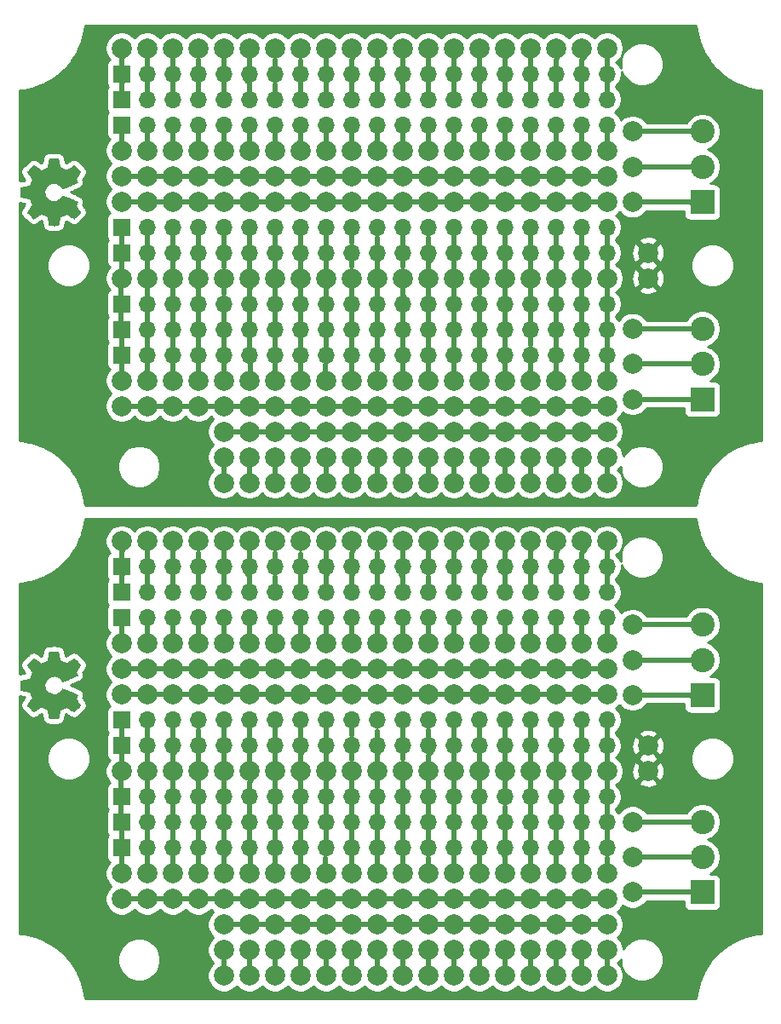
<source format=gbr>
G04 #@! TF.GenerationSoftware,KiCad,Pcbnew,5.1.5+dfsg1-2build2*
G04 #@! TF.CreationDate,2022-02-15T22:38:24-05:00*
G04 #@! TF.ProjectId,,58585858-5858-4585-9858-585858585858,rev?*
G04 #@! TF.SameCoordinates,Original*
G04 #@! TF.FileFunction,Copper,L2,Bot*
G04 #@! TF.FilePolarity,Positive*
%FSLAX46Y46*%
G04 Gerber Fmt 4.6, Leading zero omitted, Abs format (unit mm)*
G04 Created by KiCad (PCBNEW 5.1.5+dfsg1-2build2) date 2022-02-15 22:38:24*
%MOMM*%
%LPD*%
G04 APERTURE LIST*
%ADD10C,0.010000*%
%ADD11C,2.000000*%
%ADD12R,1.700000X1.700000*%
%ADD13O,1.700000X1.700000*%
%ADD14R,2.400000X2.400000*%
%ADD15C,2.400000*%
%ADD16C,1.998980*%
%ADD17C,0.500000*%
%ADD18C,0.254000*%
G04 APERTURE END LIST*
D10*
G36*
X111400631Y-96304514D02*
G01*
X111845255Y-96388335D01*
X111972753Y-96697620D01*
X112100251Y-97006906D01*
X111847946Y-97377946D01*
X111777696Y-97481857D01*
X111714972Y-97575787D01*
X111662638Y-97655352D01*
X111623557Y-97716170D01*
X111600593Y-97753857D01*
X111595642Y-97764121D01*
X111608376Y-97782610D01*
X111643582Y-97822120D01*
X111696762Y-97878222D01*
X111763418Y-97946487D01*
X111839054Y-98022486D01*
X111919172Y-98101792D01*
X111999274Y-98179975D01*
X112074864Y-98252607D01*
X112141445Y-98315259D01*
X112194518Y-98363503D01*
X112229587Y-98392910D01*
X112241323Y-98399941D01*
X112262960Y-98389823D01*
X112310362Y-98361459D01*
X112378893Y-98317829D01*
X112463915Y-98261918D01*
X112560793Y-98196706D01*
X112616050Y-98158919D01*
X112716948Y-98090043D01*
X112807999Y-98028840D01*
X112884670Y-97978278D01*
X112942428Y-97941328D01*
X112976743Y-97920958D01*
X112983954Y-97917897D01*
X113004448Y-97924836D01*
X113052213Y-97943751D01*
X113120532Y-97971787D01*
X113202689Y-98006091D01*
X113291970Y-98043809D01*
X113381658Y-98082087D01*
X113465038Y-98118070D01*
X113535394Y-98148906D01*
X113586010Y-98171739D01*
X113610171Y-98183717D01*
X113611122Y-98184424D01*
X113615736Y-98203231D01*
X113626028Y-98253318D01*
X113640987Y-98329493D01*
X113659601Y-98426565D01*
X113680859Y-98539343D01*
X113693118Y-98605142D01*
X113716062Y-98725650D01*
X113737895Y-98834497D01*
X113757422Y-98926176D01*
X113773448Y-98995181D01*
X113784779Y-99036004D01*
X113788374Y-99044211D01*
X113812706Y-99052248D01*
X113867659Y-99058733D01*
X113946808Y-99063670D01*
X114043726Y-99067064D01*
X114151987Y-99068918D01*
X114265165Y-99069238D01*
X114376835Y-99068027D01*
X114480568Y-99065290D01*
X114569941Y-99061031D01*
X114638526Y-99055255D01*
X114679897Y-99047967D01*
X114688510Y-99043595D01*
X114698833Y-99017464D01*
X114713592Y-98962093D01*
X114731052Y-98884807D01*
X114749480Y-98792930D01*
X114755441Y-98760858D01*
X114783766Y-98606224D01*
X114806576Y-98484075D01*
X114824780Y-98390373D01*
X114839283Y-98321084D01*
X114850992Y-98272171D01*
X114860815Y-98239597D01*
X114869656Y-98219328D01*
X114878424Y-98207326D01*
X114880157Y-98205647D01*
X114908071Y-98188884D01*
X114962395Y-98163314D01*
X115036477Y-98131488D01*
X115123665Y-98095960D01*
X115217308Y-98059283D01*
X115310752Y-98024011D01*
X115397347Y-97992696D01*
X115470440Y-97967893D01*
X115523378Y-97952154D01*
X115549511Y-97948032D01*
X115550426Y-97948376D01*
X115571786Y-97962341D01*
X115618784Y-97994022D01*
X115686527Y-98040091D01*
X115770123Y-98097218D01*
X115864682Y-98162073D01*
X115891554Y-98180543D01*
X115988975Y-98246399D01*
X116077863Y-98304350D01*
X116153112Y-98351238D01*
X116209620Y-98383907D01*
X116242281Y-98399200D01*
X116246293Y-98399941D01*
X116267384Y-98387092D01*
X116309164Y-98351588D01*
X116367145Y-98297993D01*
X116436835Y-98230871D01*
X116513745Y-98154787D01*
X116593383Y-98074304D01*
X116671261Y-97993987D01*
X116742886Y-97918399D01*
X116803770Y-97852105D01*
X116849421Y-97799669D01*
X116875350Y-97765655D01*
X116879583Y-97756245D01*
X116869612Y-97734343D01*
X116842720Y-97689500D01*
X116803436Y-97629021D01*
X116771817Y-97582489D01*
X116713798Y-97498175D01*
X116645484Y-97398326D01*
X116577279Y-97298173D01*
X116540775Y-97244327D01*
X116417500Y-97062071D01*
X116500220Y-96909081D01*
X116536459Y-96839382D01*
X116564626Y-96780114D01*
X116580691Y-96740011D01*
X116582926Y-96729803D01*
X116566422Y-96717529D01*
X116519782Y-96693313D01*
X116447309Y-96658963D01*
X116353306Y-96616288D01*
X116242074Y-96567094D01*
X116117915Y-96513190D01*
X115985132Y-96456384D01*
X115848027Y-96398482D01*
X115710902Y-96341293D01*
X115578058Y-96286624D01*
X115453798Y-96236284D01*
X115342425Y-96192080D01*
X115248239Y-96155819D01*
X115175544Y-96129309D01*
X115128641Y-96114358D01*
X115112533Y-96111954D01*
X115091986Y-96131011D01*
X115058633Y-96172736D01*
X115019402Y-96228406D01*
X115016299Y-96233078D01*
X114901123Y-96376964D01*
X114766753Y-96492983D01*
X114617484Y-96580130D01*
X114457613Y-96637399D01*
X114291437Y-96663786D01*
X114123252Y-96658285D01*
X113957355Y-96619890D01*
X113798042Y-96547595D01*
X113763187Y-96526326D01*
X113622437Y-96415696D01*
X113509414Y-96285002D01*
X113424703Y-96138764D01*
X113368894Y-95981508D01*
X113342574Y-95817757D01*
X113346330Y-95652033D01*
X113380750Y-95488862D01*
X113446423Y-95332765D01*
X113543935Y-95188267D01*
X113583513Y-95143569D01*
X113707403Y-95029812D01*
X113837824Y-94946918D01*
X113984015Y-94890056D01*
X114128788Y-94858387D01*
X114291560Y-94850569D01*
X114455140Y-94876638D01*
X114613998Y-94933945D01*
X114762606Y-95019844D01*
X114895435Y-95131686D01*
X115006956Y-95266823D01*
X115018711Y-95284583D01*
X115057208Y-95340850D01*
X115090563Y-95383623D01*
X115111860Y-95404072D01*
X115112533Y-95404369D01*
X115135571Y-95399979D01*
X115187857Y-95382576D01*
X115265090Y-95353968D01*
X115362968Y-95315965D01*
X115477191Y-95270374D01*
X115603458Y-95219003D01*
X115737467Y-95163662D01*
X115874918Y-95106158D01*
X116011508Y-95048301D01*
X116142937Y-94991898D01*
X116264905Y-94938758D01*
X116373109Y-94890690D01*
X116463249Y-94849501D01*
X116531023Y-94817001D01*
X116572130Y-94794997D01*
X116582926Y-94786136D01*
X116574519Y-94759060D01*
X116551972Y-94708397D01*
X116519313Y-94642883D01*
X116500220Y-94606859D01*
X116417500Y-94453868D01*
X116540775Y-94271612D01*
X116603928Y-94178575D01*
X116673427Y-94076715D01*
X116738865Y-93981262D01*
X116771817Y-93933450D01*
X116816973Y-93866205D01*
X116852757Y-93809264D01*
X116874638Y-93770054D01*
X116879263Y-93757319D01*
X116866785Y-93738783D01*
X116831952Y-93697759D01*
X116778378Y-93638225D01*
X116709683Y-93564158D01*
X116629481Y-93479535D01*
X116577986Y-93426015D01*
X116485986Y-93332381D01*
X116403699Y-93251459D01*
X116334645Y-93186523D01*
X116282344Y-93140842D01*
X116250316Y-93117689D01*
X116243816Y-93115468D01*
X116219094Y-93125776D01*
X116169105Y-93154261D01*
X116098912Y-93197763D01*
X116013575Y-93253123D01*
X115918156Y-93317180D01*
X115891554Y-93335397D01*
X115794867Y-93401773D01*
X115707817Y-93461322D01*
X115635295Y-93510716D01*
X115582193Y-93546625D01*
X115553403Y-93565719D01*
X115550426Y-93567564D01*
X115527482Y-93564805D01*
X115477036Y-93550162D01*
X115405741Y-93526187D01*
X115320247Y-93495434D01*
X115227207Y-93460456D01*
X115133274Y-93423807D01*
X115045099Y-93388039D01*
X114969334Y-93355706D01*
X114912631Y-93329362D01*
X114881643Y-93311558D01*
X114880157Y-93310293D01*
X114871301Y-93299406D01*
X114862543Y-93281018D01*
X114852977Y-93251094D01*
X114841696Y-93205597D01*
X114827793Y-93140491D01*
X114810363Y-93051739D01*
X114788498Y-92935307D01*
X114761291Y-92787158D01*
X114755441Y-92755082D01*
X114737074Y-92660014D01*
X114719105Y-92577135D01*
X114703269Y-92513770D01*
X114691300Y-92477242D01*
X114688510Y-92472344D01*
X114663772Y-92464273D01*
X114608490Y-92457713D01*
X114529089Y-92452667D01*
X114431996Y-92449141D01*
X114323638Y-92447139D01*
X114210440Y-92446664D01*
X114098828Y-92447723D01*
X113995229Y-92450318D01*
X113906068Y-92454454D01*
X113837772Y-92460137D01*
X113796766Y-92467369D01*
X113788374Y-92471729D01*
X113779908Y-92496002D01*
X113766135Y-92551274D01*
X113748250Y-92632038D01*
X113727448Y-92732788D01*
X113704923Y-92848017D01*
X113693118Y-92910798D01*
X113670851Y-93029913D01*
X113650679Y-93136135D01*
X113633615Y-93224273D01*
X113620669Y-93289134D01*
X113612855Y-93325526D01*
X113611122Y-93331516D01*
X113591590Y-93341639D01*
X113544543Y-93363038D01*
X113476703Y-93392861D01*
X113394791Y-93428255D01*
X113305528Y-93466368D01*
X113215635Y-93504347D01*
X113131835Y-93539340D01*
X113060847Y-93568494D01*
X113009394Y-93588957D01*
X112984197Y-93597877D01*
X112983096Y-93598043D01*
X112963219Y-93587931D01*
X112917477Y-93559583D01*
X112850417Y-93515977D01*
X112766584Y-93460094D01*
X112670526Y-93394913D01*
X112615350Y-93357021D01*
X112514181Y-93287975D01*
X112422330Y-93226650D01*
X112344444Y-93176037D01*
X112285169Y-93139129D01*
X112249151Y-93118918D01*
X112241077Y-93115999D01*
X112222284Y-93128547D01*
X112182157Y-93163237D01*
X112125193Y-93215637D01*
X112055885Y-93281316D01*
X111978731Y-93355844D01*
X111898225Y-93434787D01*
X111818863Y-93513717D01*
X111745140Y-93588200D01*
X111681552Y-93653806D01*
X111632594Y-93706104D01*
X111602761Y-93740661D01*
X111595642Y-93752222D01*
X111605653Y-93771046D01*
X111633778Y-93816069D01*
X111677154Y-93882913D01*
X111732918Y-93967201D01*
X111798206Y-94064556D01*
X111847946Y-94137993D01*
X112100251Y-94509033D01*
X111845255Y-95127605D01*
X111400631Y-95211425D01*
X110956007Y-95295246D01*
X110956007Y-96220694D01*
X111400631Y-96304514D01*
G37*
X111400631Y-96304514D02*
X111845255Y-96388335D01*
X111972753Y-96697620D01*
X112100251Y-97006906D01*
X111847946Y-97377946D01*
X111777696Y-97481857D01*
X111714972Y-97575787D01*
X111662638Y-97655352D01*
X111623557Y-97716170D01*
X111600593Y-97753857D01*
X111595642Y-97764121D01*
X111608376Y-97782610D01*
X111643582Y-97822120D01*
X111696762Y-97878222D01*
X111763418Y-97946487D01*
X111839054Y-98022486D01*
X111919172Y-98101792D01*
X111999274Y-98179975D01*
X112074864Y-98252607D01*
X112141445Y-98315259D01*
X112194518Y-98363503D01*
X112229587Y-98392910D01*
X112241323Y-98399941D01*
X112262960Y-98389823D01*
X112310362Y-98361459D01*
X112378893Y-98317829D01*
X112463915Y-98261918D01*
X112560793Y-98196706D01*
X112616050Y-98158919D01*
X112716948Y-98090043D01*
X112807999Y-98028840D01*
X112884670Y-97978278D01*
X112942428Y-97941328D01*
X112976743Y-97920958D01*
X112983954Y-97917897D01*
X113004448Y-97924836D01*
X113052213Y-97943751D01*
X113120532Y-97971787D01*
X113202689Y-98006091D01*
X113291970Y-98043809D01*
X113381658Y-98082087D01*
X113465038Y-98118070D01*
X113535394Y-98148906D01*
X113586010Y-98171739D01*
X113610171Y-98183717D01*
X113611122Y-98184424D01*
X113615736Y-98203231D01*
X113626028Y-98253318D01*
X113640987Y-98329493D01*
X113659601Y-98426565D01*
X113680859Y-98539343D01*
X113693118Y-98605142D01*
X113716062Y-98725650D01*
X113737895Y-98834497D01*
X113757422Y-98926176D01*
X113773448Y-98995181D01*
X113784779Y-99036004D01*
X113788374Y-99044211D01*
X113812706Y-99052248D01*
X113867659Y-99058733D01*
X113946808Y-99063670D01*
X114043726Y-99067064D01*
X114151987Y-99068918D01*
X114265165Y-99069238D01*
X114376835Y-99068027D01*
X114480568Y-99065290D01*
X114569941Y-99061031D01*
X114638526Y-99055255D01*
X114679897Y-99047967D01*
X114688510Y-99043595D01*
X114698833Y-99017464D01*
X114713592Y-98962093D01*
X114731052Y-98884807D01*
X114749480Y-98792930D01*
X114755441Y-98760858D01*
X114783766Y-98606224D01*
X114806576Y-98484075D01*
X114824780Y-98390373D01*
X114839283Y-98321084D01*
X114850992Y-98272171D01*
X114860815Y-98239597D01*
X114869656Y-98219328D01*
X114878424Y-98207326D01*
X114880157Y-98205647D01*
X114908071Y-98188884D01*
X114962395Y-98163314D01*
X115036477Y-98131488D01*
X115123665Y-98095960D01*
X115217308Y-98059283D01*
X115310752Y-98024011D01*
X115397347Y-97992696D01*
X115470440Y-97967893D01*
X115523378Y-97952154D01*
X115549511Y-97948032D01*
X115550426Y-97948376D01*
X115571786Y-97962341D01*
X115618784Y-97994022D01*
X115686527Y-98040091D01*
X115770123Y-98097218D01*
X115864682Y-98162073D01*
X115891554Y-98180543D01*
X115988975Y-98246399D01*
X116077863Y-98304350D01*
X116153112Y-98351238D01*
X116209620Y-98383907D01*
X116242281Y-98399200D01*
X116246293Y-98399941D01*
X116267384Y-98387092D01*
X116309164Y-98351588D01*
X116367145Y-98297993D01*
X116436835Y-98230871D01*
X116513745Y-98154787D01*
X116593383Y-98074304D01*
X116671261Y-97993987D01*
X116742886Y-97918399D01*
X116803770Y-97852105D01*
X116849421Y-97799669D01*
X116875350Y-97765655D01*
X116879583Y-97756245D01*
X116869612Y-97734343D01*
X116842720Y-97689500D01*
X116803436Y-97629021D01*
X116771817Y-97582489D01*
X116713798Y-97498175D01*
X116645484Y-97398326D01*
X116577279Y-97298173D01*
X116540775Y-97244327D01*
X116417500Y-97062071D01*
X116500220Y-96909081D01*
X116536459Y-96839382D01*
X116564626Y-96780114D01*
X116580691Y-96740011D01*
X116582926Y-96729803D01*
X116566422Y-96717529D01*
X116519782Y-96693313D01*
X116447309Y-96658963D01*
X116353306Y-96616288D01*
X116242074Y-96567094D01*
X116117915Y-96513190D01*
X115985132Y-96456384D01*
X115848027Y-96398482D01*
X115710902Y-96341293D01*
X115578058Y-96286624D01*
X115453798Y-96236284D01*
X115342425Y-96192080D01*
X115248239Y-96155819D01*
X115175544Y-96129309D01*
X115128641Y-96114358D01*
X115112533Y-96111954D01*
X115091986Y-96131011D01*
X115058633Y-96172736D01*
X115019402Y-96228406D01*
X115016299Y-96233078D01*
X114901123Y-96376964D01*
X114766753Y-96492983D01*
X114617484Y-96580130D01*
X114457613Y-96637399D01*
X114291437Y-96663786D01*
X114123252Y-96658285D01*
X113957355Y-96619890D01*
X113798042Y-96547595D01*
X113763187Y-96526326D01*
X113622437Y-96415696D01*
X113509414Y-96285002D01*
X113424703Y-96138764D01*
X113368894Y-95981508D01*
X113342574Y-95817757D01*
X113346330Y-95652033D01*
X113380750Y-95488862D01*
X113446423Y-95332765D01*
X113543935Y-95188267D01*
X113583513Y-95143569D01*
X113707403Y-95029812D01*
X113837824Y-94946918D01*
X113984015Y-94890056D01*
X114128788Y-94858387D01*
X114291560Y-94850569D01*
X114455140Y-94876638D01*
X114613998Y-94933945D01*
X114762606Y-95019844D01*
X114895435Y-95131686D01*
X115006956Y-95266823D01*
X115018711Y-95284583D01*
X115057208Y-95340850D01*
X115090563Y-95383623D01*
X115111860Y-95404072D01*
X115112533Y-95404369D01*
X115135571Y-95399979D01*
X115187857Y-95382576D01*
X115265090Y-95353968D01*
X115362968Y-95315965D01*
X115477191Y-95270374D01*
X115603458Y-95219003D01*
X115737467Y-95163662D01*
X115874918Y-95106158D01*
X116011508Y-95048301D01*
X116142937Y-94991898D01*
X116264905Y-94938758D01*
X116373109Y-94890690D01*
X116463249Y-94849501D01*
X116531023Y-94817001D01*
X116572130Y-94794997D01*
X116582926Y-94786136D01*
X116574519Y-94759060D01*
X116551972Y-94708397D01*
X116519313Y-94642883D01*
X116500220Y-94606859D01*
X116417500Y-94453868D01*
X116540775Y-94271612D01*
X116603928Y-94178575D01*
X116673427Y-94076715D01*
X116738865Y-93981262D01*
X116771817Y-93933450D01*
X116816973Y-93866205D01*
X116852757Y-93809264D01*
X116874638Y-93770054D01*
X116879263Y-93757319D01*
X116866785Y-93738783D01*
X116831952Y-93697759D01*
X116778378Y-93638225D01*
X116709683Y-93564158D01*
X116629481Y-93479535D01*
X116577986Y-93426015D01*
X116485986Y-93332381D01*
X116403699Y-93251459D01*
X116334645Y-93186523D01*
X116282344Y-93140842D01*
X116250316Y-93117689D01*
X116243816Y-93115468D01*
X116219094Y-93125776D01*
X116169105Y-93154261D01*
X116098912Y-93197763D01*
X116013575Y-93253123D01*
X115918156Y-93317180D01*
X115891554Y-93335397D01*
X115794867Y-93401773D01*
X115707817Y-93461322D01*
X115635295Y-93510716D01*
X115582193Y-93546625D01*
X115553403Y-93565719D01*
X115550426Y-93567564D01*
X115527482Y-93564805D01*
X115477036Y-93550162D01*
X115405741Y-93526187D01*
X115320247Y-93495434D01*
X115227207Y-93460456D01*
X115133274Y-93423807D01*
X115045099Y-93388039D01*
X114969334Y-93355706D01*
X114912631Y-93329362D01*
X114881643Y-93311558D01*
X114880157Y-93310293D01*
X114871301Y-93299406D01*
X114862543Y-93281018D01*
X114852977Y-93251094D01*
X114841696Y-93205597D01*
X114827793Y-93140491D01*
X114810363Y-93051739D01*
X114788498Y-92935307D01*
X114761291Y-92787158D01*
X114755441Y-92755082D01*
X114737074Y-92660014D01*
X114719105Y-92577135D01*
X114703269Y-92513770D01*
X114691300Y-92477242D01*
X114688510Y-92472344D01*
X114663772Y-92464273D01*
X114608490Y-92457713D01*
X114529089Y-92452667D01*
X114431996Y-92449141D01*
X114323638Y-92447139D01*
X114210440Y-92446664D01*
X114098828Y-92447723D01*
X113995229Y-92450318D01*
X113906068Y-92454454D01*
X113837772Y-92460137D01*
X113796766Y-92467369D01*
X113788374Y-92471729D01*
X113779908Y-92496002D01*
X113766135Y-92551274D01*
X113748250Y-92632038D01*
X113727448Y-92732788D01*
X113704923Y-92848017D01*
X113693118Y-92910798D01*
X113670851Y-93029913D01*
X113650679Y-93136135D01*
X113633615Y-93224273D01*
X113620669Y-93289134D01*
X113612855Y-93325526D01*
X113611122Y-93331516D01*
X113591590Y-93341639D01*
X113544543Y-93363038D01*
X113476703Y-93392861D01*
X113394791Y-93428255D01*
X113305528Y-93466368D01*
X113215635Y-93504347D01*
X113131835Y-93539340D01*
X113060847Y-93568494D01*
X113009394Y-93588957D01*
X112984197Y-93597877D01*
X112983096Y-93598043D01*
X112963219Y-93587931D01*
X112917477Y-93559583D01*
X112850417Y-93515977D01*
X112766584Y-93460094D01*
X112670526Y-93394913D01*
X112615350Y-93357021D01*
X112514181Y-93287975D01*
X112422330Y-93226650D01*
X112344444Y-93176037D01*
X112285169Y-93139129D01*
X112249151Y-93118918D01*
X112241077Y-93115999D01*
X112222284Y-93128547D01*
X112182157Y-93163237D01*
X112125193Y-93215637D01*
X112055885Y-93281316D01*
X111978731Y-93355844D01*
X111898225Y-93434787D01*
X111818863Y-93513717D01*
X111745140Y-93588200D01*
X111681552Y-93653806D01*
X111632594Y-93706104D01*
X111602761Y-93740661D01*
X111595642Y-93752222D01*
X111605653Y-93771046D01*
X111633778Y-93816069D01*
X111677154Y-93882913D01*
X111732918Y-93967201D01*
X111798206Y-94064556D01*
X111847946Y-94137993D01*
X112100251Y-94509033D01*
X111845255Y-95127605D01*
X111400631Y-95211425D01*
X110956007Y-95295246D01*
X110956007Y-96220694D01*
X111400631Y-96304514D01*
G36*
X111400631Y-47304514D02*
G01*
X111845255Y-47388335D01*
X111972753Y-47697620D01*
X112100251Y-48006906D01*
X111847946Y-48377946D01*
X111777696Y-48481857D01*
X111714972Y-48575787D01*
X111662638Y-48655352D01*
X111623557Y-48716170D01*
X111600593Y-48753857D01*
X111595642Y-48764121D01*
X111608376Y-48782610D01*
X111643582Y-48822120D01*
X111696762Y-48878222D01*
X111763418Y-48946487D01*
X111839054Y-49022486D01*
X111919172Y-49101792D01*
X111999274Y-49179975D01*
X112074864Y-49252607D01*
X112141445Y-49315259D01*
X112194518Y-49363503D01*
X112229587Y-49392910D01*
X112241323Y-49399941D01*
X112262960Y-49389823D01*
X112310362Y-49361459D01*
X112378893Y-49317829D01*
X112463915Y-49261918D01*
X112560793Y-49196706D01*
X112616050Y-49158919D01*
X112716948Y-49090043D01*
X112807999Y-49028840D01*
X112884670Y-48978278D01*
X112942428Y-48941328D01*
X112976743Y-48920958D01*
X112983954Y-48917897D01*
X113004448Y-48924836D01*
X113052213Y-48943751D01*
X113120532Y-48971787D01*
X113202689Y-49006091D01*
X113291970Y-49043809D01*
X113381658Y-49082087D01*
X113465038Y-49118070D01*
X113535394Y-49148906D01*
X113586010Y-49171739D01*
X113610171Y-49183717D01*
X113611122Y-49184424D01*
X113615736Y-49203231D01*
X113626028Y-49253318D01*
X113640987Y-49329493D01*
X113659601Y-49426565D01*
X113680859Y-49539343D01*
X113693118Y-49605142D01*
X113716062Y-49725650D01*
X113737895Y-49834497D01*
X113757422Y-49926176D01*
X113773448Y-49995181D01*
X113784779Y-50036004D01*
X113788374Y-50044211D01*
X113812706Y-50052248D01*
X113867659Y-50058733D01*
X113946808Y-50063670D01*
X114043726Y-50067064D01*
X114151987Y-50068918D01*
X114265165Y-50069238D01*
X114376835Y-50068027D01*
X114480568Y-50065290D01*
X114569941Y-50061031D01*
X114638526Y-50055255D01*
X114679897Y-50047967D01*
X114688510Y-50043595D01*
X114698833Y-50017464D01*
X114713592Y-49962093D01*
X114731052Y-49884807D01*
X114749480Y-49792930D01*
X114755441Y-49760858D01*
X114783766Y-49606224D01*
X114806576Y-49484075D01*
X114824780Y-49390373D01*
X114839283Y-49321084D01*
X114850992Y-49272171D01*
X114860815Y-49239597D01*
X114869656Y-49219328D01*
X114878424Y-49207326D01*
X114880157Y-49205647D01*
X114908071Y-49188884D01*
X114962395Y-49163314D01*
X115036477Y-49131488D01*
X115123665Y-49095960D01*
X115217308Y-49059283D01*
X115310752Y-49024011D01*
X115397347Y-48992696D01*
X115470440Y-48967893D01*
X115523378Y-48952154D01*
X115549511Y-48948032D01*
X115550426Y-48948376D01*
X115571786Y-48962341D01*
X115618784Y-48994022D01*
X115686527Y-49040091D01*
X115770123Y-49097218D01*
X115864682Y-49162073D01*
X115891554Y-49180543D01*
X115988975Y-49246399D01*
X116077863Y-49304350D01*
X116153112Y-49351238D01*
X116209620Y-49383907D01*
X116242281Y-49399200D01*
X116246293Y-49399941D01*
X116267384Y-49387092D01*
X116309164Y-49351588D01*
X116367145Y-49297993D01*
X116436835Y-49230871D01*
X116513745Y-49154787D01*
X116593383Y-49074304D01*
X116671261Y-48993987D01*
X116742886Y-48918399D01*
X116803770Y-48852105D01*
X116849421Y-48799669D01*
X116875350Y-48765655D01*
X116879583Y-48756245D01*
X116869612Y-48734343D01*
X116842720Y-48689500D01*
X116803436Y-48629021D01*
X116771817Y-48582489D01*
X116713798Y-48498175D01*
X116645484Y-48398326D01*
X116577279Y-48298173D01*
X116540775Y-48244327D01*
X116417500Y-48062071D01*
X116500220Y-47909081D01*
X116536459Y-47839382D01*
X116564626Y-47780114D01*
X116580691Y-47740011D01*
X116582926Y-47729803D01*
X116566422Y-47717529D01*
X116519782Y-47693313D01*
X116447309Y-47658963D01*
X116353306Y-47616288D01*
X116242074Y-47567094D01*
X116117915Y-47513190D01*
X115985132Y-47456384D01*
X115848027Y-47398482D01*
X115710902Y-47341293D01*
X115578058Y-47286624D01*
X115453798Y-47236284D01*
X115342425Y-47192080D01*
X115248239Y-47155819D01*
X115175544Y-47129309D01*
X115128641Y-47114358D01*
X115112533Y-47111954D01*
X115091986Y-47131011D01*
X115058633Y-47172736D01*
X115019402Y-47228406D01*
X115016299Y-47233078D01*
X114901123Y-47376964D01*
X114766753Y-47492983D01*
X114617484Y-47580130D01*
X114457613Y-47637399D01*
X114291437Y-47663786D01*
X114123252Y-47658285D01*
X113957355Y-47619890D01*
X113798042Y-47547595D01*
X113763187Y-47526326D01*
X113622437Y-47415696D01*
X113509414Y-47285002D01*
X113424703Y-47138764D01*
X113368894Y-46981508D01*
X113342574Y-46817757D01*
X113346330Y-46652033D01*
X113380750Y-46488862D01*
X113446423Y-46332765D01*
X113543935Y-46188267D01*
X113583513Y-46143569D01*
X113707403Y-46029812D01*
X113837824Y-45946918D01*
X113984015Y-45890056D01*
X114128788Y-45858387D01*
X114291560Y-45850569D01*
X114455140Y-45876638D01*
X114613998Y-45933945D01*
X114762606Y-46019844D01*
X114895435Y-46131686D01*
X115006956Y-46266823D01*
X115018711Y-46284583D01*
X115057208Y-46340850D01*
X115090563Y-46383623D01*
X115111860Y-46404072D01*
X115112533Y-46404369D01*
X115135571Y-46399979D01*
X115187857Y-46382576D01*
X115265090Y-46353968D01*
X115362968Y-46315965D01*
X115477191Y-46270374D01*
X115603458Y-46219003D01*
X115737467Y-46163662D01*
X115874918Y-46106158D01*
X116011508Y-46048301D01*
X116142937Y-45991898D01*
X116264905Y-45938758D01*
X116373109Y-45890690D01*
X116463249Y-45849501D01*
X116531023Y-45817001D01*
X116572130Y-45794997D01*
X116582926Y-45786136D01*
X116574519Y-45759060D01*
X116551972Y-45708397D01*
X116519313Y-45642883D01*
X116500220Y-45606859D01*
X116417500Y-45453868D01*
X116540775Y-45271612D01*
X116603928Y-45178575D01*
X116673427Y-45076715D01*
X116738865Y-44981262D01*
X116771817Y-44933450D01*
X116816973Y-44866205D01*
X116852757Y-44809264D01*
X116874638Y-44770054D01*
X116879263Y-44757319D01*
X116866785Y-44738783D01*
X116831952Y-44697759D01*
X116778378Y-44638225D01*
X116709683Y-44564158D01*
X116629481Y-44479535D01*
X116577986Y-44426015D01*
X116485986Y-44332381D01*
X116403699Y-44251459D01*
X116334645Y-44186523D01*
X116282344Y-44140842D01*
X116250316Y-44117689D01*
X116243816Y-44115468D01*
X116219094Y-44125776D01*
X116169105Y-44154261D01*
X116098912Y-44197763D01*
X116013575Y-44253123D01*
X115918156Y-44317180D01*
X115891554Y-44335397D01*
X115794867Y-44401773D01*
X115707817Y-44461322D01*
X115635295Y-44510716D01*
X115582193Y-44546625D01*
X115553403Y-44565719D01*
X115550426Y-44567564D01*
X115527482Y-44564805D01*
X115477036Y-44550162D01*
X115405741Y-44526187D01*
X115320247Y-44495434D01*
X115227207Y-44460456D01*
X115133274Y-44423807D01*
X115045099Y-44388039D01*
X114969334Y-44355706D01*
X114912631Y-44329362D01*
X114881643Y-44311558D01*
X114880157Y-44310293D01*
X114871301Y-44299406D01*
X114862543Y-44281018D01*
X114852977Y-44251094D01*
X114841696Y-44205597D01*
X114827793Y-44140491D01*
X114810363Y-44051739D01*
X114788498Y-43935307D01*
X114761291Y-43787158D01*
X114755441Y-43755082D01*
X114737074Y-43660014D01*
X114719105Y-43577135D01*
X114703269Y-43513770D01*
X114691300Y-43477242D01*
X114688510Y-43472344D01*
X114663772Y-43464273D01*
X114608490Y-43457713D01*
X114529089Y-43452667D01*
X114431996Y-43449141D01*
X114323638Y-43447139D01*
X114210440Y-43446664D01*
X114098828Y-43447723D01*
X113995229Y-43450318D01*
X113906068Y-43454454D01*
X113837772Y-43460137D01*
X113796766Y-43467369D01*
X113788374Y-43471729D01*
X113779908Y-43496002D01*
X113766135Y-43551274D01*
X113748250Y-43632038D01*
X113727448Y-43732788D01*
X113704923Y-43848017D01*
X113693118Y-43910798D01*
X113670851Y-44029913D01*
X113650679Y-44136135D01*
X113633615Y-44224273D01*
X113620669Y-44289134D01*
X113612855Y-44325526D01*
X113611122Y-44331516D01*
X113591590Y-44341639D01*
X113544543Y-44363038D01*
X113476703Y-44392861D01*
X113394791Y-44428255D01*
X113305528Y-44466368D01*
X113215635Y-44504347D01*
X113131835Y-44539340D01*
X113060847Y-44568494D01*
X113009394Y-44588957D01*
X112984197Y-44597877D01*
X112983096Y-44598043D01*
X112963219Y-44587931D01*
X112917477Y-44559583D01*
X112850417Y-44515977D01*
X112766584Y-44460094D01*
X112670526Y-44394913D01*
X112615350Y-44357021D01*
X112514181Y-44287975D01*
X112422330Y-44226650D01*
X112344444Y-44176037D01*
X112285169Y-44139129D01*
X112249151Y-44118918D01*
X112241077Y-44115999D01*
X112222284Y-44128547D01*
X112182157Y-44163237D01*
X112125193Y-44215637D01*
X112055885Y-44281316D01*
X111978731Y-44355844D01*
X111898225Y-44434787D01*
X111818863Y-44513717D01*
X111745140Y-44588200D01*
X111681552Y-44653806D01*
X111632594Y-44706104D01*
X111602761Y-44740661D01*
X111595642Y-44752222D01*
X111605653Y-44771046D01*
X111633778Y-44816069D01*
X111677154Y-44882913D01*
X111732918Y-44967201D01*
X111798206Y-45064556D01*
X111847946Y-45137993D01*
X112100251Y-45509033D01*
X111845255Y-46127605D01*
X111400631Y-46211425D01*
X110956007Y-46295246D01*
X110956007Y-47220694D01*
X111400631Y-47304514D01*
G37*
X111400631Y-47304514D02*
X111845255Y-47388335D01*
X111972753Y-47697620D01*
X112100251Y-48006906D01*
X111847946Y-48377946D01*
X111777696Y-48481857D01*
X111714972Y-48575787D01*
X111662638Y-48655352D01*
X111623557Y-48716170D01*
X111600593Y-48753857D01*
X111595642Y-48764121D01*
X111608376Y-48782610D01*
X111643582Y-48822120D01*
X111696762Y-48878222D01*
X111763418Y-48946487D01*
X111839054Y-49022486D01*
X111919172Y-49101792D01*
X111999274Y-49179975D01*
X112074864Y-49252607D01*
X112141445Y-49315259D01*
X112194518Y-49363503D01*
X112229587Y-49392910D01*
X112241323Y-49399941D01*
X112262960Y-49389823D01*
X112310362Y-49361459D01*
X112378893Y-49317829D01*
X112463915Y-49261918D01*
X112560793Y-49196706D01*
X112616050Y-49158919D01*
X112716948Y-49090043D01*
X112807999Y-49028840D01*
X112884670Y-48978278D01*
X112942428Y-48941328D01*
X112976743Y-48920958D01*
X112983954Y-48917897D01*
X113004448Y-48924836D01*
X113052213Y-48943751D01*
X113120532Y-48971787D01*
X113202689Y-49006091D01*
X113291970Y-49043809D01*
X113381658Y-49082087D01*
X113465038Y-49118070D01*
X113535394Y-49148906D01*
X113586010Y-49171739D01*
X113610171Y-49183717D01*
X113611122Y-49184424D01*
X113615736Y-49203231D01*
X113626028Y-49253318D01*
X113640987Y-49329493D01*
X113659601Y-49426565D01*
X113680859Y-49539343D01*
X113693118Y-49605142D01*
X113716062Y-49725650D01*
X113737895Y-49834497D01*
X113757422Y-49926176D01*
X113773448Y-49995181D01*
X113784779Y-50036004D01*
X113788374Y-50044211D01*
X113812706Y-50052248D01*
X113867659Y-50058733D01*
X113946808Y-50063670D01*
X114043726Y-50067064D01*
X114151987Y-50068918D01*
X114265165Y-50069238D01*
X114376835Y-50068027D01*
X114480568Y-50065290D01*
X114569941Y-50061031D01*
X114638526Y-50055255D01*
X114679897Y-50047967D01*
X114688510Y-50043595D01*
X114698833Y-50017464D01*
X114713592Y-49962093D01*
X114731052Y-49884807D01*
X114749480Y-49792930D01*
X114755441Y-49760858D01*
X114783766Y-49606224D01*
X114806576Y-49484075D01*
X114824780Y-49390373D01*
X114839283Y-49321084D01*
X114850992Y-49272171D01*
X114860815Y-49239597D01*
X114869656Y-49219328D01*
X114878424Y-49207326D01*
X114880157Y-49205647D01*
X114908071Y-49188884D01*
X114962395Y-49163314D01*
X115036477Y-49131488D01*
X115123665Y-49095960D01*
X115217308Y-49059283D01*
X115310752Y-49024011D01*
X115397347Y-48992696D01*
X115470440Y-48967893D01*
X115523378Y-48952154D01*
X115549511Y-48948032D01*
X115550426Y-48948376D01*
X115571786Y-48962341D01*
X115618784Y-48994022D01*
X115686527Y-49040091D01*
X115770123Y-49097218D01*
X115864682Y-49162073D01*
X115891554Y-49180543D01*
X115988975Y-49246399D01*
X116077863Y-49304350D01*
X116153112Y-49351238D01*
X116209620Y-49383907D01*
X116242281Y-49399200D01*
X116246293Y-49399941D01*
X116267384Y-49387092D01*
X116309164Y-49351588D01*
X116367145Y-49297993D01*
X116436835Y-49230871D01*
X116513745Y-49154787D01*
X116593383Y-49074304D01*
X116671261Y-48993987D01*
X116742886Y-48918399D01*
X116803770Y-48852105D01*
X116849421Y-48799669D01*
X116875350Y-48765655D01*
X116879583Y-48756245D01*
X116869612Y-48734343D01*
X116842720Y-48689500D01*
X116803436Y-48629021D01*
X116771817Y-48582489D01*
X116713798Y-48498175D01*
X116645484Y-48398326D01*
X116577279Y-48298173D01*
X116540775Y-48244327D01*
X116417500Y-48062071D01*
X116500220Y-47909081D01*
X116536459Y-47839382D01*
X116564626Y-47780114D01*
X116580691Y-47740011D01*
X116582926Y-47729803D01*
X116566422Y-47717529D01*
X116519782Y-47693313D01*
X116447309Y-47658963D01*
X116353306Y-47616288D01*
X116242074Y-47567094D01*
X116117915Y-47513190D01*
X115985132Y-47456384D01*
X115848027Y-47398482D01*
X115710902Y-47341293D01*
X115578058Y-47286624D01*
X115453798Y-47236284D01*
X115342425Y-47192080D01*
X115248239Y-47155819D01*
X115175544Y-47129309D01*
X115128641Y-47114358D01*
X115112533Y-47111954D01*
X115091986Y-47131011D01*
X115058633Y-47172736D01*
X115019402Y-47228406D01*
X115016299Y-47233078D01*
X114901123Y-47376964D01*
X114766753Y-47492983D01*
X114617484Y-47580130D01*
X114457613Y-47637399D01*
X114291437Y-47663786D01*
X114123252Y-47658285D01*
X113957355Y-47619890D01*
X113798042Y-47547595D01*
X113763187Y-47526326D01*
X113622437Y-47415696D01*
X113509414Y-47285002D01*
X113424703Y-47138764D01*
X113368894Y-46981508D01*
X113342574Y-46817757D01*
X113346330Y-46652033D01*
X113380750Y-46488862D01*
X113446423Y-46332765D01*
X113543935Y-46188267D01*
X113583513Y-46143569D01*
X113707403Y-46029812D01*
X113837824Y-45946918D01*
X113984015Y-45890056D01*
X114128788Y-45858387D01*
X114291560Y-45850569D01*
X114455140Y-45876638D01*
X114613998Y-45933945D01*
X114762606Y-46019844D01*
X114895435Y-46131686D01*
X115006956Y-46266823D01*
X115018711Y-46284583D01*
X115057208Y-46340850D01*
X115090563Y-46383623D01*
X115111860Y-46404072D01*
X115112533Y-46404369D01*
X115135571Y-46399979D01*
X115187857Y-46382576D01*
X115265090Y-46353968D01*
X115362968Y-46315965D01*
X115477191Y-46270374D01*
X115603458Y-46219003D01*
X115737467Y-46163662D01*
X115874918Y-46106158D01*
X116011508Y-46048301D01*
X116142937Y-45991898D01*
X116264905Y-45938758D01*
X116373109Y-45890690D01*
X116463249Y-45849501D01*
X116531023Y-45817001D01*
X116572130Y-45794997D01*
X116582926Y-45786136D01*
X116574519Y-45759060D01*
X116551972Y-45708397D01*
X116519313Y-45642883D01*
X116500220Y-45606859D01*
X116417500Y-45453868D01*
X116540775Y-45271612D01*
X116603928Y-45178575D01*
X116673427Y-45076715D01*
X116738865Y-44981262D01*
X116771817Y-44933450D01*
X116816973Y-44866205D01*
X116852757Y-44809264D01*
X116874638Y-44770054D01*
X116879263Y-44757319D01*
X116866785Y-44738783D01*
X116831952Y-44697759D01*
X116778378Y-44638225D01*
X116709683Y-44564158D01*
X116629481Y-44479535D01*
X116577986Y-44426015D01*
X116485986Y-44332381D01*
X116403699Y-44251459D01*
X116334645Y-44186523D01*
X116282344Y-44140842D01*
X116250316Y-44117689D01*
X116243816Y-44115468D01*
X116219094Y-44125776D01*
X116169105Y-44154261D01*
X116098912Y-44197763D01*
X116013575Y-44253123D01*
X115918156Y-44317180D01*
X115891554Y-44335397D01*
X115794867Y-44401773D01*
X115707817Y-44461322D01*
X115635295Y-44510716D01*
X115582193Y-44546625D01*
X115553403Y-44565719D01*
X115550426Y-44567564D01*
X115527482Y-44564805D01*
X115477036Y-44550162D01*
X115405741Y-44526187D01*
X115320247Y-44495434D01*
X115227207Y-44460456D01*
X115133274Y-44423807D01*
X115045099Y-44388039D01*
X114969334Y-44355706D01*
X114912631Y-44329362D01*
X114881643Y-44311558D01*
X114880157Y-44310293D01*
X114871301Y-44299406D01*
X114862543Y-44281018D01*
X114852977Y-44251094D01*
X114841696Y-44205597D01*
X114827793Y-44140491D01*
X114810363Y-44051739D01*
X114788498Y-43935307D01*
X114761291Y-43787158D01*
X114755441Y-43755082D01*
X114737074Y-43660014D01*
X114719105Y-43577135D01*
X114703269Y-43513770D01*
X114691300Y-43477242D01*
X114688510Y-43472344D01*
X114663772Y-43464273D01*
X114608490Y-43457713D01*
X114529089Y-43452667D01*
X114431996Y-43449141D01*
X114323638Y-43447139D01*
X114210440Y-43446664D01*
X114098828Y-43447723D01*
X113995229Y-43450318D01*
X113906068Y-43454454D01*
X113837772Y-43460137D01*
X113796766Y-43467369D01*
X113788374Y-43471729D01*
X113779908Y-43496002D01*
X113766135Y-43551274D01*
X113748250Y-43632038D01*
X113727448Y-43732788D01*
X113704923Y-43848017D01*
X113693118Y-43910798D01*
X113670851Y-44029913D01*
X113650679Y-44136135D01*
X113633615Y-44224273D01*
X113620669Y-44289134D01*
X113612855Y-44325526D01*
X113611122Y-44331516D01*
X113591590Y-44341639D01*
X113544543Y-44363038D01*
X113476703Y-44392861D01*
X113394791Y-44428255D01*
X113305528Y-44466368D01*
X113215635Y-44504347D01*
X113131835Y-44539340D01*
X113060847Y-44568494D01*
X113009394Y-44588957D01*
X112984197Y-44597877D01*
X112983096Y-44598043D01*
X112963219Y-44587931D01*
X112917477Y-44559583D01*
X112850417Y-44515977D01*
X112766584Y-44460094D01*
X112670526Y-44394913D01*
X112615350Y-44357021D01*
X112514181Y-44287975D01*
X112422330Y-44226650D01*
X112344444Y-44176037D01*
X112285169Y-44139129D01*
X112249151Y-44118918D01*
X112241077Y-44115999D01*
X112222284Y-44128547D01*
X112182157Y-44163237D01*
X112125193Y-44215637D01*
X112055885Y-44281316D01*
X111978731Y-44355844D01*
X111898225Y-44434787D01*
X111818863Y-44513717D01*
X111745140Y-44588200D01*
X111681552Y-44653806D01*
X111632594Y-44706104D01*
X111602761Y-44740661D01*
X111595642Y-44752222D01*
X111605653Y-44771046D01*
X111633778Y-44816069D01*
X111677154Y-44882913D01*
X111732918Y-44967201D01*
X111798206Y-45064556D01*
X111847946Y-45137993D01*
X112100251Y-45509033D01*
X111845255Y-46127605D01*
X111400631Y-46211425D01*
X110956007Y-46295246D01*
X110956007Y-47220694D01*
X111400631Y-47304514D01*
D11*
X131143500Y-104323100D03*
D12*
X120983500Y-99243100D03*
D13*
X123523500Y-99243100D03*
X126063500Y-99243100D03*
X128603500Y-99243100D03*
X131143500Y-99243100D03*
X133683500Y-99243100D03*
X136223500Y-99243100D03*
X138763500Y-99243100D03*
X141303500Y-99243100D03*
X143843500Y-99243100D03*
X146383500Y-99243100D03*
X148923500Y-99243100D03*
X151463500Y-99243100D03*
X154003500Y-99243100D03*
X156543500Y-99243100D03*
X159083500Y-99243100D03*
X161623500Y-99243100D03*
X164163500Y-99243100D03*
X166703500Y-99243100D03*
X169243500Y-99243100D03*
D12*
X120983500Y-86543100D03*
D13*
X123523500Y-86543100D03*
X126063500Y-86543100D03*
X128603500Y-86543100D03*
X131143500Y-86543100D03*
X133683500Y-86543100D03*
X136223500Y-86543100D03*
X138763500Y-86543100D03*
X141303500Y-86543100D03*
X143843500Y-86543100D03*
X146383500Y-86543100D03*
X148923500Y-86543100D03*
X151463500Y-86543100D03*
X154003500Y-86543100D03*
X156543500Y-86543100D03*
X159083500Y-86543100D03*
X161623500Y-86543100D03*
X164163500Y-86543100D03*
X166703500Y-86543100D03*
X169243500Y-86543100D03*
D11*
X169243500Y-117023100D03*
X136223500Y-114483100D03*
X133683500Y-114483100D03*
X131143500Y-119563100D03*
X131143500Y-114483100D03*
X128603500Y-114483100D03*
X126063500Y-114483100D03*
X123523500Y-114483100D03*
X141303500Y-114483100D03*
X136223500Y-96703100D03*
X120983500Y-114483100D03*
X146383500Y-114483100D03*
X143843500Y-114483100D03*
X166703500Y-117023100D03*
X138763500Y-114483100D03*
X141303500Y-96703100D03*
X143843500Y-96703100D03*
X156543500Y-114483100D03*
X151463500Y-117023100D03*
X151463500Y-104323100D03*
X133683500Y-117023100D03*
X171783500Y-112853100D03*
X171783500Y-116353100D03*
X171783500Y-93253100D03*
D14*
X178723500Y-96753100D03*
D15*
X178723500Y-93253100D03*
X178723500Y-89753100D03*
D11*
X159083500Y-81463100D03*
X161623500Y-81463100D03*
X138763500Y-104323100D03*
X159083500Y-117023100D03*
X169243500Y-122103100D03*
X166703500Y-122103100D03*
X164163500Y-122103100D03*
X136223500Y-104323100D03*
X136223500Y-81463100D03*
X138763500Y-81463100D03*
X141303500Y-81463100D03*
X143843500Y-81463100D03*
X146383500Y-81463100D03*
X148923500Y-81463100D03*
X151463500Y-81463100D03*
X154003500Y-81463100D03*
X171783500Y-89753100D03*
X171783500Y-96753100D03*
X171783500Y-109353100D03*
X164163500Y-114483100D03*
X164163500Y-117023100D03*
X156543500Y-104323100D03*
X161623500Y-119563100D03*
X123523500Y-104323100D03*
X128603500Y-104323100D03*
X141303500Y-104323100D03*
X143843500Y-104323100D03*
X146383500Y-104323100D03*
X146383500Y-122103100D03*
X161623500Y-117023100D03*
X151463500Y-119563100D03*
X136223500Y-117023100D03*
X143843500Y-117023100D03*
X159083500Y-114483100D03*
X148923500Y-119563100D03*
X148923500Y-117023100D03*
X164163500Y-104323100D03*
X148923500Y-122103100D03*
X154003500Y-122103100D03*
X166703500Y-119563100D03*
X156543500Y-119563100D03*
X133683500Y-122103100D03*
X159083500Y-119563100D03*
X138763500Y-117023100D03*
X154003500Y-117023100D03*
X151463500Y-114483100D03*
X154003500Y-104323100D03*
X141303500Y-117023100D03*
X138763500Y-96703100D03*
X133683500Y-104323100D03*
X156543500Y-117023100D03*
X131143500Y-122103100D03*
X161623500Y-104323100D03*
X146383500Y-117023100D03*
X164163500Y-119563100D03*
X126063500Y-104323100D03*
X154003500Y-114483100D03*
X136223500Y-122103100D03*
X159083500Y-122103100D03*
X120983500Y-104323100D03*
X161623500Y-122103100D03*
X161623500Y-114483100D03*
X169243500Y-119563100D03*
X156543500Y-122103100D03*
X151463500Y-122103100D03*
X154003500Y-119563100D03*
X159083500Y-104323100D03*
D12*
X120983500Y-89083100D03*
D13*
X123523500Y-89083100D03*
X126063500Y-89083100D03*
X128603500Y-89083100D03*
X131143500Y-89083100D03*
X133683500Y-89083100D03*
X136223500Y-89083100D03*
X138763500Y-89083100D03*
X141303500Y-89083100D03*
X143843500Y-89083100D03*
X146383500Y-89083100D03*
X148923500Y-89083100D03*
X151463500Y-89083100D03*
X154003500Y-89083100D03*
X156543500Y-89083100D03*
X159083500Y-89083100D03*
X161623500Y-89083100D03*
X164163500Y-89083100D03*
X166703500Y-89083100D03*
X169243500Y-89083100D03*
D11*
X143843500Y-94163100D03*
X146383500Y-94163100D03*
X159083500Y-96703100D03*
X133683500Y-119563100D03*
X136223500Y-119563100D03*
X138763500Y-119563100D03*
X138763500Y-122103100D03*
X141303500Y-119563100D03*
X141303500Y-122103100D03*
X148923500Y-114483100D03*
X169243500Y-114483100D03*
X143843500Y-119563100D03*
X120983500Y-117023100D03*
X123523500Y-117023100D03*
X126063500Y-117023100D03*
X128603500Y-117023100D03*
X169243500Y-96703100D03*
X131143500Y-117023100D03*
X166703500Y-114483100D03*
X161623500Y-96703100D03*
X164163500Y-96703100D03*
X166703500Y-96703100D03*
X151463500Y-96703100D03*
X154003500Y-96703100D03*
X156543500Y-96703100D03*
X131143500Y-96703100D03*
X133683500Y-96703100D03*
X169243500Y-94163100D03*
X120983500Y-96703100D03*
X146383500Y-96703100D03*
X123523500Y-96703100D03*
X126063500Y-96703100D03*
X148923500Y-94163100D03*
X151463500Y-94163100D03*
X128603500Y-96703100D03*
X133683500Y-94163100D03*
X136223500Y-94163100D03*
X154003500Y-94163100D03*
X156543500Y-94163100D03*
X159083500Y-94163100D03*
X161623500Y-94163100D03*
X164163500Y-94163100D03*
X166703500Y-94163100D03*
X146383500Y-91623100D03*
X148923500Y-91623100D03*
X151463500Y-91623100D03*
X154003500Y-91623100D03*
X156543500Y-91623100D03*
X159083500Y-91623100D03*
X138763500Y-94163100D03*
X141303500Y-94163100D03*
X126063500Y-81463100D03*
X123523500Y-81463100D03*
X120983500Y-81463100D03*
X131143500Y-91623100D03*
X133683500Y-91623100D03*
X136223500Y-91623100D03*
X138763500Y-91623100D03*
X141303500Y-91623100D03*
X143843500Y-91623100D03*
X123523500Y-91623100D03*
X126063500Y-91623100D03*
X128603500Y-91623100D03*
X166703500Y-124643100D03*
X169243500Y-124643100D03*
X131143500Y-124643100D03*
X133683500Y-124643100D03*
X133683500Y-81463100D03*
X131143500Y-81463100D03*
X128603500Y-81463100D03*
X120983500Y-94163100D03*
X123523500Y-94163100D03*
X126063500Y-94163100D03*
X154003500Y-124643100D03*
X136223500Y-124643100D03*
X138763500Y-124643100D03*
X141303500Y-124643100D03*
X143843500Y-124643100D03*
X148923500Y-96703100D03*
X146383500Y-124643100D03*
X151463500Y-124643100D03*
X156543500Y-124643100D03*
X148923500Y-124643100D03*
D12*
X120983500Y-109403100D03*
D13*
X123523500Y-109403100D03*
X126063500Y-109403100D03*
X128603500Y-109403100D03*
X131143500Y-109403100D03*
X133683500Y-109403100D03*
X136223500Y-109403100D03*
X138763500Y-109403100D03*
X141303500Y-109403100D03*
X143843500Y-109403100D03*
X146383500Y-109403100D03*
X148923500Y-109403100D03*
X151463500Y-109403100D03*
X154003500Y-109403100D03*
X156543500Y-109403100D03*
X159083500Y-109403100D03*
X161623500Y-109403100D03*
X164163500Y-109403100D03*
X166703500Y-109403100D03*
X169243500Y-109403100D03*
D11*
X128603500Y-94163100D03*
X131143500Y-94163100D03*
X164163500Y-81463100D03*
X166703500Y-81463100D03*
X169243500Y-81463100D03*
X156543500Y-81463100D03*
D16*
X173323500Y-101783100D03*
X173323500Y-104323100D03*
D12*
X120983500Y-101783100D03*
D13*
X123523500Y-101783100D03*
X126063500Y-101783100D03*
X128603500Y-101783100D03*
X131143500Y-101783100D03*
X133683500Y-101783100D03*
X136223500Y-101783100D03*
X138763500Y-101783100D03*
X141303500Y-101783100D03*
X143843500Y-101783100D03*
X146383500Y-101783100D03*
X148923500Y-101783100D03*
X151463500Y-101783100D03*
X154003500Y-101783100D03*
X156543500Y-101783100D03*
X159083500Y-101783100D03*
X161623500Y-101783100D03*
X164163500Y-101783100D03*
X166703500Y-101783100D03*
X169243500Y-101783100D03*
D11*
X161623500Y-91623100D03*
X164163500Y-91623100D03*
X143843500Y-122103100D03*
X166703500Y-91623100D03*
X169243500Y-91623100D03*
D12*
X120983500Y-111943100D03*
D13*
X123523500Y-111943100D03*
X126063500Y-111943100D03*
X128603500Y-111943100D03*
X131143500Y-111943100D03*
X133683500Y-111943100D03*
X136223500Y-111943100D03*
X138763500Y-111943100D03*
X141303500Y-111943100D03*
X143843500Y-111943100D03*
X146383500Y-111943100D03*
X148923500Y-111943100D03*
X151463500Y-111943100D03*
X154003500Y-111943100D03*
X156543500Y-111943100D03*
X159083500Y-111943100D03*
X161623500Y-111943100D03*
X164163500Y-111943100D03*
X166703500Y-111943100D03*
X169243500Y-111943100D03*
D11*
X161623500Y-124643100D03*
X164163500Y-124643100D03*
X159083500Y-124643100D03*
D12*
X120983500Y-106863100D03*
D13*
X123523500Y-106863100D03*
X126063500Y-106863100D03*
X128603500Y-106863100D03*
X131143500Y-106863100D03*
X133683500Y-106863100D03*
X136223500Y-106863100D03*
X138763500Y-106863100D03*
X141303500Y-106863100D03*
X143843500Y-106863100D03*
X146383500Y-106863100D03*
X148923500Y-106863100D03*
X151463500Y-106863100D03*
X154003500Y-106863100D03*
X156543500Y-106863100D03*
X159083500Y-106863100D03*
X161623500Y-106863100D03*
X164163500Y-106863100D03*
X166703500Y-106863100D03*
X169243500Y-106863100D03*
D12*
X120983500Y-84003100D03*
D13*
X123523500Y-84003100D03*
X126063500Y-84003100D03*
X128603500Y-84003100D03*
X131143500Y-84003100D03*
X133683500Y-84003100D03*
X136223500Y-84003100D03*
X138763500Y-84003100D03*
X141303500Y-84003100D03*
X143843500Y-84003100D03*
X146383500Y-84003100D03*
X148923500Y-84003100D03*
X151463500Y-84003100D03*
X154003500Y-84003100D03*
X156543500Y-84003100D03*
X159083500Y-84003100D03*
X161623500Y-84003100D03*
X164163500Y-84003100D03*
X166703500Y-84003100D03*
X169243500Y-84003100D03*
D11*
X148923500Y-104323100D03*
X146383500Y-119563100D03*
X120983500Y-91623100D03*
D14*
X178723500Y-116353100D03*
D15*
X178723500Y-112853100D03*
X178723500Y-109353100D03*
D11*
X169243500Y-104323100D03*
X166703500Y-104323100D03*
D13*
X169243500Y-50243100D03*
X166703500Y-50243100D03*
X164163500Y-50243100D03*
X161623500Y-50243100D03*
X159083500Y-50243100D03*
X156543500Y-50243100D03*
X154003500Y-50243100D03*
X151463500Y-50243100D03*
X148923500Y-50243100D03*
X146383500Y-50243100D03*
X143843500Y-50243100D03*
X141303500Y-50243100D03*
X138763500Y-50243100D03*
X136223500Y-50243100D03*
X133683500Y-50243100D03*
X131143500Y-50243100D03*
X128603500Y-50243100D03*
X126063500Y-50243100D03*
X123523500Y-50243100D03*
D12*
X120983500Y-50243100D03*
D13*
X169243500Y-37543100D03*
X166703500Y-37543100D03*
X164163500Y-37543100D03*
X161623500Y-37543100D03*
X159083500Y-37543100D03*
X156543500Y-37543100D03*
X154003500Y-37543100D03*
X151463500Y-37543100D03*
X148923500Y-37543100D03*
X146383500Y-37543100D03*
X143843500Y-37543100D03*
X141303500Y-37543100D03*
X138763500Y-37543100D03*
X136223500Y-37543100D03*
X133683500Y-37543100D03*
X131143500Y-37543100D03*
X128603500Y-37543100D03*
X126063500Y-37543100D03*
X123523500Y-37543100D03*
D12*
X120983500Y-37543100D03*
D13*
X169243500Y-40083100D03*
X166703500Y-40083100D03*
X164163500Y-40083100D03*
X161623500Y-40083100D03*
X159083500Y-40083100D03*
X156543500Y-40083100D03*
X154003500Y-40083100D03*
X151463500Y-40083100D03*
X148923500Y-40083100D03*
X146383500Y-40083100D03*
X143843500Y-40083100D03*
X141303500Y-40083100D03*
X138763500Y-40083100D03*
X136223500Y-40083100D03*
X133683500Y-40083100D03*
X131143500Y-40083100D03*
X128603500Y-40083100D03*
X126063500Y-40083100D03*
X123523500Y-40083100D03*
D12*
X120983500Y-40083100D03*
D11*
X120983500Y-42623100D03*
D15*
X178723500Y-60353100D03*
X178723500Y-63853100D03*
D14*
X178723500Y-67353100D03*
D11*
X169243500Y-55323100D03*
X166703500Y-55323100D03*
X164163500Y-55323100D03*
X161623500Y-55323100D03*
X159083500Y-55323100D03*
X156543500Y-55323100D03*
X154003500Y-55323100D03*
X151463500Y-55323100D03*
X148923500Y-55323100D03*
X146383500Y-55323100D03*
X143843500Y-55323100D03*
X141303500Y-55323100D03*
X138763500Y-55323100D03*
X136223500Y-55323100D03*
X133683500Y-55323100D03*
X131143500Y-55323100D03*
X128603500Y-55323100D03*
X126063500Y-55323100D03*
X123523500Y-55323100D03*
X120983500Y-55323100D03*
X169243500Y-73103100D03*
X166703500Y-73103100D03*
X164163500Y-73103100D03*
X161623500Y-73103100D03*
X159083500Y-73103100D03*
X156543500Y-73103100D03*
X154003500Y-73103100D03*
X151463500Y-73103100D03*
X148923500Y-73103100D03*
X146383500Y-73103100D03*
X143843500Y-73103100D03*
X141303500Y-73103100D03*
X138763500Y-73103100D03*
X136223500Y-73103100D03*
X133683500Y-73103100D03*
X131143500Y-73103100D03*
X169243500Y-70563100D03*
X166703500Y-70563100D03*
X164163500Y-70563100D03*
X161623500Y-70563100D03*
X159083500Y-70563100D03*
X156543500Y-70563100D03*
X154003500Y-70563100D03*
X151463500Y-70563100D03*
X148923500Y-70563100D03*
X146383500Y-70563100D03*
X143843500Y-70563100D03*
X141303500Y-70563100D03*
X138763500Y-70563100D03*
X136223500Y-70563100D03*
X133683500Y-70563100D03*
X131143500Y-70563100D03*
X169243500Y-68023100D03*
X166703500Y-68023100D03*
X164163500Y-68023100D03*
X161623500Y-68023100D03*
X159083500Y-68023100D03*
X156543500Y-68023100D03*
X154003500Y-68023100D03*
X151463500Y-68023100D03*
X148923500Y-68023100D03*
X146383500Y-68023100D03*
X143843500Y-68023100D03*
X141303500Y-68023100D03*
X138763500Y-68023100D03*
X136223500Y-68023100D03*
X133683500Y-68023100D03*
X131143500Y-68023100D03*
X128603500Y-68023100D03*
X126063500Y-68023100D03*
X123523500Y-68023100D03*
X120983500Y-68023100D03*
X169243500Y-65483100D03*
X166703500Y-65483100D03*
X164163500Y-65483100D03*
X161623500Y-65483100D03*
X159083500Y-65483100D03*
X156543500Y-65483100D03*
X154003500Y-65483100D03*
X151463500Y-65483100D03*
X148923500Y-65483100D03*
X146383500Y-65483100D03*
X143843500Y-65483100D03*
X141303500Y-65483100D03*
X138763500Y-65483100D03*
X136223500Y-65483100D03*
X133683500Y-65483100D03*
X131143500Y-65483100D03*
X128603500Y-65483100D03*
X126063500Y-65483100D03*
X123523500Y-65483100D03*
X120983500Y-65483100D03*
X169243500Y-47703100D03*
X166703500Y-47703100D03*
X164163500Y-47703100D03*
X161623500Y-47703100D03*
X159083500Y-47703100D03*
X156543500Y-47703100D03*
X154003500Y-47703100D03*
X151463500Y-47703100D03*
X148923500Y-47703100D03*
X146383500Y-47703100D03*
X143843500Y-47703100D03*
X141303500Y-47703100D03*
X138763500Y-47703100D03*
X136223500Y-47703100D03*
X133683500Y-47703100D03*
X131143500Y-47703100D03*
X128603500Y-47703100D03*
X126063500Y-47703100D03*
X123523500Y-47703100D03*
X120983500Y-47703100D03*
X169243500Y-45163100D03*
X166703500Y-45163100D03*
X164163500Y-45163100D03*
X161623500Y-45163100D03*
X159083500Y-45163100D03*
X156543500Y-45163100D03*
X154003500Y-45163100D03*
X151463500Y-45163100D03*
X148923500Y-45163100D03*
X146383500Y-45163100D03*
X143843500Y-45163100D03*
X141303500Y-45163100D03*
X138763500Y-45163100D03*
X136223500Y-45163100D03*
X133683500Y-45163100D03*
X131143500Y-45163100D03*
X128603500Y-45163100D03*
X126063500Y-45163100D03*
X123523500Y-45163100D03*
X120983500Y-45163100D03*
X169243500Y-42623100D03*
X166703500Y-42623100D03*
X164163500Y-42623100D03*
X161623500Y-42623100D03*
X159083500Y-42623100D03*
X156543500Y-42623100D03*
X154003500Y-42623100D03*
X151463500Y-42623100D03*
X148923500Y-42623100D03*
X146383500Y-42623100D03*
X143843500Y-42623100D03*
X141303500Y-42623100D03*
X138763500Y-42623100D03*
X136223500Y-42623100D03*
X133683500Y-42623100D03*
X131143500Y-42623100D03*
X128603500Y-42623100D03*
X126063500Y-42623100D03*
X123523500Y-42623100D03*
X120983500Y-32463100D03*
X123523500Y-32463100D03*
X126063500Y-32463100D03*
X128603500Y-32463100D03*
X131143500Y-32463100D03*
X133683500Y-32463100D03*
X133683500Y-75643100D03*
X131143500Y-75643100D03*
X169243500Y-75643100D03*
X166703500Y-75643100D03*
X148923500Y-75643100D03*
X156543500Y-75643100D03*
X151463500Y-75643100D03*
X146383500Y-75643100D03*
X143843500Y-75643100D03*
X141303500Y-75643100D03*
X138763500Y-75643100D03*
X136223500Y-75643100D03*
X154003500Y-75643100D03*
X159083500Y-75643100D03*
X164163500Y-75643100D03*
X161623500Y-75643100D03*
D13*
X169243500Y-62943100D03*
X166703500Y-62943100D03*
X164163500Y-62943100D03*
X161623500Y-62943100D03*
X159083500Y-62943100D03*
X156543500Y-62943100D03*
X154003500Y-62943100D03*
X151463500Y-62943100D03*
X148923500Y-62943100D03*
X146383500Y-62943100D03*
X143843500Y-62943100D03*
X141303500Y-62943100D03*
X138763500Y-62943100D03*
X136223500Y-62943100D03*
X133683500Y-62943100D03*
X131143500Y-62943100D03*
X128603500Y-62943100D03*
X126063500Y-62943100D03*
X123523500Y-62943100D03*
D12*
X120983500Y-62943100D03*
D13*
X169243500Y-60403100D03*
X166703500Y-60403100D03*
X164163500Y-60403100D03*
X161623500Y-60403100D03*
X159083500Y-60403100D03*
X156543500Y-60403100D03*
X154003500Y-60403100D03*
X151463500Y-60403100D03*
X148923500Y-60403100D03*
X146383500Y-60403100D03*
X143843500Y-60403100D03*
X141303500Y-60403100D03*
X138763500Y-60403100D03*
X136223500Y-60403100D03*
X133683500Y-60403100D03*
X131143500Y-60403100D03*
X128603500Y-60403100D03*
X126063500Y-60403100D03*
X123523500Y-60403100D03*
D12*
X120983500Y-60403100D03*
D13*
X169243500Y-57863100D03*
X166703500Y-57863100D03*
X164163500Y-57863100D03*
X161623500Y-57863100D03*
X159083500Y-57863100D03*
X156543500Y-57863100D03*
X154003500Y-57863100D03*
X151463500Y-57863100D03*
X148923500Y-57863100D03*
X146383500Y-57863100D03*
X143843500Y-57863100D03*
X141303500Y-57863100D03*
X138763500Y-57863100D03*
X136223500Y-57863100D03*
X133683500Y-57863100D03*
X131143500Y-57863100D03*
X128603500Y-57863100D03*
X126063500Y-57863100D03*
X123523500Y-57863100D03*
D12*
X120983500Y-57863100D03*
D13*
X169243500Y-35003100D03*
X166703500Y-35003100D03*
X164163500Y-35003100D03*
X161623500Y-35003100D03*
X159083500Y-35003100D03*
X156543500Y-35003100D03*
X154003500Y-35003100D03*
X151463500Y-35003100D03*
X148923500Y-35003100D03*
X146383500Y-35003100D03*
X143843500Y-35003100D03*
X141303500Y-35003100D03*
X138763500Y-35003100D03*
X136223500Y-35003100D03*
X133683500Y-35003100D03*
X131143500Y-35003100D03*
X128603500Y-35003100D03*
X126063500Y-35003100D03*
X123523500Y-35003100D03*
D12*
X120983500Y-35003100D03*
D13*
X169243500Y-52783100D03*
X166703500Y-52783100D03*
X164163500Y-52783100D03*
X161623500Y-52783100D03*
X159083500Y-52783100D03*
X156543500Y-52783100D03*
X154003500Y-52783100D03*
X151463500Y-52783100D03*
X148923500Y-52783100D03*
X146383500Y-52783100D03*
X143843500Y-52783100D03*
X141303500Y-52783100D03*
X138763500Y-52783100D03*
X136223500Y-52783100D03*
X133683500Y-52783100D03*
X131143500Y-52783100D03*
X128603500Y-52783100D03*
X126063500Y-52783100D03*
X123523500Y-52783100D03*
D12*
X120983500Y-52783100D03*
D16*
X173323500Y-55323100D03*
X173323500Y-52783100D03*
D11*
X156543500Y-32463100D03*
X169243500Y-32463100D03*
X166703500Y-32463100D03*
X164163500Y-32463100D03*
X161623500Y-32463100D03*
X159083500Y-32463100D03*
D15*
X178723500Y-40753100D03*
X178723500Y-44253100D03*
D14*
X178723500Y-47753100D03*
D11*
X171783500Y-44253100D03*
X171783500Y-67353100D03*
X171783500Y-63853100D03*
X171783500Y-60353100D03*
X171783500Y-47753100D03*
X171783500Y-40753100D03*
X154003500Y-32463100D03*
X151463500Y-32463100D03*
X148923500Y-32463100D03*
X146383500Y-32463100D03*
X143843500Y-32463100D03*
X141303500Y-32463100D03*
X138763500Y-32463100D03*
X136223500Y-32463100D03*
D17*
X126063500Y-37543100D02*
X126063500Y-35942900D01*
X136223500Y-37543100D02*
X136223500Y-36028000D01*
X166703500Y-37543100D02*
X166703500Y-35942900D01*
X141250800Y-65430400D02*
X141303500Y-65483100D01*
X141250800Y-63919100D02*
X141250800Y-65430400D01*
X151463500Y-65483100D02*
X151463500Y-63904500D01*
X154003500Y-65483100D02*
X154003500Y-63870200D01*
X169243500Y-65483100D02*
X169243500Y-63891800D01*
X120983500Y-68023100D02*
X123523500Y-68023100D01*
X123523500Y-68023100D02*
X126063500Y-68023100D01*
X126063500Y-68023100D02*
X128603500Y-68023100D01*
X128603500Y-68023100D02*
X131143500Y-68023100D01*
X131143500Y-68023100D02*
X133683500Y-68023100D01*
X133683500Y-68023100D02*
X136223500Y-68023100D01*
X136223500Y-68023100D02*
X138763500Y-68023100D01*
X138763500Y-68023100D02*
X141303500Y-68023100D01*
X141303500Y-68023100D02*
X143843500Y-68023100D01*
X143843500Y-68023100D02*
X146383500Y-68023100D01*
X146383500Y-68023100D02*
X148923500Y-68023100D01*
X148923500Y-68023100D02*
X151463500Y-68023100D01*
X151463500Y-68023100D02*
X154003500Y-68023100D01*
X154003500Y-68023100D02*
X156543500Y-68023100D01*
X156543500Y-68023100D02*
X159083500Y-68023100D01*
X159083500Y-68023100D02*
X161623500Y-68023100D01*
X161623500Y-68023100D02*
X164163500Y-68023100D01*
X164163500Y-68023100D02*
X166703500Y-68023100D01*
X166703500Y-68023100D02*
X169243500Y-68023100D01*
X169243500Y-70563100D02*
X166703500Y-70563100D01*
X166703500Y-70563100D02*
X164163500Y-70563100D01*
X164163500Y-70563100D02*
X161623500Y-70563100D01*
X161623500Y-70563100D02*
X159083500Y-70563100D01*
X159083500Y-70563100D02*
X156543500Y-70563100D01*
X156543500Y-70563100D02*
X154003500Y-70563100D01*
X154003500Y-70563100D02*
X151463500Y-70563100D01*
X151463500Y-70563100D02*
X148923500Y-70563100D01*
X148923500Y-70563100D02*
X146383500Y-70563100D01*
X146383500Y-70563100D02*
X143843500Y-70563100D01*
X131143500Y-70563100D02*
X133683500Y-70563100D01*
X133683500Y-70563100D02*
X136223500Y-70563100D01*
X136223500Y-70563100D02*
X138763500Y-70563100D01*
X138763500Y-70563100D02*
X141303500Y-70563100D01*
X141303500Y-70563100D02*
X143843500Y-70563100D01*
X131143500Y-73103100D02*
X131143500Y-75643100D01*
X133683500Y-73103100D02*
X133683500Y-75643100D01*
X136223500Y-73103100D02*
X136223500Y-75643100D01*
X138763500Y-73103100D02*
X138763500Y-75643100D01*
X141303500Y-73103100D02*
X141303500Y-75643100D01*
X143843500Y-73103100D02*
X143843500Y-75643100D01*
X146383500Y-73103100D02*
X146383500Y-75643100D01*
X148923500Y-73103100D02*
X148923500Y-75643100D01*
X151463500Y-73103100D02*
X151463500Y-75643100D01*
X154003500Y-73103100D02*
X154003500Y-75643100D01*
X156543500Y-73103100D02*
X156543500Y-75643100D01*
X159083500Y-73103100D02*
X159083500Y-75643100D01*
X161623500Y-73103100D02*
X161623500Y-75643100D01*
X164163500Y-73103100D02*
X164163500Y-75643100D01*
X166703500Y-73103100D02*
X166703500Y-75643100D01*
X169243500Y-73103100D02*
X169243500Y-75643100D01*
X120983500Y-47703100D02*
X123523500Y-47703100D01*
X123523500Y-47703100D02*
X126063500Y-47703100D01*
X126063500Y-47703100D02*
X128603500Y-47703100D01*
X128603500Y-47703100D02*
X131143500Y-47703100D01*
X131143500Y-47703100D02*
X133683500Y-47703100D01*
X133683500Y-47703100D02*
X136223500Y-47703100D01*
X136223500Y-47703100D02*
X138763500Y-47703100D01*
X138763500Y-47703100D02*
X141303500Y-47703100D01*
X141303500Y-47703100D02*
X143843500Y-47703100D01*
X143843500Y-47703100D02*
X146383500Y-47703100D01*
X146383500Y-47703100D02*
X148923500Y-47703100D01*
X148923500Y-47703100D02*
X151463500Y-47703100D01*
X151463500Y-47703100D02*
X154003500Y-47703100D01*
X154003500Y-47703100D02*
X156543500Y-47703100D01*
X156543500Y-47703100D02*
X159083500Y-47703100D01*
X159083500Y-47703100D02*
X161623500Y-47703100D01*
X161623500Y-47703100D02*
X164163500Y-47703100D01*
X164163500Y-47703100D02*
X166703500Y-47703100D01*
X166703500Y-47703100D02*
X169243500Y-47703100D01*
X131143500Y-55323100D02*
X131143500Y-56868700D01*
X156543500Y-55323100D02*
X156543500Y-56897900D01*
X169243500Y-45163100D02*
X166703500Y-45163100D01*
X166703500Y-45163100D02*
X164163500Y-45163100D01*
X164163500Y-45163100D02*
X161623500Y-45163100D01*
X161623500Y-45163100D02*
X159083500Y-45163100D01*
X159083500Y-45163100D02*
X156543500Y-45163100D01*
X156543500Y-45163100D02*
X154003500Y-45163100D01*
X154003500Y-45163100D02*
X151463500Y-45163100D01*
X151463500Y-45163100D02*
X148923500Y-45163100D01*
X148923500Y-45163100D02*
X146383500Y-45163100D01*
X146383500Y-45163100D02*
X143843500Y-45163100D01*
X143843500Y-45163100D02*
X141303500Y-45163100D01*
X141303500Y-45163100D02*
X138763500Y-45163100D01*
X138763500Y-45163100D02*
X136223500Y-45163100D01*
X136223500Y-45163100D02*
X133683500Y-45163100D01*
X133683500Y-45163100D02*
X131143500Y-45163100D01*
X131143500Y-45163100D02*
X128603500Y-45163100D01*
X128603500Y-45163100D02*
X126063500Y-45163100D01*
X126063500Y-45163100D02*
X123523500Y-45163100D01*
X123523500Y-45163100D02*
X120983500Y-45163100D01*
X169243500Y-94163100D02*
X166703500Y-94163100D01*
X166703500Y-94163100D02*
X164163500Y-94163100D01*
X164163500Y-94163100D02*
X161623500Y-94163100D01*
X161623500Y-94163100D02*
X159083500Y-94163100D01*
X126063500Y-86543100D02*
X126063500Y-84942900D01*
X136223500Y-86543100D02*
X136223500Y-85028000D01*
X166703500Y-86543100D02*
X166703500Y-84942900D01*
X141250800Y-114430400D02*
X141303500Y-114483100D01*
X141250800Y-112919100D02*
X141250800Y-114430400D01*
X151463500Y-114483100D02*
X151463500Y-112904500D01*
X154003500Y-114483100D02*
X154003500Y-112870200D01*
X169243500Y-114483100D02*
X169243500Y-112891800D01*
X120983500Y-117023100D02*
X123523500Y-117023100D01*
X123523500Y-117023100D02*
X126063500Y-117023100D01*
X126063500Y-117023100D02*
X128603500Y-117023100D01*
X128603500Y-117023100D02*
X131143500Y-117023100D01*
X131143500Y-117023100D02*
X133683500Y-117023100D01*
X133683500Y-117023100D02*
X136223500Y-117023100D01*
X136223500Y-117023100D02*
X138763500Y-117023100D01*
X138763500Y-117023100D02*
X141303500Y-117023100D01*
X141303500Y-117023100D02*
X143843500Y-117023100D01*
X143843500Y-117023100D02*
X146383500Y-117023100D01*
X146383500Y-117023100D02*
X148923500Y-117023100D01*
X148923500Y-117023100D02*
X151463500Y-117023100D01*
X151463500Y-117023100D02*
X154003500Y-117023100D01*
X154003500Y-117023100D02*
X156543500Y-117023100D01*
X156543500Y-117023100D02*
X159083500Y-117023100D01*
X159083500Y-117023100D02*
X161623500Y-117023100D01*
X161623500Y-117023100D02*
X164163500Y-117023100D01*
X164163500Y-117023100D02*
X166703500Y-117023100D01*
X166703500Y-117023100D02*
X169243500Y-117023100D01*
X169243500Y-119563100D02*
X166703500Y-119563100D01*
X166703500Y-119563100D02*
X164163500Y-119563100D01*
X164163500Y-119563100D02*
X161623500Y-119563100D01*
X161623500Y-119563100D02*
X159083500Y-119563100D01*
X159083500Y-119563100D02*
X156543500Y-119563100D01*
X156543500Y-119563100D02*
X154003500Y-119563100D01*
X154003500Y-119563100D02*
X151463500Y-119563100D01*
X151463500Y-119563100D02*
X148923500Y-119563100D01*
X148923500Y-119563100D02*
X146383500Y-119563100D01*
X146383500Y-119563100D02*
X143843500Y-119563100D01*
X131143500Y-119563100D02*
X133683500Y-119563100D01*
X133683500Y-119563100D02*
X136223500Y-119563100D01*
X136223500Y-119563100D02*
X138763500Y-119563100D01*
X138763500Y-119563100D02*
X141303500Y-119563100D01*
X141303500Y-119563100D02*
X143843500Y-119563100D01*
X131143500Y-122103100D02*
X131143500Y-124643100D01*
X133683500Y-122103100D02*
X133683500Y-124643100D01*
X136223500Y-122103100D02*
X136223500Y-124643100D01*
X138763500Y-122103100D02*
X138763500Y-124643100D01*
X141303500Y-122103100D02*
X141303500Y-124643100D01*
X143843500Y-122103100D02*
X143843500Y-124643100D01*
X146383500Y-122103100D02*
X146383500Y-124643100D01*
X148923500Y-122103100D02*
X148923500Y-124643100D01*
X151463500Y-122103100D02*
X151463500Y-124643100D01*
X154003500Y-122103100D02*
X154003500Y-124643100D01*
X156543500Y-122103100D02*
X156543500Y-124643100D01*
X159083500Y-122103100D02*
X159083500Y-124643100D01*
X161623500Y-122103100D02*
X161623500Y-124643100D01*
X164163500Y-122103100D02*
X164163500Y-124643100D01*
X166703500Y-122103100D02*
X166703500Y-124643100D01*
X169243500Y-122103100D02*
X169243500Y-124643100D01*
X120983500Y-96703100D02*
X123523500Y-96703100D01*
X123523500Y-96703100D02*
X126063500Y-96703100D01*
X126063500Y-96703100D02*
X128603500Y-96703100D01*
X128603500Y-96703100D02*
X131143500Y-96703100D01*
X131143500Y-96703100D02*
X133683500Y-96703100D01*
X133683500Y-96703100D02*
X136223500Y-96703100D01*
X136223500Y-96703100D02*
X138763500Y-96703100D01*
X138763500Y-96703100D02*
X141303500Y-96703100D01*
X141303500Y-96703100D02*
X143843500Y-96703100D01*
X143843500Y-96703100D02*
X146383500Y-96703100D01*
X146383500Y-96703100D02*
X148923500Y-96703100D01*
X148923500Y-96703100D02*
X151463500Y-96703100D01*
X151463500Y-96703100D02*
X154003500Y-96703100D01*
X154003500Y-96703100D02*
X156543500Y-96703100D01*
X156543500Y-96703100D02*
X159083500Y-96703100D01*
X159083500Y-96703100D02*
X161623500Y-96703100D01*
X161623500Y-96703100D02*
X164163500Y-96703100D01*
X164163500Y-96703100D02*
X166703500Y-96703100D01*
X166703500Y-96703100D02*
X169243500Y-96703100D01*
X131143500Y-104323100D02*
X131143500Y-105868700D01*
X156543500Y-104323100D02*
X156543500Y-105897900D01*
X156543500Y-94163100D02*
X154003500Y-94163100D01*
X154003500Y-94163100D02*
X151463500Y-94163100D01*
X151463500Y-94163100D02*
X148923500Y-94163100D01*
X148923500Y-94163100D02*
X146383500Y-94163100D01*
X146383500Y-94163100D02*
X143843500Y-94163100D01*
X143843500Y-94163100D02*
X141303500Y-94163100D01*
X141303500Y-94163100D02*
X138763500Y-94163100D01*
X138763500Y-94163100D02*
X136223500Y-94163100D01*
X136223500Y-94163100D02*
X133683500Y-94163100D01*
X133683500Y-94163100D02*
X131143500Y-94163100D01*
X131143500Y-94163100D02*
X128603500Y-94163100D01*
X128603500Y-94163100D02*
X126063500Y-94163100D01*
X126063500Y-94163100D02*
X123523500Y-94163100D01*
X123523500Y-94163100D02*
X120983500Y-94163100D01*
X159083500Y-94163100D02*
X156543500Y-94163100D01*
X177713100Y-60353100D02*
X177715800Y-60350400D01*
X177769300Y-60353100D02*
X177804700Y-60388500D01*
X177782000Y-60353100D02*
X177804700Y-60375800D01*
X177802000Y-60353100D02*
X178033300Y-60121800D01*
X171783500Y-60353100D02*
X177802000Y-60353100D01*
X177713100Y-109353100D02*
X177715800Y-109350400D01*
X177769300Y-109353100D02*
X177804700Y-109388500D01*
X177782000Y-109353100D02*
X177804700Y-109375800D01*
X177802000Y-109353100D02*
X178033300Y-109121800D01*
X171783500Y-109353100D02*
X177802000Y-109353100D01*
X177629400Y-63853100D02*
X177665000Y-63817500D01*
X177654800Y-63853100D02*
X177766600Y-63741300D01*
X178010400Y-63853100D02*
X178160300Y-63703200D01*
X177654800Y-63853100D02*
X177715800Y-63792100D01*
X171783500Y-63853100D02*
X177654800Y-63853100D01*
X177629400Y-112853100D02*
X177665000Y-112817500D01*
X177654800Y-112853100D02*
X177766600Y-112741300D01*
X178010400Y-112853100D02*
X178160300Y-112703200D01*
X177654800Y-112853100D02*
X177715800Y-112792100D01*
X171783500Y-112853100D02*
X177654800Y-112853100D01*
X177695400Y-67353100D02*
X177766600Y-67424300D01*
X177809700Y-67353100D02*
X177880900Y-67424300D01*
X171783500Y-67353100D02*
X177809700Y-67353100D01*
X177695400Y-116353100D02*
X177766600Y-116424300D01*
X177809700Y-116353100D02*
X177880900Y-116424300D01*
X171783500Y-116353100D02*
X177809700Y-116353100D01*
X177539200Y-40753100D02*
X177576100Y-40716200D01*
X177564600Y-40753100D02*
X177652300Y-40665400D01*
X177638400Y-40753100D02*
X177677700Y-40792400D01*
X177793200Y-40753100D02*
X177995200Y-40551100D01*
X171783500Y-40753100D02*
X177793200Y-40753100D01*
X177539200Y-89753100D02*
X177576100Y-89716200D01*
X177564600Y-89753100D02*
X177652300Y-89665400D01*
X177638400Y-89753100D02*
X177677700Y-89792400D01*
X177793200Y-89753100D02*
X177995200Y-89551100D01*
X171783500Y-89753100D02*
X177793200Y-89753100D01*
X177879800Y-47753100D02*
X177880900Y-47752000D01*
X177577200Y-47753100D02*
X177753900Y-47929800D01*
X171783500Y-47753100D02*
X177577200Y-47753100D01*
X177879800Y-96753100D02*
X177880900Y-96752000D01*
X177577200Y-96753100D02*
X177753900Y-96929800D01*
X171783500Y-96753100D02*
X177577200Y-96753100D01*
X177823800Y-44253100D02*
X177830100Y-44246800D01*
X177734800Y-44253100D02*
X177741200Y-44259500D01*
X177696800Y-44253100D02*
X177919000Y-44030900D01*
X171783500Y-44253100D02*
X177696800Y-44253100D01*
X177823800Y-93253100D02*
X177830100Y-93246800D01*
X177734800Y-93253100D02*
X177741200Y-93259500D01*
X177696800Y-93253100D02*
X177919000Y-93030900D01*
X171783500Y-93253100D02*
X177696800Y-93253100D01*
X138763500Y-35003100D02*
X138763500Y-33665800D01*
X138763500Y-84003100D02*
X138763500Y-82665800D01*
X136223500Y-35003100D02*
X136223500Y-33602300D01*
X136223500Y-84003100D02*
X136223500Y-82602300D01*
X133683500Y-35892100D02*
X133478400Y-35687000D01*
X133683500Y-37543100D02*
X133683500Y-35892100D01*
X133683500Y-33262700D02*
X133723000Y-33223200D01*
X133683500Y-35003100D02*
X133683500Y-33262700D01*
X133683500Y-84892100D02*
X133478400Y-84687000D01*
X133683500Y-86543100D02*
X133683500Y-84892100D01*
X133683500Y-82262700D02*
X133723000Y-82223200D01*
X133683500Y-84003100D02*
X133683500Y-82262700D01*
X131143500Y-33310200D02*
X131179700Y-33274000D01*
X131143500Y-35003100D02*
X131143500Y-33310200D01*
X131143500Y-35786700D02*
X131179700Y-35750500D01*
X131143500Y-37543100D02*
X131143500Y-35786700D01*
X131143500Y-82310200D02*
X131179700Y-82274000D01*
X131143500Y-84003100D02*
X131143500Y-82310200D01*
X131143500Y-84786700D02*
X131179700Y-84750500D01*
X131143500Y-86543100D02*
X131143500Y-84786700D01*
X128603500Y-35003100D02*
X128603500Y-33627700D01*
X128603500Y-35003100D02*
X128603500Y-36831400D01*
X128603500Y-84003100D02*
X128603500Y-82627700D01*
X128603500Y-84003100D02*
X128603500Y-85831400D01*
X126063500Y-33437200D02*
X126290200Y-33210500D01*
X126063500Y-35003100D02*
X126063500Y-33437200D01*
X126063500Y-82437200D02*
X126290200Y-82210500D01*
X126063500Y-84003100D02*
X126063500Y-82437200D01*
X123523500Y-33034600D02*
X123521600Y-33032700D01*
X123523500Y-35003100D02*
X123523500Y-33034600D01*
X123523500Y-35688900D02*
X123521600Y-35687000D01*
X123523500Y-37543100D02*
X123523500Y-35688900D01*
X123523500Y-82034600D02*
X123521600Y-82032700D01*
X123523500Y-84003100D02*
X123523500Y-82034600D01*
X123523500Y-84688900D02*
X123521600Y-84687000D01*
X123523500Y-86543100D02*
X123523500Y-84688900D01*
X120983500Y-33500700D02*
X121095900Y-33388300D01*
X120983500Y-35003100D02*
X120983500Y-33500700D01*
X120983500Y-35862900D02*
X121159400Y-35687000D01*
X120983500Y-37543100D02*
X120983500Y-35862900D01*
X120983500Y-82500700D02*
X121095900Y-82388300D01*
X120983500Y-84003100D02*
X120983500Y-82500700D01*
X120983500Y-84862900D02*
X121159400Y-84687000D01*
X120983500Y-86543100D02*
X120983500Y-84862900D01*
X138763500Y-37543100D02*
X138763500Y-35764600D01*
X138763500Y-86543100D02*
X138763500Y-84764600D01*
X136223500Y-50243100D02*
X136223500Y-51852200D01*
X136223500Y-99243100D02*
X136223500Y-100852200D01*
X131143500Y-50243100D02*
X131143500Y-51995700D01*
X131143500Y-99243100D02*
X131143500Y-100995700D01*
X138763500Y-53706400D02*
X138901300Y-53568600D01*
X138763500Y-55323100D02*
X138763500Y-53706400D01*
X138763500Y-52783100D02*
X138763500Y-50950500D01*
X138763500Y-41759000D02*
X138752200Y-41770300D01*
X138763500Y-40083100D02*
X138763500Y-41759000D01*
X138763500Y-102706400D02*
X138901300Y-102568600D01*
X138763500Y-104323100D02*
X138763500Y-102706400D01*
X138763500Y-101783100D02*
X138763500Y-99950500D01*
X138763500Y-90759000D02*
X138752200Y-90770300D01*
X138763500Y-89083100D02*
X138763500Y-90759000D01*
X136223500Y-54417600D02*
X136208900Y-54432200D01*
X136223500Y-52783100D02*
X136223500Y-54417600D01*
X136223500Y-41807000D02*
X136250300Y-41833800D01*
X136223500Y-40083100D02*
X136223500Y-41807000D01*
X136223500Y-103417600D02*
X136208900Y-103432200D01*
X136223500Y-101783100D02*
X136223500Y-103417600D01*
X136223500Y-90807000D02*
X136250300Y-90833800D01*
X136223500Y-89083100D02*
X136223500Y-90807000D01*
X133683500Y-53477800D02*
X133719700Y-53441600D01*
X133683500Y-55323100D02*
X133683500Y-53477800D01*
X133683500Y-52783100D02*
X133683500Y-50916200D01*
X133683500Y-41847900D02*
X133659500Y-41871900D01*
X133683500Y-40083100D02*
X133683500Y-41847900D01*
X133683500Y-102477800D02*
X133719700Y-102441600D01*
X133683500Y-104323100D02*
X133683500Y-102477800D01*
X133683500Y-101783100D02*
X133683500Y-99916200D01*
X133683500Y-90847900D02*
X133659500Y-90871900D01*
X133683500Y-89083100D02*
X133683500Y-90847900D01*
X131143500Y-52783100D02*
X131143500Y-54281700D01*
X131143500Y-41883200D02*
X131157600Y-41897300D01*
X131143500Y-40083100D02*
X131143500Y-41883200D01*
X131143500Y-101783100D02*
X131143500Y-103281700D01*
X131143500Y-90883200D02*
X131157600Y-90897300D01*
X131143500Y-89083100D02*
X131143500Y-90883200D01*
X128603500Y-53617500D02*
X128652400Y-53568600D01*
X128603500Y-55323100D02*
X128603500Y-53617500D01*
X128603500Y-52783100D02*
X128603500Y-51221000D01*
X128603500Y-41759000D02*
X128566800Y-41795700D01*
X128603500Y-40083100D02*
X128603500Y-41759000D01*
X128603500Y-102617500D02*
X128652400Y-102568600D01*
X128603500Y-104323100D02*
X128603500Y-102617500D01*
X128603500Y-101783100D02*
X128603500Y-100221000D01*
X128603500Y-90759000D02*
X128566800Y-90795700D01*
X128603500Y-89083100D02*
X128603500Y-90759000D01*
X126063500Y-53604800D02*
X126353700Y-53314600D01*
X126063500Y-55323100D02*
X126063500Y-53604800D01*
X126063500Y-52783100D02*
X126063500Y-50776500D01*
X126063500Y-41822500D02*
X126014100Y-41871900D01*
X126063500Y-40083100D02*
X126063500Y-41822500D01*
X126063500Y-102604800D02*
X126353700Y-102314600D01*
X126063500Y-104323100D02*
X126063500Y-102604800D01*
X126063500Y-101783100D02*
X126063500Y-99776500D01*
X126063500Y-90822500D02*
X126014100Y-90871900D01*
X126063500Y-89083100D02*
X126063500Y-90822500D01*
X123523500Y-52995200D02*
X123534300Y-52984400D01*
X123523500Y-55323100D02*
X123523500Y-52995200D01*
X123523500Y-52783100D02*
X123523500Y-50302800D01*
X123523500Y-41870500D02*
X123575700Y-41922700D01*
X123523500Y-40083100D02*
X123523500Y-41870500D01*
X123523500Y-101995200D02*
X123534300Y-101984400D01*
X123523500Y-104323100D02*
X123523500Y-101995200D01*
X123523500Y-101783100D02*
X123523500Y-99302800D01*
X123523500Y-90870500D02*
X123575700Y-90922700D01*
X123523500Y-89083100D02*
X123523500Y-90870500D01*
X120983500Y-52668800D02*
X120905400Y-52590700D01*
X120983500Y-55323100D02*
X120983500Y-52668800D01*
X120983500Y-41860600D02*
X120946800Y-41897300D01*
X120983500Y-40083100D02*
X120983500Y-41860600D01*
X120983500Y-52783100D02*
X120983500Y-50179600D01*
X120983500Y-101668800D02*
X120905400Y-101590700D01*
X120983500Y-104323100D02*
X120983500Y-101668800D01*
X120983500Y-90860600D02*
X120946800Y-90897300D01*
X120983500Y-89083100D02*
X120983500Y-90860600D01*
X120983500Y-101783100D02*
X120983500Y-99179600D01*
X138763500Y-56326400D02*
X138698100Y-56261000D01*
X138763500Y-57863100D02*
X138763500Y-56326400D01*
X138763500Y-105326400D02*
X138698100Y-105261000D01*
X138763500Y-106863100D02*
X138763500Y-105326400D01*
X136223500Y-57139200D02*
X136272400Y-57188100D01*
X136223500Y-55323100D02*
X136223500Y-57139200D01*
X136223500Y-57863100D02*
X136223500Y-59564900D01*
X136223500Y-106139200D02*
X136272400Y-106188100D01*
X136223500Y-104323100D02*
X136223500Y-106139200D01*
X136223500Y-106863100D02*
X136223500Y-108564900D01*
X133683500Y-56360700D02*
X133846700Y-56197500D01*
X133683500Y-57863100D02*
X133683500Y-56360700D01*
X133683500Y-105360700D02*
X133846700Y-105197500D01*
X133683500Y-106863100D02*
X133683500Y-105360700D01*
X131143500Y-57863100D02*
X131143500Y-59476000D01*
X131143500Y-106863100D02*
X131143500Y-108476000D01*
X128603500Y-56275600D02*
X128588900Y-56261000D01*
X128603500Y-57863100D02*
X128603500Y-56275600D01*
X128603500Y-105275600D02*
X128588900Y-105261000D01*
X128603500Y-106863100D02*
X128603500Y-105275600D01*
X143843500Y-35824800D02*
X144044800Y-35623500D01*
X143843500Y-37543100D02*
X143843500Y-35824800D01*
X143843500Y-33589600D02*
X144044800Y-33388300D01*
X143843500Y-35003100D02*
X143843500Y-33589600D01*
X143843500Y-84824800D02*
X144044800Y-84623500D01*
X143843500Y-86543100D02*
X143843500Y-84824800D01*
X143843500Y-82589600D02*
X144044800Y-82388300D01*
X143843500Y-84003100D02*
X143843500Y-82589600D01*
X141303500Y-35901000D02*
X141454000Y-35750500D01*
X141303500Y-37543100D02*
X141303500Y-35901000D01*
X141303500Y-33338900D02*
X141343000Y-33299400D01*
X141303500Y-35003100D02*
X141303500Y-33338900D01*
X141303500Y-84901000D02*
X141454000Y-84750500D01*
X141303500Y-86543100D02*
X141303500Y-84901000D01*
X141303500Y-82338900D02*
X141343000Y-82299400D01*
X141303500Y-84003100D02*
X141303500Y-82338900D01*
X169243500Y-35901000D02*
X169343200Y-35801300D01*
X169243500Y-37543100D02*
X169243500Y-35901000D01*
X169243500Y-33322900D02*
X169292400Y-33274000D01*
X169243500Y-35003100D02*
X169243500Y-33322900D01*
X169243500Y-84901000D02*
X169343200Y-84801300D01*
X169243500Y-86543100D02*
X169243500Y-84901000D01*
X169243500Y-82322900D02*
X169292400Y-82274000D01*
X169243500Y-84003100D02*
X169243500Y-82322900D01*
X166703500Y-33627700D02*
X167057200Y-33274000D01*
X166703500Y-35003100D02*
X166703500Y-33627700D01*
X166703500Y-82627700D02*
X167057200Y-82274000D01*
X166703500Y-84003100D02*
X166703500Y-82627700D01*
X164163500Y-35701600D02*
X164148900Y-35687000D01*
X164163500Y-37543100D02*
X164163500Y-35701600D01*
X164163500Y-33564200D02*
X164390200Y-33337500D01*
X164163500Y-35003100D02*
X164163500Y-33564200D01*
X164163500Y-84701600D02*
X164148900Y-84687000D01*
X164163500Y-86543100D02*
X164163500Y-84701600D01*
X164163500Y-82564200D02*
X164390200Y-82337500D01*
X164163500Y-84003100D02*
X164163500Y-82564200D01*
X161623500Y-35799400D02*
X161735900Y-35687000D01*
X161623500Y-37543100D02*
X161623500Y-35799400D01*
X161623500Y-33449900D02*
X161735900Y-33337500D01*
X161623500Y-35003100D02*
X161623500Y-33449900D01*
X161623500Y-84799400D02*
X161735900Y-84687000D01*
X161623500Y-86543100D02*
X161623500Y-84799400D01*
X161623500Y-82449900D02*
X161735900Y-82337500D01*
X161623500Y-84003100D02*
X161623500Y-82449900D01*
X159083500Y-35815900D02*
X159018100Y-35750500D01*
X159083500Y-37543100D02*
X159083500Y-35815900D01*
X159083500Y-33449900D02*
X159259400Y-33274000D01*
X159083500Y-35003100D02*
X159083500Y-33449900D01*
X159083500Y-84815900D02*
X159018100Y-84750500D01*
X159083500Y-86543100D02*
X159083500Y-84815900D01*
X159083500Y-82449900D02*
X159259400Y-82274000D01*
X159083500Y-84003100D02*
X159083500Y-82449900D01*
X156543500Y-35939100D02*
X156732100Y-35750500D01*
X156543500Y-37543100D02*
X156543500Y-35939100D01*
X156543500Y-33275400D02*
X156595700Y-33223200D01*
X156543500Y-35003100D02*
X156543500Y-33275400D01*
X156543500Y-84939100D02*
X156732100Y-84750500D01*
X156543500Y-86543100D02*
X156543500Y-84939100D01*
X156543500Y-82275400D02*
X156595700Y-82223200D01*
X156543500Y-84003100D02*
X156543500Y-82275400D01*
X154003500Y-33462600D02*
X154192100Y-33274000D01*
X154003500Y-35003100D02*
X154003500Y-33462600D01*
X154003500Y-82462600D02*
X154192100Y-82274000D01*
X154003500Y-84003100D02*
X154003500Y-82462600D01*
X151463500Y-33173800D02*
X151477600Y-33159700D01*
X151463500Y-35003100D02*
X151463500Y-33173800D01*
X151463500Y-82173800D02*
X151477600Y-82159700D01*
X151463500Y-84003100D02*
X151463500Y-82173800D01*
X148923500Y-35904800D02*
X148820000Y-35801300D01*
X148923500Y-37543100D02*
X148923500Y-35904800D01*
X148923500Y-33148400D02*
X148937600Y-33134300D01*
X148923500Y-35003100D02*
X148923500Y-33148400D01*
X148923500Y-84904800D02*
X148820000Y-84801300D01*
X148923500Y-86543100D02*
X148923500Y-84904800D01*
X148923500Y-82148400D02*
X148937600Y-82134300D01*
X148923500Y-84003100D02*
X148923500Y-82148400D01*
X146383500Y-35520000D02*
X146521300Y-35382200D01*
X146383500Y-37543100D02*
X146383500Y-35520000D01*
X146383500Y-35003100D02*
X146383500Y-33653100D01*
X146383500Y-84520000D02*
X146521300Y-84382200D01*
X146383500Y-86543100D02*
X146383500Y-84520000D01*
X146383500Y-84003100D02*
X146383500Y-82653100D01*
X166703500Y-50243100D02*
X166703500Y-52106200D01*
X166703500Y-99243100D02*
X166703500Y-101106200D01*
X161623500Y-50243100D02*
X161623500Y-51868700D01*
X161623500Y-99243100D02*
X161623500Y-100868700D01*
X156543500Y-50243100D02*
X156543500Y-51906800D01*
X156543500Y-99243100D02*
X156543500Y-100906800D01*
X154003500Y-37543100D02*
X154003500Y-35917500D01*
X154003500Y-86543100D02*
X154003500Y-84917500D01*
X151463500Y-37543100D02*
X151463500Y-36002600D01*
X151463500Y-86543100D02*
X151463500Y-85002600D01*
X148923500Y-50243100D02*
X148923500Y-51953800D01*
X148923500Y-99243100D02*
X148923500Y-100953800D01*
X143843500Y-50243100D02*
X143843500Y-51776000D01*
X143843500Y-99243100D02*
X143843500Y-100776000D01*
X169243500Y-53456200D02*
X169228900Y-53441600D01*
X169243500Y-55323100D02*
X169243500Y-53456200D01*
X169243500Y-52783100D02*
X169243500Y-50967000D01*
X169243500Y-42010200D02*
X169283000Y-42049700D01*
X169243500Y-40083100D02*
X169243500Y-42010200D01*
X169243500Y-102456200D02*
X169228900Y-102441600D01*
X169243500Y-104323100D02*
X169243500Y-102456200D01*
X169243500Y-101783100D02*
X169243500Y-99967000D01*
X169243500Y-91010200D02*
X169283000Y-91049700D01*
X169243500Y-89083100D02*
X169243500Y-91010200D01*
X166703500Y-54468400D02*
X166549200Y-54622700D01*
X166703500Y-52783100D02*
X166703500Y-54468400D01*
X166703500Y-41911400D02*
X166692200Y-41922700D01*
X166703500Y-40083100D02*
X166703500Y-41911400D01*
X166703500Y-103468400D02*
X166549200Y-103622700D01*
X166703500Y-101783100D02*
X166703500Y-103468400D01*
X166703500Y-90911400D02*
X166692200Y-90922700D01*
X166703500Y-89083100D02*
X166703500Y-90911400D01*
X164163500Y-53592100D02*
X164377500Y-53378100D01*
X164163500Y-55323100D02*
X164163500Y-53592100D01*
X164163500Y-52783100D02*
X164163500Y-51090200D01*
X164163500Y-41797100D02*
X164139500Y-41821100D01*
X164163500Y-40083100D02*
X164163500Y-41797100D01*
X164163500Y-102592100D02*
X164377500Y-102378100D01*
X164163500Y-104323100D02*
X164163500Y-102592100D01*
X164163500Y-101783100D02*
X164163500Y-100090200D01*
X164163500Y-90797100D02*
X164139500Y-90821100D01*
X164163500Y-89083100D02*
X164163500Y-90797100D01*
X161623500Y-54620800D02*
X161621600Y-54622700D01*
X161623500Y-52783100D02*
X161623500Y-54620800D01*
X161623500Y-41870500D02*
X161624900Y-41871900D01*
X161623500Y-40083100D02*
X161623500Y-41870500D01*
X161623500Y-103620800D02*
X161621600Y-103622700D01*
X161623500Y-101783100D02*
X161623500Y-103620800D01*
X161623500Y-90870500D02*
X161624900Y-90871900D01*
X161623500Y-89083100D02*
X161623500Y-90870500D01*
X159083500Y-53541300D02*
X159119700Y-53505100D01*
X159083500Y-55323100D02*
X159083500Y-53541300D01*
X159083500Y-52783100D02*
X159083500Y-50840000D01*
X159083500Y-41987600D02*
X159021400Y-42049700D01*
X159083500Y-40083100D02*
X159083500Y-41987600D01*
X159083500Y-102541300D02*
X159119700Y-102505100D01*
X159083500Y-104323100D02*
X159083500Y-102541300D01*
X159083500Y-101783100D02*
X159083500Y-99840000D01*
X159083500Y-90987600D02*
X159021400Y-91049700D01*
X159083500Y-89083100D02*
X159083500Y-90987600D01*
X156543500Y-54408700D02*
X156567000Y-54432200D01*
X156543500Y-52783100D02*
X156543500Y-54408700D01*
X156543500Y-41807000D02*
X156557600Y-41821100D01*
X156543500Y-40083100D02*
X156543500Y-41807000D01*
X156543500Y-103408700D02*
X156567000Y-103432200D01*
X156543500Y-101783100D02*
X156543500Y-103408700D01*
X156543500Y-90807000D02*
X156557600Y-90821100D01*
X156543500Y-89083100D02*
X156543500Y-90807000D01*
X154003500Y-53380000D02*
X154001600Y-53378100D01*
X154003500Y-55323100D02*
X154003500Y-53380000D01*
X154003500Y-52783100D02*
X154003500Y-50810800D01*
X154003500Y-41657400D02*
X153966800Y-41694100D01*
X154003500Y-40083100D02*
X154003500Y-41657400D01*
X154003500Y-102380000D02*
X154001600Y-102378100D01*
X154003500Y-104323100D02*
X154003500Y-102380000D01*
X154003500Y-101783100D02*
X154003500Y-99810800D01*
X154003500Y-90657400D02*
X153966800Y-90694100D01*
X154003500Y-89083100D02*
X154003500Y-90657400D01*
X151463500Y-53744500D02*
X151829900Y-53378100D01*
X151463500Y-55323100D02*
X151463500Y-53744500D01*
X151463500Y-52783100D02*
X151463500Y-51255300D01*
X151463500Y-41946700D02*
X151464900Y-41948100D01*
X151463500Y-40083100D02*
X151463500Y-41946700D01*
X151463500Y-102744500D02*
X151829900Y-102378100D01*
X151463500Y-104323100D02*
X151463500Y-102744500D01*
X151463500Y-101783100D02*
X151463500Y-100255300D01*
X151463500Y-90946700D02*
X151464900Y-90948100D01*
X151463500Y-89083100D02*
X151463500Y-90946700D01*
X148923500Y-52783100D02*
X148923500Y-54142000D01*
X148923500Y-41924100D02*
X148899500Y-41948100D01*
X148923500Y-40083100D02*
X148923500Y-41924100D01*
X148923500Y-101783100D02*
X148923500Y-103142000D01*
X148923500Y-90924100D02*
X148899500Y-90948100D01*
X148923500Y-89083100D02*
X148923500Y-90924100D01*
X146383500Y-53706400D02*
X146521300Y-53568600D01*
X146383500Y-55323100D02*
X146383500Y-53706400D01*
X146383500Y-52783100D02*
X146383500Y-51280700D01*
X146383500Y-41708200D02*
X146346800Y-41744900D01*
X146383500Y-40083100D02*
X146383500Y-41708200D01*
X146383500Y-102706400D02*
X146521300Y-102568600D01*
X146383500Y-104323100D02*
X146383500Y-102706400D01*
X146383500Y-101783100D02*
X146383500Y-100280700D01*
X146383500Y-90708200D02*
X146346800Y-90744900D01*
X146383500Y-89083100D02*
X146383500Y-90708200D01*
X143843500Y-52783100D02*
X143843500Y-54180100D01*
X143843500Y-41921300D02*
X143844900Y-41922700D01*
X143843500Y-40083100D02*
X143843500Y-41921300D01*
X143843500Y-101783100D02*
X143843500Y-103180100D01*
X143843500Y-90921300D02*
X143844900Y-90922700D01*
X143843500Y-89083100D02*
X143843500Y-90921300D01*
X141303500Y-53541300D02*
X141530200Y-53314600D01*
X141303500Y-55323100D02*
X141303500Y-53541300D01*
X141303500Y-52783100D02*
X141303500Y-51102900D01*
X141303500Y-41847900D02*
X141279500Y-41871900D01*
X141303500Y-40083100D02*
X141303500Y-41847900D01*
X141303500Y-102541300D02*
X141530200Y-102314600D01*
X141303500Y-104323100D02*
X141303500Y-102541300D01*
X141303500Y-101783100D02*
X141303500Y-100102900D01*
X141303500Y-90847900D02*
X141279500Y-90871900D01*
X141303500Y-89083100D02*
X141303500Y-90847900D01*
X169243500Y-57863100D02*
X169243500Y-56351800D01*
X169243500Y-106863100D02*
X169243500Y-105351800D01*
X166703500Y-57012200D02*
X166739700Y-57048400D01*
X166703500Y-55323100D02*
X166703500Y-57012200D01*
X166703500Y-57863100D02*
X166703500Y-59514100D01*
X166703500Y-106012200D02*
X166739700Y-106048400D01*
X166703500Y-104323100D02*
X166703500Y-106012200D01*
X166703500Y-106863100D02*
X166703500Y-108514100D01*
X164163500Y-56221000D02*
X164314000Y-56070500D01*
X164163500Y-57863100D02*
X164163500Y-56221000D01*
X164163500Y-105221000D02*
X164314000Y-105070500D01*
X164163500Y-106863100D02*
X164163500Y-105221000D01*
X161623500Y-57046500D02*
X161621600Y-57048400D01*
X161623500Y-55323100D02*
X161623500Y-57046500D01*
X161623500Y-57863100D02*
X161623500Y-59679200D01*
X161623500Y-106046500D02*
X161621600Y-106048400D01*
X161623500Y-104323100D02*
X161623500Y-106046500D01*
X161623500Y-106863100D02*
X161623500Y-108679200D01*
X159083500Y-56246400D02*
X159259400Y-56070500D01*
X159083500Y-57863100D02*
X159083500Y-56246400D01*
X159083500Y-105246400D02*
X159259400Y-105070500D01*
X159083500Y-106863100D02*
X159083500Y-105246400D01*
X156543500Y-57863100D02*
X156543500Y-59526800D01*
X156543500Y-106863100D02*
X156543500Y-108526800D01*
X154003500Y-56132100D02*
X154065100Y-56070500D01*
X154003500Y-57863100D02*
X154003500Y-56132100D01*
X154003500Y-105132100D02*
X154065100Y-105070500D01*
X154003500Y-106863100D02*
X154003500Y-105132100D01*
X151463500Y-56297200D02*
X151499700Y-56261000D01*
X151463500Y-57863100D02*
X151463500Y-56297200D01*
X151463500Y-105297200D02*
X151499700Y-105261000D01*
X151463500Y-106863100D02*
X151463500Y-105297200D01*
X148923500Y-56961400D02*
X149010500Y-57048400D01*
X148923500Y-55323100D02*
X148923500Y-56961400D01*
X148923500Y-57863100D02*
X148923500Y-59526800D01*
X148923500Y-105961400D02*
X149010500Y-106048400D01*
X148923500Y-104323100D02*
X148923500Y-105961400D01*
X148923500Y-106863100D02*
X148923500Y-108526800D01*
X146383500Y-56135900D02*
X146381600Y-56134000D01*
X146383500Y-57863100D02*
X146383500Y-56135900D01*
X146383500Y-105135900D02*
X146381600Y-105134000D01*
X146383500Y-106863100D02*
X146383500Y-105135900D01*
X143843500Y-57287800D02*
X143752700Y-57378600D01*
X143843500Y-55323100D02*
X143843500Y-57287800D01*
X143843500Y-57863100D02*
X143843500Y-59691900D01*
X143843500Y-106287800D02*
X143752700Y-106378600D01*
X143843500Y-104323100D02*
X143843500Y-106287800D01*
X143843500Y-106863100D02*
X143843500Y-108691900D01*
X141303500Y-56348000D02*
X141390500Y-56261000D01*
X141303500Y-57863100D02*
X141303500Y-56348000D01*
X141303500Y-105348000D02*
X141390500Y-105261000D01*
X141303500Y-106863100D02*
X141303500Y-105348000D01*
X169243500Y-60403100D02*
X169243500Y-58761000D01*
X169243500Y-109403100D02*
X169243500Y-107761000D01*
X166703500Y-60403100D02*
X166703500Y-62143000D01*
X166703500Y-109403100D02*
X166703500Y-111143000D01*
X164163500Y-60403100D02*
X164163500Y-58710200D01*
X164163500Y-109403100D02*
X164163500Y-107710200D01*
X161623500Y-60403100D02*
X161623500Y-61927100D01*
X161623500Y-61927100D02*
X161685100Y-61988700D01*
X161623500Y-109403100D02*
X161623500Y-110927100D01*
X161623500Y-110927100D02*
X161685100Y-110988700D01*
X159083500Y-60403100D02*
X159083500Y-58853700D01*
X159083500Y-109403100D02*
X159083500Y-107853700D01*
X156543500Y-60403100D02*
X156543500Y-62092200D01*
X156543500Y-109403100D02*
X156543500Y-111092200D01*
X154003500Y-60403100D02*
X154003500Y-58498100D01*
X154003500Y-109403100D02*
X154003500Y-107498100D01*
X151463500Y-60403100D02*
X151463500Y-58587000D01*
X151463500Y-109403100D02*
X151463500Y-107587000D01*
X148923500Y-60403100D02*
X148923500Y-62092200D01*
X148923500Y-109403100D02*
X148923500Y-111092200D01*
X146383500Y-60403100D02*
X146383500Y-58507000D01*
X146383500Y-109403100D02*
X146383500Y-107507000D01*
X143843500Y-60403100D02*
X143843500Y-62101100D01*
X143843500Y-109403100D02*
X143843500Y-111101100D01*
X141303500Y-60403100D02*
X141303500Y-58519700D01*
X141303500Y-109403100D02*
X141303500Y-107519700D01*
X138763500Y-60403100D02*
X138763500Y-58570500D01*
X138763500Y-109403100D02*
X138763500Y-107570500D01*
X136223500Y-60403100D02*
X136223500Y-62066800D01*
X136223500Y-109403100D02*
X136223500Y-111066800D01*
X133683500Y-60403100D02*
X133683500Y-58599700D01*
X133683500Y-109403100D02*
X133683500Y-107599700D01*
X131143500Y-60403100D02*
X131143500Y-62104900D01*
X131143500Y-109403100D02*
X131143500Y-111104900D01*
X128603500Y-60403100D02*
X128603500Y-58447300D01*
X128603500Y-109403100D02*
X128603500Y-107447300D01*
X120983500Y-64911600D02*
X121019700Y-64947800D01*
X120983500Y-62943100D02*
X120983500Y-64911600D01*
X120983500Y-62943100D02*
X120983500Y-60526300D01*
X120983500Y-60526300D02*
X120968900Y-60511700D01*
X120968900Y-55486300D02*
X121045100Y-55410100D01*
X120968900Y-60511700D02*
X120968900Y-55486300D01*
X120983500Y-111943100D02*
X120983500Y-109526300D01*
X120983500Y-109526300D02*
X120968900Y-109511700D01*
X120968900Y-104486300D02*
X121045100Y-104410100D01*
X120968900Y-109511700D02*
X120968900Y-104486300D01*
X120983500Y-113911600D02*
X121019700Y-113947800D01*
X120983500Y-111943100D02*
X120983500Y-113911600D01*
X169243500Y-62943100D02*
X169243500Y-61250200D01*
X169243500Y-111943100D02*
X169243500Y-110250200D01*
X166703500Y-64615700D02*
X166701600Y-64617600D01*
X166703500Y-62943100D02*
X166703500Y-64615700D01*
X166703500Y-113615700D02*
X166701600Y-113617600D01*
X166703500Y-111943100D02*
X166703500Y-113615700D01*
X164163500Y-62943100D02*
X164163500Y-61304800D01*
X164163500Y-64590300D02*
X164148900Y-64604900D01*
X164163500Y-62943100D02*
X164163500Y-64590300D01*
X164163500Y-111943100D02*
X164163500Y-110304800D01*
X164163500Y-113590300D02*
X164148900Y-113604900D01*
X164163500Y-111943100D02*
X164163500Y-113590300D01*
X161623500Y-64552200D02*
X161596200Y-64579500D01*
X161623500Y-62943100D02*
X161623500Y-64552200D01*
X161623500Y-113552200D02*
X161596200Y-113579500D01*
X161623500Y-111943100D02*
X161623500Y-113552200D01*
X159083500Y-63755900D02*
X159068900Y-63741300D01*
X159083500Y-65483100D02*
X159083500Y-63755900D01*
X159083500Y-62943100D02*
X159083500Y-61174000D01*
X159083500Y-112755900D02*
X159068900Y-112741300D01*
X159083500Y-114483100D02*
X159083500Y-112755900D01*
X159083500Y-111943100D02*
X159083500Y-110174000D01*
X156543500Y-64530600D02*
X156592400Y-64579500D01*
X156543500Y-62943100D02*
X156543500Y-64530600D01*
X156543500Y-113530600D02*
X156592400Y-113579500D01*
X156543500Y-111943100D02*
X156543500Y-113530600D01*
X154003500Y-62943100D02*
X154003500Y-61254000D01*
X154003500Y-111943100D02*
X154003500Y-110254000D01*
X151463500Y-62943100D02*
X151463500Y-61161300D01*
X151463500Y-111943100D02*
X151463500Y-110161300D01*
X148923500Y-63739400D02*
X148985100Y-63677800D01*
X148923500Y-65483100D02*
X148923500Y-63739400D01*
X148923500Y-112739400D02*
X148985100Y-112677800D01*
X148923500Y-114483100D02*
X148923500Y-112739400D01*
X146445100Y-62230000D02*
X146381600Y-62293500D01*
X146383500Y-62943100D02*
X146383500Y-64399800D01*
X146383500Y-62943100D02*
X146383500Y-61330200D01*
X146445100Y-111230000D02*
X146381600Y-111293500D01*
X146383500Y-111943100D02*
X146383500Y-113399800D01*
X146383500Y-111943100D02*
X146383500Y-110330200D01*
X143843500Y-64695700D02*
X143867000Y-64719200D01*
X143843500Y-62943100D02*
X143843500Y-64695700D01*
X143843500Y-113695700D02*
X143867000Y-113719200D01*
X143843500Y-111943100D02*
X143843500Y-113695700D01*
X141303500Y-62943100D02*
X141303500Y-61085100D01*
X141303500Y-111943100D02*
X141303500Y-110085100D01*
X138763500Y-63688600D02*
X138837800Y-63614300D01*
X138763500Y-65483100D02*
X138763500Y-63688600D01*
X138763500Y-62943100D02*
X138763500Y-61262900D01*
X138763500Y-112688600D02*
X138837800Y-112614300D01*
X138763500Y-114483100D02*
X138763500Y-112688600D01*
X138763500Y-111943100D02*
X138763500Y-110262900D01*
X136223500Y-64552200D02*
X136208900Y-64566800D01*
X136223500Y-62943100D02*
X136223500Y-64552200D01*
X136223500Y-113552200D02*
X136208900Y-113566800D01*
X136223500Y-111943100D02*
X136223500Y-113552200D01*
X133821300Y-63614300D02*
X133999100Y-63436500D01*
X133821300Y-64465200D02*
X133821300Y-63614300D01*
X133683500Y-62943100D02*
X133683500Y-61288300D01*
X133821300Y-112614300D02*
X133999100Y-112436500D01*
X133821300Y-113465200D02*
X133821300Y-112614300D01*
X133683500Y-111943100D02*
X133683500Y-110288300D01*
X131143500Y-63752100D02*
X131586100Y-63309500D01*
X131143500Y-65483100D02*
X131143500Y-63752100D01*
X131143500Y-112752100D02*
X131586100Y-112309500D01*
X131143500Y-114483100D02*
X131143500Y-112752100D01*
X128603500Y-64860800D02*
X128627000Y-64884300D01*
X128603500Y-62943100D02*
X128603500Y-64860800D01*
X128603500Y-62943100D02*
X128603500Y-61174000D01*
X128603500Y-113860800D02*
X128627000Y-113884300D01*
X128603500Y-111943100D02*
X128603500Y-113860800D01*
X128603500Y-111943100D02*
X128603500Y-110174000D01*
X126063500Y-63590800D02*
X125972700Y-63500000D01*
X126063500Y-65483100D02*
X126063500Y-63590800D01*
X126063500Y-62943100D02*
X126063500Y-60831100D01*
X126063500Y-60831100D02*
X126099700Y-60794900D01*
X126099700Y-60794900D02*
X126099700Y-57442100D01*
X126099700Y-57442100D02*
X126099700Y-56007000D01*
X126063500Y-112590800D02*
X125972700Y-112500000D01*
X126063500Y-114483100D02*
X126063500Y-112590800D01*
X126063500Y-111943100D02*
X126063500Y-109831100D01*
X126063500Y-109831100D02*
X126099700Y-109794900D01*
X126099700Y-109794900D02*
X126099700Y-106442100D01*
X126099700Y-106442100D02*
X126099700Y-105007000D01*
X123523500Y-64552200D02*
X123496200Y-64579500D01*
X123523500Y-62943100D02*
X123523500Y-64552200D01*
X123523500Y-62943100D02*
X123523500Y-60412000D01*
X123523500Y-60412000D02*
X123534300Y-60401200D01*
X123534300Y-60401200D02*
X123534300Y-57848500D01*
X123534300Y-57848500D02*
X123534300Y-55613300D01*
X123523500Y-113552200D02*
X123496200Y-113579500D01*
X123523500Y-111943100D02*
X123523500Y-113552200D01*
X123523500Y-111943100D02*
X123523500Y-109412000D01*
X123523500Y-109412000D02*
X123534300Y-109401200D01*
X123534300Y-109401200D02*
X123534300Y-106848500D01*
X123534300Y-106848500D02*
X123534300Y-104613300D01*
D18*
G36*
X178145561Y-79621707D02*
G01*
X178158785Y-79705200D01*
X117288215Y-79705200D01*
X117301439Y-79621707D01*
X117333597Y-79213100D01*
X178113403Y-79213100D01*
X178145561Y-79621707D01*
G37*
X178145561Y-79621707D02*
X178158785Y-79705200D01*
X117288215Y-79705200D01*
X117301439Y-79621707D01*
X117333597Y-79213100D01*
X178113403Y-79213100D01*
X178145561Y-79621707D01*
G36*
X178145561Y-30621707D02*
G01*
X178161762Y-30723998D01*
X178399869Y-31715784D01*
X178431872Y-31814281D01*
X178822197Y-32756609D01*
X178845707Y-32802748D01*
X178869215Y-32848887D01*
X179402147Y-33718553D01*
X179409989Y-33729346D01*
X179463022Y-33802340D01*
X180125438Y-34577930D01*
X180198670Y-34651162D01*
X180974260Y-35313578D01*
X181058047Y-35374453D01*
X181927713Y-35907384D01*
X182019991Y-35954403D01*
X182962319Y-36344727D01*
X183060816Y-36376731D01*
X184052602Y-36614838D01*
X184154893Y-36631039D01*
X184563500Y-36663197D01*
X184563501Y-71443003D01*
X184154893Y-71475161D01*
X184052602Y-71491362D01*
X183060816Y-71729469D01*
X182962319Y-71761473D01*
X182019991Y-72151797D01*
X181929118Y-72198100D01*
X181927713Y-72198816D01*
X181058047Y-72731747D01*
X180974260Y-72792622D01*
X180198670Y-73455038D01*
X180125438Y-73528270D01*
X179463022Y-74303860D01*
X179432585Y-74345754D01*
X179402147Y-74387647D01*
X178869215Y-75257313D01*
X178849892Y-75295238D01*
X178822197Y-75349591D01*
X178431872Y-76291919D01*
X178402437Y-76382511D01*
X178399869Y-76390416D01*
X178161762Y-77382202D01*
X178145561Y-77484493D01*
X178113403Y-77893100D01*
X117333597Y-77893100D01*
X117301439Y-77484493D01*
X117285238Y-77382202D01*
X117047131Y-76390416D01*
X117015127Y-76291919D01*
X116624803Y-75349591D01*
X116577784Y-75257313D01*
X116044853Y-74387647D01*
X115983978Y-74303860D01*
X115590214Y-73842821D01*
X120588500Y-73842821D01*
X120588500Y-74263379D01*
X120670547Y-74675856D01*
X120831488Y-75064402D01*
X121065137Y-75414083D01*
X121362517Y-75711463D01*
X121712198Y-75945112D01*
X122100744Y-76106053D01*
X122513221Y-76188100D01*
X122933779Y-76188100D01*
X123346256Y-76106053D01*
X123734802Y-75945112D01*
X124084483Y-75711463D01*
X124381863Y-75414083D01*
X124615512Y-75064402D01*
X124776453Y-74675856D01*
X124858500Y-74263379D01*
X124858500Y-73842821D01*
X124776453Y-73430344D01*
X124615512Y-73041798D01*
X124381863Y-72692117D01*
X124084483Y-72394737D01*
X123734802Y-72161088D01*
X123346256Y-72000147D01*
X122933779Y-71918100D01*
X122513221Y-71918100D01*
X122100744Y-72000147D01*
X121712198Y-72161088D01*
X121362517Y-72394737D01*
X121065137Y-72692117D01*
X120831488Y-73041798D01*
X120670547Y-73430344D01*
X120588500Y-73842821D01*
X115590214Y-73842821D01*
X115321562Y-73528270D01*
X115248330Y-73455038D01*
X114472740Y-72792622D01*
X114404284Y-72742886D01*
X114388953Y-72731747D01*
X113519287Y-72198815D01*
X113473148Y-72175307D01*
X113427009Y-72151797D01*
X112484681Y-71761472D01*
X112386184Y-71729469D01*
X111394398Y-71491362D01*
X111292107Y-71475161D01*
X110883500Y-71443003D01*
X110883500Y-53842821D01*
X113588500Y-53842821D01*
X113588500Y-54263379D01*
X113670547Y-54675856D01*
X113831488Y-55064402D01*
X114065137Y-55414083D01*
X114362517Y-55711463D01*
X114712198Y-55945112D01*
X115100744Y-56106053D01*
X115513221Y-56188100D01*
X115933779Y-56188100D01*
X116346256Y-56106053D01*
X116734802Y-55945112D01*
X117084483Y-55711463D01*
X117381863Y-55414083D01*
X117615512Y-55064402D01*
X117776453Y-54675856D01*
X117858500Y-54263379D01*
X117858500Y-53842821D01*
X117776453Y-53430344D01*
X117615512Y-53041798D01*
X117381863Y-52692117D01*
X117084483Y-52394737D01*
X116734802Y-52161088D01*
X116346256Y-52000147D01*
X115933779Y-51918100D01*
X115513221Y-51918100D01*
X115100744Y-52000147D01*
X114712198Y-52161088D01*
X114362517Y-52394737D01*
X114065137Y-52692117D01*
X113831488Y-53041798D01*
X113670547Y-53430344D01*
X113588500Y-53842821D01*
X110883500Y-53842821D01*
X110883500Y-47858299D01*
X111282014Y-47933426D01*
X111282066Y-47933436D01*
X111365559Y-47949176D01*
X111318712Y-48018070D01*
X111318670Y-48018148D01*
X111317743Y-48019498D01*
X111247493Y-48123409D01*
X111247420Y-48123543D01*
X111245456Y-48126441D01*
X111182732Y-48220371D01*
X111182656Y-48220513D01*
X111180270Y-48224086D01*
X111127936Y-48303651D01*
X111127883Y-48303752D01*
X111124218Y-48309369D01*
X111085137Y-48370187D01*
X111083681Y-48373029D01*
X111081728Y-48375551D01*
X111077025Y-48383149D01*
X111054061Y-48420836D01*
X111042387Y-48445032D01*
X111028090Y-48467779D01*
X111024151Y-48475801D01*
X111019200Y-48486065D01*
X111012436Y-48504498D01*
X111003269Y-48521853D01*
X110999920Y-48533057D01*
X110999786Y-48533334D01*
X110999450Y-48534626D01*
X110990966Y-48563007D01*
X110976171Y-48603326D01*
X110973118Y-48622711D01*
X110967493Y-48641526D01*
X110963417Y-48684301D01*
X110956737Y-48726711D01*
X110957507Y-48746320D01*
X110955644Y-48765869D01*
X110959952Y-48808605D01*
X110961637Y-48851521D01*
X110966203Y-48870614D01*
X110968172Y-48890145D01*
X110980699Y-48931228D01*
X110990689Y-48973002D01*
X110998877Y-48990847D01*
X111004602Y-49009621D01*
X111024869Y-49047489D01*
X111042782Y-49086526D01*
X111054275Y-49102433D01*
X111063541Y-49119746D01*
X111068559Y-49127141D01*
X111081293Y-49145630D01*
X111104158Y-49172728D01*
X111124652Y-49201671D01*
X111130551Y-49208384D01*
X111165757Y-49247894D01*
X111169734Y-49251563D01*
X111172997Y-49255883D01*
X111179099Y-49262411D01*
X111232280Y-49318513D01*
X111232482Y-49318688D01*
X111232651Y-49318905D01*
X111238849Y-49325342D01*
X111305505Y-49393606D01*
X111305611Y-49393695D01*
X111309788Y-49397951D01*
X111385423Y-49473949D01*
X111385543Y-49474048D01*
X111388816Y-49477333D01*
X111468934Y-49556639D01*
X111469059Y-49556741D01*
X111472143Y-49559793D01*
X111552245Y-49637977D01*
X111552371Y-49638078D01*
X111555845Y-49641463D01*
X111631436Y-49714095D01*
X111631529Y-49714168D01*
X111636277Y-49718699D01*
X111702858Y-49781351D01*
X111703688Y-49781992D01*
X111704384Y-49782783D01*
X111710955Y-49788839D01*
X111764028Y-49837083D01*
X111770723Y-49842068D01*
X111776486Y-49848116D01*
X111783293Y-49853905D01*
X111818362Y-49883312D01*
X111856398Y-49909337D01*
X111893041Y-49937278D01*
X111900674Y-49941924D01*
X111912410Y-49948955D01*
X111918535Y-49951854D01*
X111921447Y-49953846D01*
X111935089Y-49959688D01*
X111964766Y-49973732D01*
X112016792Y-49999263D01*
X112021200Y-50000439D01*
X112025312Y-50002385D01*
X112081432Y-50016508D01*
X112137477Y-50031460D01*
X112142028Y-50031757D01*
X112146441Y-50032868D01*
X112204272Y-50035824D01*
X112262118Y-50039604D01*
X112266635Y-50039012D01*
X112271185Y-50039245D01*
X112328547Y-50030902D01*
X112385966Y-50023381D01*
X112390280Y-50021924D01*
X112394791Y-50021268D01*
X112449404Y-50001956D01*
X112466196Y-49996285D01*
X112470215Y-49995335D01*
X112473673Y-49993759D01*
X112504305Y-49983414D01*
X112512426Y-49979685D01*
X112534063Y-49969567D01*
X112558268Y-49955217D01*
X112583879Y-49943548D01*
X112591579Y-49939013D01*
X112638981Y-49910649D01*
X112642530Y-49908023D01*
X112646500Y-49906080D01*
X112654071Y-49901333D01*
X112722602Y-49857703D01*
X112722803Y-49857545D01*
X112723040Y-49857425D01*
X112730540Y-49852567D01*
X112815562Y-49796656D01*
X112815653Y-49796582D01*
X112821297Y-49792840D01*
X112918175Y-49727628D01*
X112918295Y-49727529D01*
X112922058Y-49724994D01*
X112976878Y-49687505D01*
X113048323Y-49638735D01*
X113051881Y-49657613D01*
X113063945Y-49722363D01*
X113063978Y-49722479D01*
X113064412Y-49724844D01*
X113087356Y-49845352D01*
X113087393Y-49845477D01*
X113088561Y-49851517D01*
X113110394Y-49960364D01*
X113110417Y-49960439D01*
X113111936Y-49967822D01*
X113131463Y-50059500D01*
X113131889Y-50060842D01*
X113132053Y-50062241D01*
X113134014Y-50070959D01*
X113150040Y-50139964D01*
X113152977Y-50148654D01*
X113154432Y-50157724D01*
X113156763Y-50166351D01*
X113168093Y-50207173D01*
X113182863Y-50245426D01*
X113195026Y-50284584D01*
X113198555Y-50292794D01*
X113202150Y-50301001D01*
X113208898Y-50313049D01*
X113213741Y-50325986D01*
X113239377Y-50367460D01*
X113263192Y-50409975D01*
X113272151Y-50420481D01*
X113279415Y-50432233D01*
X113312621Y-50467940D01*
X113344238Y-50505018D01*
X113355066Y-50513583D01*
X113364475Y-50523701D01*
X113403975Y-50552271D01*
X113442201Y-50582509D01*
X113454494Y-50588812D01*
X113465682Y-50596904D01*
X113509964Y-50617252D01*
X113553350Y-50639496D01*
X113566632Y-50643290D01*
X113579179Y-50649056D01*
X113587645Y-50651918D01*
X113611977Y-50659955D01*
X113670480Y-50673116D01*
X113728833Y-50686729D01*
X113733685Y-50687336D01*
X113733837Y-50687370D01*
X113733990Y-50687374D01*
X113737700Y-50687838D01*
X113792653Y-50694323D01*
X113805878Y-50694584D01*
X113818901Y-50696873D01*
X113827816Y-50697492D01*
X113906965Y-50702429D01*
X113911246Y-50702277D01*
X113915481Y-50702903D01*
X113924409Y-50703278D01*
X114021327Y-50706672D01*
X114022584Y-50706593D01*
X114023834Y-50706755D01*
X114032767Y-50706970D01*
X114141029Y-50708824D01*
X114141134Y-50708816D01*
X114141242Y-50708828D01*
X114150177Y-50708915D01*
X114263164Y-50709234D01*
X114263169Y-50709235D01*
X114263355Y-50709235D01*
X114263363Y-50709234D01*
X114272105Y-50709200D01*
X114383775Y-50707989D01*
X114384274Y-50707935D01*
X114384781Y-50707978D01*
X114393716Y-50707804D01*
X114497448Y-50705067D01*
X114499765Y-50704778D01*
X114502103Y-50704928D01*
X114511032Y-50704565D01*
X114600405Y-50700306D01*
X114607534Y-50699262D01*
X114614740Y-50699462D01*
X114623650Y-50698773D01*
X114692235Y-50692997D01*
X114716309Y-50688573D01*
X114740749Y-50687039D01*
X114749560Y-50685550D01*
X114790931Y-50678262D01*
X114817444Y-50670864D01*
X114844598Y-50666411D01*
X114877451Y-50654120D01*
X114911241Y-50644691D01*
X114928236Y-50636110D01*
X114936969Y-50633399D01*
X114946201Y-50628398D01*
X114961584Y-50622643D01*
X114969580Y-50618654D01*
X114978193Y-50614282D01*
X115003846Y-50597931D01*
X115022740Y-50588391D01*
X115028810Y-50583650D01*
X115046797Y-50573907D01*
X115064329Y-50559381D01*
X115083523Y-50547147D01*
X115112304Y-50519631D01*
X115142979Y-50494215D01*
X115157357Y-50476558D01*
X115173807Y-50460831D01*
X115196699Y-50428245D01*
X115221849Y-50397359D01*
X115232520Y-50377254D01*
X115245607Y-50358624D01*
X115261734Y-50322208D01*
X115280405Y-50287030D01*
X115283746Y-50278742D01*
X115294069Y-50252611D01*
X115303028Y-50221277D01*
X115314880Y-50190918D01*
X115317242Y-50182299D01*
X115332001Y-50126929D01*
X115333268Y-50119213D01*
X115335830Y-50111827D01*
X115337860Y-50103124D01*
X115355320Y-50025838D01*
X115355730Y-50022560D01*
X115356736Y-50019416D01*
X115358554Y-50010667D01*
X115376982Y-49918790D01*
X115376989Y-49918724D01*
X115377010Y-49918654D01*
X115378704Y-49909879D01*
X115384665Y-49877808D01*
X115384673Y-49877716D01*
X115384967Y-49876171D01*
X115413085Y-49722670D01*
X115423708Y-49665781D01*
X115447014Y-49656653D01*
X115451694Y-49654886D01*
X115502689Y-49689862D01*
X115529035Y-49707971D01*
X115529172Y-49708047D01*
X115533129Y-49710762D01*
X115630550Y-49776618D01*
X115631320Y-49777035D01*
X115631994Y-49777591D01*
X115639446Y-49782523D01*
X115728334Y-49840474D01*
X115730197Y-49841444D01*
X115731853Y-49842753D01*
X115739404Y-49847531D01*
X115814654Y-49894419D01*
X115820146Y-49897137D01*
X115825083Y-49900781D01*
X115832788Y-49905307D01*
X115889296Y-49937976D01*
X115910396Y-49947562D01*
X115930161Y-49959670D01*
X115938227Y-49963516D01*
X115970888Y-49978809D01*
X115984757Y-49983718D01*
X115997732Y-49990635D01*
X116043535Y-50004520D01*
X116088637Y-50020483D01*
X116103181Y-50022602D01*
X116117265Y-50026872D01*
X116126042Y-50028556D01*
X116130054Y-50029297D01*
X116171307Y-50032808D01*
X116212246Y-50039035D01*
X116233409Y-50038092D01*
X116254510Y-50039888D01*
X116295651Y-50035320D01*
X116337028Y-50033477D01*
X116357608Y-50028441D01*
X116378653Y-50026104D01*
X116418137Y-50013628D01*
X116458355Y-50003786D01*
X116477553Y-49994854D01*
X116497755Y-49988471D01*
X116534064Y-49968563D01*
X116571603Y-49951098D01*
X116579267Y-49946501D01*
X116600358Y-49933652D01*
X116636968Y-49906114D01*
X116674968Y-49880524D01*
X116681818Y-49874785D01*
X116723598Y-49839281D01*
X116729798Y-49832870D01*
X116736983Y-49827583D01*
X116743587Y-49821563D01*
X116801568Y-49767968D01*
X116802968Y-49766394D01*
X116804641Y-49765109D01*
X116811121Y-49758955D01*
X116880811Y-49691832D01*
X116880828Y-49691812D01*
X116886934Y-49685856D01*
X116963844Y-49609772D01*
X116963921Y-49609679D01*
X116968675Y-49604941D01*
X117048313Y-49524458D01*
X117048395Y-49524357D01*
X117052854Y-49519822D01*
X117130732Y-49439505D01*
X117130791Y-49439431D01*
X117135824Y-49434193D01*
X117207449Y-49358605D01*
X117207769Y-49358193D01*
X117208169Y-49357845D01*
X117214259Y-49351305D01*
X117275143Y-49285011D01*
X117277573Y-49281782D01*
X117280555Y-49279044D01*
X117286469Y-49272345D01*
X117332120Y-49219909D01*
X117341614Y-49206571D01*
X117352933Y-49194734D01*
X117358399Y-49187665D01*
X117384328Y-49153651D01*
X117387566Y-49148412D01*
X117391671Y-49143824D01*
X117412572Y-49108511D01*
X117420417Y-49098442D01*
X117429056Y-49081282D01*
X117449997Y-49047400D01*
X117452154Y-49041637D01*
X117455292Y-49036335D01*
X117459015Y-49028211D01*
X117463247Y-49018801D01*
X117468782Y-49002373D01*
X117476584Y-48986876D01*
X117487912Y-48946089D01*
X117493777Y-48930418D01*
X117494490Y-48926073D01*
X117503129Y-48900433D01*
X117505368Y-48883238D01*
X117510010Y-48866526D01*
X117513419Y-48821421D01*
X117519260Y-48776573D01*
X117518117Y-48759269D01*
X117519424Y-48741975D01*
X117514008Y-48697073D01*
X117511026Y-48651938D01*
X117506542Y-48635182D01*
X117504466Y-48617967D01*
X117490431Y-48574968D01*
X117478740Y-48531277D01*
X117471091Y-48515719D01*
X117465708Y-48499227D01*
X117462062Y-48491069D01*
X117452091Y-48469167D01*
X117436199Y-48441727D01*
X117423024Y-48412885D01*
X117418482Y-48405190D01*
X117391590Y-48360347D01*
X117387403Y-48354699D01*
X117384251Y-48348406D01*
X117379435Y-48340878D01*
X117340151Y-48280399D01*
X117338783Y-48278686D01*
X117337760Y-48276745D01*
X117332789Y-48269319D01*
X117301170Y-48222788D01*
X117301075Y-48222674D01*
X117299049Y-48219685D01*
X117241460Y-48135996D01*
X117174116Y-48037564D01*
X117159520Y-48016132D01*
X117174794Y-47978005D01*
X117188330Y-47931507D01*
X117198924Y-47900298D01*
X117202153Y-47891540D01*
X117202379Y-47890121D01*
X117203910Y-47885610D01*
X117205881Y-47876894D01*
X117208116Y-47866686D01*
X117208744Y-47861380D01*
X117209706Y-47858077D01*
X117211364Y-47839247D01*
X117213959Y-47817314D01*
X117221774Y-47768185D01*
X117221290Y-47755374D01*
X117222797Y-47742645D01*
X117218939Y-47693078D01*
X117217063Y-47643367D01*
X117214099Y-47630889D01*
X117213105Y-47618116D01*
X117199693Y-47570240D01*
X117188197Y-47521842D01*
X117182869Y-47510184D01*
X117179411Y-47497840D01*
X117156952Y-47453477D01*
X117136277Y-47408238D01*
X117128783Y-47397833D01*
X117122995Y-47386400D01*
X117092341Y-47347236D01*
X117063278Y-47306883D01*
X117053912Y-47298138D01*
X117046009Y-47288040D01*
X117008332Y-47255576D01*
X116971985Y-47221636D01*
X116964852Y-47216254D01*
X116948348Y-47203980D01*
X116908175Y-47179805D01*
X116869237Y-47153700D01*
X116861335Y-47149527D01*
X116814695Y-47125311D01*
X116808039Y-47122643D01*
X116801940Y-47118868D01*
X116793892Y-47114985D01*
X116721419Y-47080635D01*
X116720666Y-47080365D01*
X116719978Y-47079954D01*
X116711867Y-47076203D01*
X116617864Y-47033528D01*
X116617735Y-47033484D01*
X116612169Y-47030976D01*
X116500937Y-46981782D01*
X116500787Y-46981733D01*
X116496947Y-46980034D01*
X116372789Y-46926130D01*
X116372649Y-46926085D01*
X116369645Y-46924775D01*
X116236862Y-46867969D01*
X116236727Y-46867926D01*
X116234122Y-46866805D01*
X116097017Y-46808903D01*
X116096892Y-46808864D01*
X116094378Y-46807795D01*
X115974985Y-46758001D01*
X115981753Y-46755206D01*
X115981873Y-46755142D01*
X115984472Y-46754076D01*
X116121924Y-46696572D01*
X116122047Y-46696506D01*
X116124540Y-46695470D01*
X116261129Y-46637613D01*
X116261246Y-46637549D01*
X116263905Y-46636430D01*
X116395334Y-46580027D01*
X116395467Y-46579954D01*
X116398568Y-46578628D01*
X116520537Y-46525488D01*
X116520673Y-46525412D01*
X116524731Y-46523643D01*
X116632935Y-46475575D01*
X116633039Y-46475516D01*
X116639100Y-46472797D01*
X116729240Y-46431608D01*
X116730508Y-46430871D01*
X116731894Y-46430388D01*
X116739979Y-46426580D01*
X116807753Y-46394080D01*
X116816091Y-46389026D01*
X116825149Y-46385411D01*
X116833057Y-46381249D01*
X116874164Y-46359245D01*
X116922471Y-46326956D01*
X116971221Y-46295324D01*
X116977997Y-46289840D01*
X116978008Y-46289833D01*
X116978016Y-46289825D01*
X116978168Y-46289702D01*
X116988964Y-46280841D01*
X117032739Y-46237100D01*
X117076405Y-46193662D01*
X117076806Y-46193067D01*
X117077320Y-46192553D01*
X117111672Y-46141281D01*
X117146164Y-46090050D01*
X117146445Y-46089379D01*
X117146844Y-46088784D01*
X117170577Y-46031832D01*
X117194467Y-45974862D01*
X117194611Y-45974160D01*
X117194890Y-45973489D01*
X117207134Y-45912884D01*
X117219478Y-45852486D01*
X117219482Y-45851762D01*
X117219625Y-45851056D01*
X117219865Y-45789157D01*
X117220241Y-45727581D01*
X117220106Y-45726878D01*
X117220109Y-45726151D01*
X117208342Y-45665491D01*
X117196731Y-45604908D01*
X117196336Y-45603605D01*
X117196322Y-45603531D01*
X117196291Y-45603454D01*
X117194141Y-45596356D01*
X117185734Y-45569280D01*
X117172841Y-45538682D01*
X117162806Y-45507031D01*
X117159604Y-45499699D01*
X117201720Y-45437972D01*
X117266335Y-45343719D01*
X117298785Y-45296637D01*
X117298824Y-45296567D01*
X117303137Y-45290239D01*
X117348294Y-45222994D01*
X117350778Y-45218377D01*
X117354045Y-45214277D01*
X117358852Y-45206744D01*
X117394637Y-45149802D01*
X117400102Y-45138863D01*
X117407217Y-45128912D01*
X117411626Y-45121139D01*
X117433507Y-45081929D01*
X117452268Y-45038913D01*
X117464520Y-45014189D01*
X117469028Y-45005870D01*
X117469675Y-45003786D01*
X117473087Y-44996901D01*
X117476195Y-44988523D01*
X117480820Y-44975788D01*
X117482272Y-44970116D01*
X117483440Y-44967438D01*
X117486312Y-44954336D01*
X117492315Y-44930888D01*
X117506074Y-44886584D01*
X117507783Y-44870468D01*
X117511798Y-44854784D01*
X117514352Y-44808508D01*
X117519244Y-44762373D01*
X117517790Y-44746231D01*
X117518682Y-44730068D01*
X117512199Y-44684173D01*
X117508037Y-44637971D01*
X117503477Y-44622426D01*
X117501212Y-44606389D01*
X117485931Y-44562607D01*
X117472880Y-44518115D01*
X117465389Y-44503753D01*
X117460051Y-44488460D01*
X117436565Y-44448494D01*
X117432419Y-44440545D01*
X117430108Y-44435030D01*
X117427590Y-44431288D01*
X117415114Y-44407369D01*
X117410175Y-44399922D01*
X117397697Y-44381386D01*
X117377815Y-44357308D01*
X117360382Y-44331398D01*
X117354645Y-44324546D01*
X117319813Y-44283522D01*
X117316391Y-44280210D01*
X117313618Y-44276334D01*
X117307686Y-44269650D01*
X117254112Y-44210117D01*
X117253862Y-44209888D01*
X117253654Y-44209607D01*
X117247623Y-44203013D01*
X117178928Y-44128947D01*
X117178847Y-44128875D01*
X117174203Y-44123907D01*
X117094001Y-44039283D01*
X117093876Y-44039175D01*
X117090670Y-44035796D01*
X117039175Y-43982276D01*
X117039087Y-43982201D01*
X117034500Y-43977467D01*
X116942500Y-43883833D01*
X116941710Y-43883173D01*
X116941061Y-43882373D01*
X116934734Y-43876064D01*
X116852447Y-43795142D01*
X116850348Y-43793447D01*
X116848599Y-43791389D01*
X116842132Y-43785222D01*
X116773078Y-43720286D01*
X116767288Y-43715821D01*
X116762348Y-43710423D01*
X116755658Y-43704498D01*
X116703357Y-43658817D01*
X116683006Y-43644282D01*
X116664494Y-43627459D01*
X116657288Y-43622174D01*
X116625261Y-43599021D01*
X116604225Y-43586747D01*
X116603235Y-43585923D01*
X116600275Y-43584311D01*
X116578645Y-43568327D01*
X116547312Y-43553539D01*
X116517376Y-43536072D01*
X116501766Y-43530678D01*
X116493534Y-43526196D01*
X116481211Y-43522342D01*
X116465688Y-43515016D01*
X116457252Y-43512068D01*
X116450752Y-43509846D01*
X116421581Y-43502969D01*
X116399320Y-43495277D01*
X116390984Y-43494126D01*
X116374322Y-43488915D01*
X116351505Y-43486450D01*
X116329179Y-43481187D01*
X116289567Y-43479759D01*
X116277602Y-43478466D01*
X116275589Y-43478188D01*
X116275225Y-43478209D01*
X116250138Y-43475499D01*
X116227280Y-43477513D01*
X116204354Y-43476686D01*
X116165205Y-43482981D01*
X116125713Y-43486460D01*
X116103689Y-43492873D01*
X116081031Y-43496516D01*
X116043853Y-43510295D01*
X116005788Y-43521378D01*
X115997516Y-43524760D01*
X115972794Y-43535068D01*
X115942069Y-43551566D01*
X115910032Y-43565347D01*
X115902237Y-43569717D01*
X115852248Y-43598202D01*
X115846242Y-43602450D01*
X115839591Y-43605607D01*
X115831962Y-43610262D01*
X115761769Y-43653764D01*
X115760061Y-43655069D01*
X115758132Y-43656034D01*
X115750602Y-43660846D01*
X115665265Y-43716206D01*
X115664819Y-43716562D01*
X115664309Y-43716827D01*
X115656855Y-43721756D01*
X115561437Y-43785813D01*
X115561331Y-43785901D01*
X115556547Y-43789128D01*
X115529945Y-43807345D01*
X115529911Y-43807373D01*
X115529332Y-43807765D01*
X115451703Y-43861058D01*
X115423690Y-43850128D01*
X115417710Y-43818286D01*
X115390820Y-43671862D01*
X115385055Y-43640253D01*
X115385022Y-43640138D01*
X115383821Y-43633680D01*
X115365454Y-43538612D01*
X115364659Y-43535935D01*
X115364375Y-43533153D01*
X115362542Y-43524407D01*
X115344573Y-43441527D01*
X115342859Y-43436200D01*
X115342115Y-43430645D01*
X115340008Y-43421961D01*
X115324172Y-43358596D01*
X115317948Y-43341147D01*
X115314176Y-43323000D01*
X115311452Y-43314489D01*
X115299483Y-43277961D01*
X115275416Y-43223244D01*
X115274201Y-43220418D01*
X115262110Y-43188472D01*
X115256803Y-43179956D01*
X115251777Y-43168267D01*
X115249256Y-43163769D01*
X115249193Y-43163626D01*
X115249106Y-43163501D01*
X115247408Y-43160472D01*
X115244618Y-43155573D01*
X115219273Y-43119733D01*
X115196048Y-43082465D01*
X115183278Y-43068833D01*
X115172499Y-43053591D01*
X115140679Y-43023360D01*
X115110654Y-42991309D01*
X115095479Y-42980417D01*
X115081945Y-42967559D01*
X115044847Y-42944076D01*
X115009180Y-42918476D01*
X114992188Y-42910743D01*
X114976406Y-42900753D01*
X114935455Y-42884924D01*
X114895494Y-42866738D01*
X114887018Y-42863908D01*
X114862280Y-42855837D01*
X114805118Y-42843197D01*
X114748055Y-42829847D01*
X114740387Y-42828883D01*
X114740320Y-42828868D01*
X114740259Y-42828867D01*
X114739188Y-42828732D01*
X114683906Y-42822172D01*
X114670855Y-42821906D01*
X114657995Y-42819630D01*
X114649080Y-42819001D01*
X114569680Y-42813955D01*
X114565439Y-42814100D01*
X114561244Y-42813475D01*
X114552316Y-42813089D01*
X114455223Y-42809563D01*
X114453988Y-42809639D01*
X114452751Y-42809477D01*
X114443818Y-42809250D01*
X114335460Y-42807248D01*
X114335361Y-42807256D01*
X114335259Y-42807244D01*
X114326324Y-42807145D01*
X114213312Y-42806671D01*
X114213304Y-42806670D01*
X114213121Y-42806670D01*
X114204368Y-42806693D01*
X114092756Y-42807752D01*
X114092249Y-42807807D01*
X114091736Y-42807762D01*
X114082801Y-42807924D01*
X113979203Y-42810519D01*
X113976864Y-42810808D01*
X113974502Y-42810653D01*
X113965573Y-42811005D01*
X113876412Y-42815141D01*
X113869196Y-42816188D01*
X113861907Y-42815979D01*
X113852996Y-42816658D01*
X113784700Y-42822341D01*
X113760241Y-42826811D01*
X113735425Y-42828373D01*
X113726614Y-42829864D01*
X113685608Y-42837096D01*
X113656253Y-42845293D01*
X113626231Y-42850508D01*
X113596249Y-42862049D01*
X113565305Y-42870690D01*
X113538108Y-42884430D01*
X113528815Y-42888007D01*
X113516157Y-42892507D01*
X113514389Y-42893560D01*
X113509663Y-42895379D01*
X113501705Y-42899444D01*
X113493313Y-42903804D01*
X113470949Y-42918357D01*
X113453817Y-42927012D01*
X113439745Y-42938007D01*
X113408836Y-42956412D01*
X113399330Y-42964963D01*
X113388622Y-42971931D01*
X113357422Y-43002329D01*
X113355392Y-43003915D01*
X113353267Y-43006377D01*
X113352995Y-43006642D01*
X113315972Y-43039945D01*
X113308306Y-43050182D01*
X113299157Y-43059096D01*
X113270932Y-43100092D01*
X113241103Y-43139926D01*
X113235578Y-43151442D01*
X113228326Y-43161976D01*
X113208600Y-43207678D01*
X113205526Y-43214087D01*
X113204643Y-43215522D01*
X113203975Y-43217320D01*
X113187077Y-43252543D01*
X113184076Y-43260960D01*
X113175610Y-43285233D01*
X113169765Y-43309342D01*
X113161119Y-43332599D01*
X113158898Y-43341255D01*
X113145125Y-43396527D01*
X113144547Y-43400443D01*
X113143266Y-43404188D01*
X113141273Y-43412899D01*
X113123388Y-43493664D01*
X113123375Y-43493775D01*
X113123338Y-43493887D01*
X113121471Y-43502626D01*
X113100669Y-43603376D01*
X113100657Y-43603491D01*
X113099336Y-43610005D01*
X113076811Y-43725234D01*
X113076796Y-43725395D01*
X113075946Y-43729748D01*
X113064141Y-43792529D01*
X113064137Y-43792571D01*
X113064016Y-43793196D01*
X113048208Y-43877760D01*
X113031343Y-43866317D01*
X112977659Y-43829449D01*
X112977571Y-43829400D01*
X112976125Y-43828399D01*
X112874956Y-43759353D01*
X112874844Y-43759292D01*
X112869554Y-43755707D01*
X112777703Y-43694381D01*
X112777647Y-43694351D01*
X112771060Y-43690006D01*
X112693174Y-43639392D01*
X112691639Y-43638596D01*
X112690280Y-43637522D01*
X112682727Y-43632747D01*
X112623453Y-43595839D01*
X112614358Y-43591342D01*
X112606120Y-43585423D01*
X112598358Y-43580996D01*
X112562340Y-43560785D01*
X112518276Y-43541444D01*
X112514861Y-43539757D01*
X112491856Y-43527179D01*
X112485038Y-43525033D01*
X112475129Y-43520141D01*
X112466746Y-43517044D01*
X112458673Y-43514125D01*
X112452403Y-43512530D01*
X112447966Y-43510582D01*
X112423005Y-43505049D01*
X112415350Y-43503101D01*
X112372710Y-43489682D01*
X112354938Y-43487730D01*
X112337624Y-43483324D01*
X112293006Y-43480926D01*
X112248551Y-43476042D01*
X112230737Y-43477579D01*
X112212898Y-43476620D01*
X112168656Y-43482935D01*
X112124107Y-43486778D01*
X112106939Y-43491744D01*
X112089245Y-43494269D01*
X112047056Y-43509063D01*
X112004119Y-43521482D01*
X111988241Y-43529688D01*
X111971376Y-43535602D01*
X111932880Y-43558299D01*
X111917554Y-43566220D01*
X111913535Y-43567946D01*
X111911459Y-43569370D01*
X111893156Y-43578829D01*
X111885690Y-43583740D01*
X111866897Y-43596288D01*
X111839620Y-43618639D01*
X111810527Y-43638591D01*
X111803726Y-43644388D01*
X111763599Y-43679078D01*
X111759863Y-43683007D01*
X111755490Y-43686209D01*
X111748871Y-43692213D01*
X111691908Y-43744613D01*
X111691726Y-43744816D01*
X111691499Y-43744988D01*
X111684970Y-43751090D01*
X111615662Y-43816769D01*
X111615571Y-43816874D01*
X111611238Y-43821002D01*
X111534084Y-43895530D01*
X111533985Y-43895647D01*
X111530640Y-43898881D01*
X111450134Y-43977825D01*
X111450032Y-43977946D01*
X111446914Y-43981005D01*
X111367551Y-44059935D01*
X111367449Y-44060059D01*
X111364000Y-44063495D01*
X111290277Y-44137978D01*
X111290199Y-44138073D01*
X111285579Y-44142775D01*
X111221991Y-44208381D01*
X111221313Y-44209234D01*
X111220483Y-44209942D01*
X111214330Y-44216423D01*
X111165372Y-44268721D01*
X111160231Y-44275419D01*
X111154033Y-44281157D01*
X111148146Y-44287881D01*
X111118313Y-44322438D01*
X111091346Y-44360660D01*
X111062533Y-44397507D01*
X111057795Y-44405084D01*
X111050676Y-44416644D01*
X111048041Y-44422040D01*
X111046306Y-44424500D01*
X111042981Y-44431968D01*
X111034779Y-44443948D01*
X111016368Y-44486914D01*
X110995875Y-44528887D01*
X110991826Y-44544187D01*
X110985582Y-44558758D01*
X110975864Y-44604497D01*
X110963918Y-44649636D01*
X110962917Y-44665437D01*
X110959624Y-44680937D01*
X110958976Y-44727662D01*
X110956022Y-44774292D01*
X110958111Y-44789995D01*
X110957891Y-44805831D01*
X110966329Y-44851780D01*
X110972491Y-44898108D01*
X110977591Y-44913109D01*
X110980451Y-44928684D01*
X110997652Y-44972119D01*
X111012695Y-45016367D01*
X111020609Y-45030088D01*
X111026441Y-45044814D01*
X111030582Y-45052733D01*
X111040592Y-45071557D01*
X111050467Y-45086417D01*
X111058174Y-45102509D01*
X111062856Y-45110121D01*
X111090981Y-45155144D01*
X111091625Y-45155980D01*
X111092096Y-45156922D01*
X111096908Y-45164452D01*
X111140284Y-45231295D01*
X111140371Y-45231404D01*
X111143394Y-45236043D01*
X111199158Y-45320331D01*
X111199258Y-45320454D01*
X111201377Y-45323662D01*
X111266665Y-45421017D01*
X111266752Y-45421123D01*
X111268312Y-45423461D01*
X111318052Y-45496898D01*
X111318101Y-45496957D01*
X111318712Y-45497869D01*
X111365559Y-45566763D01*
X111282092Y-45582498D01*
X111282066Y-45582503D01*
X110883500Y-45657641D01*
X110883500Y-36663197D01*
X111292107Y-36631039D01*
X111394398Y-36614838D01*
X112386184Y-36376731D01*
X112484681Y-36344728D01*
X113427009Y-35954403D01*
X113486699Y-35923989D01*
X113519287Y-35907385D01*
X114388953Y-35374453D01*
X114431677Y-35343412D01*
X114472740Y-35313578D01*
X115248330Y-34651162D01*
X115321563Y-34577929D01*
X115983978Y-33802340D01*
X116044853Y-33718553D01*
X116044854Y-33718552D01*
X116577784Y-32848887D01*
X116597108Y-32810962D01*
X116624803Y-32756609D01*
X116813079Y-32302067D01*
X119348500Y-32302067D01*
X119348500Y-32624133D01*
X119411332Y-32940012D01*
X119534582Y-33237563D01*
X119713513Y-33505352D01*
X119812709Y-33604548D01*
X119779006Y-33622563D01*
X119682315Y-33701915D01*
X119602963Y-33798606D01*
X119543998Y-33908920D01*
X119507688Y-34028618D01*
X119495428Y-34153100D01*
X119495428Y-35853100D01*
X119507688Y-35977582D01*
X119543998Y-36097280D01*
X119602963Y-36207594D01*
X119656722Y-36273100D01*
X119602963Y-36338606D01*
X119543998Y-36448920D01*
X119507688Y-36568618D01*
X119495428Y-36693100D01*
X119495428Y-38393100D01*
X119507688Y-38517582D01*
X119543998Y-38637280D01*
X119602963Y-38747594D01*
X119656722Y-38813100D01*
X119602963Y-38878606D01*
X119543998Y-38988920D01*
X119507688Y-39108618D01*
X119495428Y-39233100D01*
X119495428Y-40933100D01*
X119507688Y-41057582D01*
X119543998Y-41177280D01*
X119602963Y-41287594D01*
X119682315Y-41384285D01*
X119779006Y-41463637D01*
X119812709Y-41481652D01*
X119713513Y-41580848D01*
X119534582Y-41848637D01*
X119411332Y-42146188D01*
X119348500Y-42462067D01*
X119348500Y-42784133D01*
X119411332Y-43100012D01*
X119534582Y-43397563D01*
X119713513Y-43665352D01*
X119941248Y-43893087D01*
X119941267Y-43893100D01*
X119941248Y-43893113D01*
X119713513Y-44120848D01*
X119534582Y-44388637D01*
X119411332Y-44686188D01*
X119348500Y-45002067D01*
X119348500Y-45324133D01*
X119411332Y-45640012D01*
X119534582Y-45937563D01*
X119713513Y-46205352D01*
X119941248Y-46433087D01*
X119941267Y-46433100D01*
X119941248Y-46433113D01*
X119713513Y-46660848D01*
X119534582Y-46928637D01*
X119411332Y-47226188D01*
X119348500Y-47542067D01*
X119348500Y-47864133D01*
X119411332Y-48180012D01*
X119534582Y-48477563D01*
X119713513Y-48745352D01*
X119812709Y-48844548D01*
X119779006Y-48862563D01*
X119682315Y-48941915D01*
X119602963Y-49038606D01*
X119543998Y-49148920D01*
X119507688Y-49268618D01*
X119495428Y-49393100D01*
X119495428Y-51093100D01*
X119507688Y-51217582D01*
X119543998Y-51337280D01*
X119602963Y-51447594D01*
X119656722Y-51513100D01*
X119602963Y-51578606D01*
X119543998Y-51688920D01*
X119507688Y-51808618D01*
X119495428Y-51933100D01*
X119495428Y-53633100D01*
X119507688Y-53757582D01*
X119543998Y-53877280D01*
X119602963Y-53987594D01*
X119682315Y-54084285D01*
X119779006Y-54163637D01*
X119812709Y-54181652D01*
X119713513Y-54280848D01*
X119534582Y-54548637D01*
X119411332Y-54846188D01*
X119348500Y-55162067D01*
X119348500Y-55484133D01*
X119411332Y-55800012D01*
X119534582Y-56097563D01*
X119713513Y-56365352D01*
X119812709Y-56464548D01*
X119779006Y-56482563D01*
X119682315Y-56561915D01*
X119602963Y-56658606D01*
X119543998Y-56768920D01*
X119507688Y-56888618D01*
X119495428Y-57013100D01*
X119495428Y-58713100D01*
X119507688Y-58837582D01*
X119543998Y-58957280D01*
X119602963Y-59067594D01*
X119656722Y-59133100D01*
X119602963Y-59198606D01*
X119543998Y-59308920D01*
X119507688Y-59428618D01*
X119495428Y-59553100D01*
X119495428Y-61253100D01*
X119507688Y-61377582D01*
X119543998Y-61497280D01*
X119602963Y-61607594D01*
X119656722Y-61673100D01*
X119602963Y-61738606D01*
X119543998Y-61848920D01*
X119507688Y-61968618D01*
X119495428Y-62093100D01*
X119495428Y-63793100D01*
X119507688Y-63917582D01*
X119543998Y-64037280D01*
X119602963Y-64147594D01*
X119682315Y-64244285D01*
X119779006Y-64323637D01*
X119812709Y-64341652D01*
X119713513Y-64440848D01*
X119534582Y-64708637D01*
X119411332Y-65006188D01*
X119348500Y-65322067D01*
X119348500Y-65644133D01*
X119411332Y-65960012D01*
X119534582Y-66257563D01*
X119713513Y-66525352D01*
X119941248Y-66753087D01*
X119941267Y-66753100D01*
X119941248Y-66753113D01*
X119713513Y-66980848D01*
X119534582Y-67248637D01*
X119411332Y-67546188D01*
X119348500Y-67862067D01*
X119348500Y-68184133D01*
X119411332Y-68500012D01*
X119534582Y-68797563D01*
X119713513Y-69065352D01*
X119941248Y-69293087D01*
X120209037Y-69472018D01*
X120506588Y-69595268D01*
X120822467Y-69658100D01*
X121144533Y-69658100D01*
X121460412Y-69595268D01*
X121757963Y-69472018D01*
X122025752Y-69293087D01*
X122253487Y-69065352D01*
X122253500Y-69065333D01*
X122253513Y-69065352D01*
X122481248Y-69293087D01*
X122749037Y-69472018D01*
X123046588Y-69595268D01*
X123362467Y-69658100D01*
X123684533Y-69658100D01*
X124000412Y-69595268D01*
X124297963Y-69472018D01*
X124565752Y-69293087D01*
X124793487Y-69065352D01*
X124793500Y-69065333D01*
X124793513Y-69065352D01*
X125021248Y-69293087D01*
X125289037Y-69472018D01*
X125586588Y-69595268D01*
X125902467Y-69658100D01*
X126224533Y-69658100D01*
X126540412Y-69595268D01*
X126837963Y-69472018D01*
X127105752Y-69293087D01*
X127333487Y-69065352D01*
X127333500Y-69065333D01*
X127333513Y-69065352D01*
X127561248Y-69293087D01*
X127829037Y-69472018D01*
X128126588Y-69595268D01*
X128442467Y-69658100D01*
X128764533Y-69658100D01*
X129080412Y-69595268D01*
X129377963Y-69472018D01*
X129645752Y-69293087D01*
X129873487Y-69065352D01*
X129873500Y-69065333D01*
X129873513Y-69065352D01*
X130101248Y-69293087D01*
X130101267Y-69293100D01*
X130101248Y-69293113D01*
X129873513Y-69520848D01*
X129694582Y-69788637D01*
X129571332Y-70086188D01*
X129508500Y-70402067D01*
X129508500Y-70724133D01*
X129571332Y-71040012D01*
X129694582Y-71337563D01*
X129873513Y-71605352D01*
X130101248Y-71833087D01*
X130101267Y-71833100D01*
X130101248Y-71833113D01*
X129873513Y-72060848D01*
X129694582Y-72328637D01*
X129571332Y-72626188D01*
X129508500Y-72942067D01*
X129508500Y-73264133D01*
X129571332Y-73580012D01*
X129694582Y-73877563D01*
X129873513Y-74145352D01*
X130101248Y-74373087D01*
X130101267Y-74373100D01*
X130101248Y-74373113D01*
X129873513Y-74600848D01*
X129694582Y-74868637D01*
X129571332Y-75166188D01*
X129508500Y-75482067D01*
X129508500Y-75804133D01*
X129571332Y-76120012D01*
X129694582Y-76417563D01*
X129873513Y-76685352D01*
X130101248Y-76913087D01*
X130369037Y-77092018D01*
X130666588Y-77215268D01*
X130982467Y-77278100D01*
X131304533Y-77278100D01*
X131620412Y-77215268D01*
X131917963Y-77092018D01*
X132185752Y-76913087D01*
X132413487Y-76685352D01*
X132413500Y-76685333D01*
X132413513Y-76685352D01*
X132641248Y-76913087D01*
X132909037Y-77092018D01*
X133206588Y-77215268D01*
X133522467Y-77278100D01*
X133844533Y-77278100D01*
X134160412Y-77215268D01*
X134457963Y-77092018D01*
X134725752Y-76913087D01*
X134953487Y-76685352D01*
X134953500Y-76685333D01*
X134953513Y-76685352D01*
X135181248Y-76913087D01*
X135449037Y-77092018D01*
X135746588Y-77215268D01*
X136062467Y-77278100D01*
X136384533Y-77278100D01*
X136700412Y-77215268D01*
X136997963Y-77092018D01*
X137265752Y-76913087D01*
X137493487Y-76685352D01*
X137493500Y-76685333D01*
X137493513Y-76685352D01*
X137721248Y-76913087D01*
X137989037Y-77092018D01*
X138286588Y-77215268D01*
X138602467Y-77278100D01*
X138924533Y-77278100D01*
X139240412Y-77215268D01*
X139537963Y-77092018D01*
X139805752Y-76913087D01*
X140033487Y-76685352D01*
X140033500Y-76685333D01*
X140033513Y-76685352D01*
X140261248Y-76913087D01*
X140529037Y-77092018D01*
X140826588Y-77215268D01*
X141142467Y-77278100D01*
X141464533Y-77278100D01*
X141780412Y-77215268D01*
X142077963Y-77092018D01*
X142345752Y-76913087D01*
X142573487Y-76685352D01*
X142573500Y-76685333D01*
X142573513Y-76685352D01*
X142801248Y-76913087D01*
X143069037Y-77092018D01*
X143366588Y-77215268D01*
X143682467Y-77278100D01*
X144004533Y-77278100D01*
X144320412Y-77215268D01*
X144617963Y-77092018D01*
X144885752Y-76913087D01*
X145113487Y-76685352D01*
X145113500Y-76685333D01*
X145113513Y-76685352D01*
X145341248Y-76913087D01*
X145609037Y-77092018D01*
X145906588Y-77215268D01*
X146222467Y-77278100D01*
X146544533Y-77278100D01*
X146860412Y-77215268D01*
X147157963Y-77092018D01*
X147425752Y-76913087D01*
X147653487Y-76685352D01*
X147653500Y-76685333D01*
X147653513Y-76685352D01*
X147881248Y-76913087D01*
X148149037Y-77092018D01*
X148446588Y-77215268D01*
X148762467Y-77278100D01*
X149084533Y-77278100D01*
X149400412Y-77215268D01*
X149697963Y-77092018D01*
X149965752Y-76913087D01*
X150193487Y-76685352D01*
X150193500Y-76685333D01*
X150193513Y-76685352D01*
X150421248Y-76913087D01*
X150689037Y-77092018D01*
X150986588Y-77215268D01*
X151302467Y-77278100D01*
X151624533Y-77278100D01*
X151940412Y-77215268D01*
X152237963Y-77092018D01*
X152505752Y-76913087D01*
X152733487Y-76685352D01*
X152733500Y-76685333D01*
X152733513Y-76685352D01*
X152961248Y-76913087D01*
X153229037Y-77092018D01*
X153526588Y-77215268D01*
X153842467Y-77278100D01*
X154164533Y-77278100D01*
X154480412Y-77215268D01*
X154777963Y-77092018D01*
X155045752Y-76913087D01*
X155273487Y-76685352D01*
X155273500Y-76685333D01*
X155273513Y-76685352D01*
X155501248Y-76913087D01*
X155769037Y-77092018D01*
X156066588Y-77215268D01*
X156382467Y-77278100D01*
X156704533Y-77278100D01*
X157020412Y-77215268D01*
X157317963Y-77092018D01*
X157585752Y-76913087D01*
X157813487Y-76685352D01*
X157813500Y-76685333D01*
X157813513Y-76685352D01*
X158041248Y-76913087D01*
X158309037Y-77092018D01*
X158606588Y-77215268D01*
X158922467Y-77278100D01*
X159244533Y-77278100D01*
X159560412Y-77215268D01*
X159857963Y-77092018D01*
X160125752Y-76913087D01*
X160353487Y-76685352D01*
X160353500Y-76685333D01*
X160353513Y-76685352D01*
X160581248Y-76913087D01*
X160849037Y-77092018D01*
X161146588Y-77215268D01*
X161462467Y-77278100D01*
X161784533Y-77278100D01*
X162100412Y-77215268D01*
X162397963Y-77092018D01*
X162665752Y-76913087D01*
X162893487Y-76685352D01*
X162893500Y-76685333D01*
X162893513Y-76685352D01*
X163121248Y-76913087D01*
X163389037Y-77092018D01*
X163686588Y-77215268D01*
X164002467Y-77278100D01*
X164324533Y-77278100D01*
X164640412Y-77215268D01*
X164937963Y-77092018D01*
X165205752Y-76913087D01*
X165433487Y-76685352D01*
X165433500Y-76685333D01*
X165433513Y-76685352D01*
X165661248Y-76913087D01*
X165929037Y-77092018D01*
X166226588Y-77215268D01*
X166542467Y-77278100D01*
X166864533Y-77278100D01*
X167180412Y-77215268D01*
X167477963Y-77092018D01*
X167745752Y-76913087D01*
X167973487Y-76685352D01*
X167973500Y-76685333D01*
X167973513Y-76685352D01*
X168201248Y-76913087D01*
X168469037Y-77092018D01*
X168766588Y-77215268D01*
X169082467Y-77278100D01*
X169404533Y-77278100D01*
X169720412Y-77215268D01*
X170017963Y-77092018D01*
X170285752Y-76913087D01*
X170513487Y-76685352D01*
X170692418Y-76417563D01*
X170815668Y-76120012D01*
X170878500Y-75804133D01*
X170878500Y-75482067D01*
X170815668Y-75166188D01*
X170692418Y-74868637D01*
X170513487Y-74600848D01*
X170285752Y-74373113D01*
X170285733Y-74373100D01*
X170285752Y-74373087D01*
X170513487Y-74145352D01*
X170588500Y-74033087D01*
X170588500Y-74263379D01*
X170670547Y-74675856D01*
X170831488Y-75064402D01*
X171065137Y-75414083D01*
X171362517Y-75711463D01*
X171712198Y-75945112D01*
X172100744Y-76106053D01*
X172513221Y-76188100D01*
X172933779Y-76188100D01*
X173346256Y-76106053D01*
X173734802Y-75945112D01*
X174084483Y-75711463D01*
X174381863Y-75414083D01*
X174615512Y-75064402D01*
X174776453Y-74675856D01*
X174858500Y-74263379D01*
X174858500Y-73842821D01*
X174776453Y-73430344D01*
X174615512Y-73041798D01*
X174381863Y-72692117D01*
X174084483Y-72394737D01*
X173734802Y-72161088D01*
X173346256Y-72000147D01*
X172933779Y-71918100D01*
X172513221Y-71918100D01*
X172100744Y-72000147D01*
X171712198Y-72161088D01*
X171362517Y-72394737D01*
X171065137Y-72692117D01*
X170878500Y-72971439D01*
X170878500Y-72942067D01*
X170815668Y-72626188D01*
X170692418Y-72328637D01*
X170513487Y-72060848D01*
X170285752Y-71833113D01*
X170285733Y-71833100D01*
X170285752Y-71833087D01*
X170513487Y-71605352D01*
X170692418Y-71337563D01*
X170815668Y-71040012D01*
X170878500Y-70724133D01*
X170878500Y-70402067D01*
X170815668Y-70086188D01*
X170692418Y-69788637D01*
X170513487Y-69520848D01*
X170285752Y-69293113D01*
X170285733Y-69293100D01*
X170285752Y-69293087D01*
X170513487Y-69065352D01*
X170692418Y-68797563D01*
X170759607Y-68635354D01*
X171009037Y-68802018D01*
X171306588Y-68925268D01*
X171622467Y-68988100D01*
X171944533Y-68988100D01*
X172260412Y-68925268D01*
X172557963Y-68802018D01*
X172825752Y-68623087D01*
X173053487Y-68395352D01*
X173158559Y-68238100D01*
X176885428Y-68238100D01*
X176885428Y-68553100D01*
X176897688Y-68677582D01*
X176933998Y-68797280D01*
X176992963Y-68907594D01*
X177072315Y-69004285D01*
X177169006Y-69083637D01*
X177279320Y-69142602D01*
X177399018Y-69178912D01*
X177523500Y-69191172D01*
X179923500Y-69191172D01*
X180047982Y-69178912D01*
X180167680Y-69142602D01*
X180277994Y-69083637D01*
X180374685Y-69004285D01*
X180454037Y-68907594D01*
X180513002Y-68797280D01*
X180549312Y-68677582D01*
X180561572Y-68553100D01*
X180561572Y-66153100D01*
X180549312Y-66028618D01*
X180513002Y-65908920D01*
X180454037Y-65798606D01*
X180374685Y-65701915D01*
X180277994Y-65622563D01*
X180167680Y-65563598D01*
X180047982Y-65527288D01*
X179923500Y-65515028D01*
X179506338Y-65515028D01*
X179592699Y-65479256D01*
X179893244Y-65278438D01*
X180148838Y-65022844D01*
X180349656Y-64722299D01*
X180487982Y-64388350D01*
X180558500Y-64033832D01*
X180558500Y-63672368D01*
X180487982Y-63317850D01*
X180349656Y-62983901D01*
X180148838Y-62683356D01*
X179893244Y-62427762D01*
X179592699Y-62226944D01*
X179293713Y-62103100D01*
X179592699Y-61979256D01*
X179893244Y-61778438D01*
X180148838Y-61522844D01*
X180349656Y-61222299D01*
X180487982Y-60888350D01*
X180558500Y-60533832D01*
X180558500Y-60172368D01*
X180487982Y-59817850D01*
X180349656Y-59483901D01*
X180148838Y-59183356D01*
X179893244Y-58927762D01*
X179592699Y-58726944D01*
X179258750Y-58588618D01*
X178904232Y-58518100D01*
X178542768Y-58518100D01*
X178188250Y-58588618D01*
X177854301Y-58726944D01*
X177553756Y-58927762D01*
X177298162Y-59183356D01*
X177107902Y-59468100D01*
X173158559Y-59468100D01*
X173053487Y-59310848D01*
X172825752Y-59083113D01*
X172557963Y-58904182D01*
X172260412Y-58780932D01*
X171944533Y-58718100D01*
X171622467Y-58718100D01*
X171306588Y-58780932D01*
X171009037Y-58904182D01*
X170741248Y-59083113D01*
X170513513Y-59310848D01*
X170406594Y-59470864D01*
X170396975Y-59456468D01*
X170190132Y-59249625D01*
X170128500Y-59208444D01*
X170128500Y-59057756D01*
X170190132Y-59016575D01*
X170396975Y-58809732D01*
X170559490Y-58566511D01*
X170671432Y-58296258D01*
X170728500Y-58009360D01*
X170728500Y-57716840D01*
X170671432Y-57429942D01*
X170559490Y-57159689D01*
X170396975Y-56916468D01*
X170190132Y-56709625D01*
X170150736Y-56683302D01*
X170285752Y-56593087D01*
X170420689Y-56458150D01*
X172368055Y-56458150D01*
X172463758Y-56722499D01*
X172753287Y-56863338D01*
X173064729Y-56944985D01*
X173386115Y-56964305D01*
X173705095Y-56920554D01*
X174009411Y-56815414D01*
X174183242Y-56722499D01*
X174278945Y-56458150D01*
X173323500Y-55502705D01*
X172368055Y-56458150D01*
X170420689Y-56458150D01*
X170513487Y-56365352D01*
X170692418Y-56097563D01*
X170815668Y-55800012D01*
X170878500Y-55484133D01*
X170878500Y-55385715D01*
X171682295Y-55385715D01*
X171726046Y-55704695D01*
X171831186Y-56009011D01*
X171924101Y-56182842D01*
X172188450Y-56278545D01*
X173143895Y-55323100D01*
X173503105Y-55323100D01*
X174458550Y-56278545D01*
X174722899Y-56182842D01*
X174863738Y-55893313D01*
X174945385Y-55581871D01*
X174964705Y-55260485D01*
X174920954Y-54941505D01*
X174815814Y-54637189D01*
X174722899Y-54463358D01*
X174458550Y-54367655D01*
X173503105Y-55323100D01*
X173143895Y-55323100D01*
X172188450Y-54367655D01*
X171924101Y-54463358D01*
X171783262Y-54752887D01*
X171701615Y-55064329D01*
X171682295Y-55385715D01*
X170878500Y-55385715D01*
X170878500Y-55162067D01*
X170815668Y-54846188D01*
X170692418Y-54548637D01*
X170513487Y-54280848D01*
X170285752Y-54053113D01*
X170150736Y-53962898D01*
X170190132Y-53936575D01*
X170208557Y-53918150D01*
X172368055Y-53918150D01*
X172416911Y-54053100D01*
X172368055Y-54188050D01*
X173323500Y-55143495D01*
X174278945Y-54188050D01*
X174230089Y-54053100D01*
X174278945Y-53918150D01*
X174203616Y-53842821D01*
X177588500Y-53842821D01*
X177588500Y-54263379D01*
X177670547Y-54675856D01*
X177831488Y-55064402D01*
X178065137Y-55414083D01*
X178362517Y-55711463D01*
X178712198Y-55945112D01*
X179100744Y-56106053D01*
X179513221Y-56188100D01*
X179933779Y-56188100D01*
X180346256Y-56106053D01*
X180734802Y-55945112D01*
X181084483Y-55711463D01*
X181381863Y-55414083D01*
X181615512Y-55064402D01*
X181776453Y-54675856D01*
X181858500Y-54263379D01*
X181858500Y-53842821D01*
X181776453Y-53430344D01*
X181615512Y-53041798D01*
X181381863Y-52692117D01*
X181084483Y-52394737D01*
X180734802Y-52161088D01*
X180346256Y-52000147D01*
X179933779Y-51918100D01*
X179513221Y-51918100D01*
X179100744Y-52000147D01*
X178712198Y-52161088D01*
X178362517Y-52394737D01*
X178065137Y-52692117D01*
X177831488Y-53041798D01*
X177670547Y-53430344D01*
X177588500Y-53842821D01*
X174203616Y-53842821D01*
X173323500Y-52962705D01*
X172368055Y-53918150D01*
X170208557Y-53918150D01*
X170396975Y-53729732D01*
X170559490Y-53486511D01*
X170671432Y-53216258D01*
X170728500Y-52929360D01*
X170728500Y-52845715D01*
X171682295Y-52845715D01*
X171726046Y-53164695D01*
X171831186Y-53469011D01*
X171924101Y-53642842D01*
X172188450Y-53738545D01*
X173143895Y-52783100D01*
X173503105Y-52783100D01*
X174458550Y-53738545D01*
X174722899Y-53642842D01*
X174863738Y-53353313D01*
X174945385Y-53041871D01*
X174964705Y-52720485D01*
X174920954Y-52401505D01*
X174815814Y-52097189D01*
X174722899Y-51923358D01*
X174458550Y-51827655D01*
X173503105Y-52783100D01*
X173143895Y-52783100D01*
X172188450Y-51827655D01*
X171924101Y-51923358D01*
X171783262Y-52212887D01*
X171701615Y-52524329D01*
X171682295Y-52845715D01*
X170728500Y-52845715D01*
X170728500Y-52636840D01*
X170671432Y-52349942D01*
X170559490Y-52079689D01*
X170396975Y-51836468D01*
X170208557Y-51648050D01*
X172368055Y-51648050D01*
X173323500Y-52603495D01*
X174278945Y-51648050D01*
X174183242Y-51383701D01*
X173893713Y-51242862D01*
X173582271Y-51161215D01*
X173260885Y-51141895D01*
X172941905Y-51185646D01*
X172637589Y-51290786D01*
X172463758Y-51383701D01*
X172368055Y-51648050D01*
X170208557Y-51648050D01*
X170190132Y-51629625D01*
X170128500Y-51588444D01*
X170128500Y-51437756D01*
X170190132Y-51396575D01*
X170396975Y-51189732D01*
X170559490Y-50946511D01*
X170671432Y-50676258D01*
X170728500Y-50389360D01*
X170728500Y-50096840D01*
X170671432Y-49809942D01*
X170559490Y-49539689D01*
X170396975Y-49296468D01*
X170190132Y-49089625D01*
X170150736Y-49063302D01*
X170285752Y-48973087D01*
X170493475Y-48765364D01*
X170513513Y-48795352D01*
X170741248Y-49023087D01*
X171009037Y-49202018D01*
X171306588Y-49325268D01*
X171622467Y-49388100D01*
X171944533Y-49388100D01*
X172260412Y-49325268D01*
X172557963Y-49202018D01*
X172825752Y-49023087D01*
X173053487Y-48795352D01*
X173158559Y-48638100D01*
X176885428Y-48638100D01*
X176885428Y-48953100D01*
X176897688Y-49077582D01*
X176933998Y-49197280D01*
X176992963Y-49307594D01*
X177072315Y-49404285D01*
X177169006Y-49483637D01*
X177279320Y-49542602D01*
X177399018Y-49578912D01*
X177523500Y-49591172D01*
X179923500Y-49591172D01*
X180047982Y-49578912D01*
X180167680Y-49542602D01*
X180277994Y-49483637D01*
X180374685Y-49404285D01*
X180454037Y-49307594D01*
X180513002Y-49197280D01*
X180549312Y-49077582D01*
X180561572Y-48953100D01*
X180561572Y-46553100D01*
X180549312Y-46428618D01*
X180513002Y-46308920D01*
X180454037Y-46198606D01*
X180374685Y-46101915D01*
X180277994Y-46022563D01*
X180167680Y-45963598D01*
X180047982Y-45927288D01*
X179923500Y-45915028D01*
X179506338Y-45915028D01*
X179592699Y-45879256D01*
X179893244Y-45678438D01*
X180148838Y-45422844D01*
X180349656Y-45122299D01*
X180487982Y-44788350D01*
X180558500Y-44433832D01*
X180558500Y-44072368D01*
X180487982Y-43717850D01*
X180349656Y-43383901D01*
X180148838Y-43083356D01*
X179893244Y-42827762D01*
X179592699Y-42626944D01*
X179293713Y-42503100D01*
X179592699Y-42379256D01*
X179893244Y-42178438D01*
X180148838Y-41922844D01*
X180349656Y-41622299D01*
X180487982Y-41288350D01*
X180558500Y-40933832D01*
X180558500Y-40572368D01*
X180487982Y-40217850D01*
X180349656Y-39883901D01*
X180148838Y-39583356D01*
X179893244Y-39327762D01*
X179592699Y-39126944D01*
X179258750Y-38988618D01*
X178904232Y-38918100D01*
X178542768Y-38918100D01*
X178188250Y-38988618D01*
X177854301Y-39126944D01*
X177553756Y-39327762D01*
X177298162Y-39583356D01*
X177107902Y-39868100D01*
X173158559Y-39868100D01*
X173053487Y-39710848D01*
X172825752Y-39483113D01*
X172557963Y-39304182D01*
X172260412Y-39180932D01*
X171944533Y-39118100D01*
X171622467Y-39118100D01*
X171306588Y-39180932D01*
X171009037Y-39304182D01*
X170741248Y-39483113D01*
X170643018Y-39581343D01*
X170559490Y-39379689D01*
X170396975Y-39136468D01*
X170190132Y-38929625D01*
X170015740Y-38813100D01*
X170190132Y-38696575D01*
X170396975Y-38489732D01*
X170559490Y-38246511D01*
X170671432Y-37976258D01*
X170728500Y-37689360D01*
X170728500Y-37396840D01*
X170671432Y-37109942D01*
X170559490Y-36839689D01*
X170396975Y-36596468D01*
X170190132Y-36389625D01*
X170128500Y-36348444D01*
X170128500Y-36209504D01*
X170138268Y-36191230D01*
X170190132Y-36156575D01*
X170396975Y-35949732D01*
X170559490Y-35706511D01*
X170671432Y-35436258D01*
X170728500Y-35149360D01*
X170728500Y-34856840D01*
X170712782Y-34777820D01*
X170831488Y-35064402D01*
X171065137Y-35414083D01*
X171362517Y-35711463D01*
X171712198Y-35945112D01*
X172100744Y-36106053D01*
X172513221Y-36188100D01*
X172933779Y-36188100D01*
X173346256Y-36106053D01*
X173734802Y-35945112D01*
X174084483Y-35711463D01*
X174381863Y-35414083D01*
X174615512Y-35064402D01*
X174776453Y-34675856D01*
X174858500Y-34263379D01*
X174858500Y-33842821D01*
X174776453Y-33430344D01*
X174615512Y-33041798D01*
X174381863Y-32692117D01*
X174084483Y-32394737D01*
X173734802Y-32161088D01*
X173346256Y-32000147D01*
X172933779Y-31918100D01*
X172513221Y-31918100D01*
X172100744Y-32000147D01*
X171712198Y-32161088D01*
X171362517Y-32394737D01*
X171065137Y-32692117D01*
X170831488Y-33041798D01*
X170670547Y-33430344D01*
X170588500Y-33842821D01*
X170588500Y-34263379D01*
X170629197Y-34467978D01*
X170559490Y-34299689D01*
X170396975Y-34056468D01*
X170190132Y-33849625D01*
X170150736Y-33823302D01*
X170285752Y-33733087D01*
X170513487Y-33505352D01*
X170692418Y-33237563D01*
X170815668Y-32940012D01*
X170878500Y-32624133D01*
X170878500Y-32302067D01*
X170815668Y-31986188D01*
X170692418Y-31688637D01*
X170513487Y-31420848D01*
X170285752Y-31193113D01*
X170017963Y-31014182D01*
X169720412Y-30890932D01*
X169404533Y-30828100D01*
X169082467Y-30828100D01*
X168766588Y-30890932D01*
X168469037Y-31014182D01*
X168201248Y-31193113D01*
X167973513Y-31420848D01*
X167973500Y-31420867D01*
X167973487Y-31420848D01*
X167745752Y-31193113D01*
X167477963Y-31014182D01*
X167180412Y-30890932D01*
X166864533Y-30828100D01*
X166542467Y-30828100D01*
X166226588Y-30890932D01*
X165929037Y-31014182D01*
X165661248Y-31193113D01*
X165433513Y-31420848D01*
X165433500Y-31420867D01*
X165433487Y-31420848D01*
X165205752Y-31193113D01*
X164937963Y-31014182D01*
X164640412Y-30890932D01*
X164324533Y-30828100D01*
X164002467Y-30828100D01*
X163686588Y-30890932D01*
X163389037Y-31014182D01*
X163121248Y-31193113D01*
X162893513Y-31420848D01*
X162893500Y-31420867D01*
X162893487Y-31420848D01*
X162665752Y-31193113D01*
X162397963Y-31014182D01*
X162100412Y-30890932D01*
X161784533Y-30828100D01*
X161462467Y-30828100D01*
X161146588Y-30890932D01*
X160849037Y-31014182D01*
X160581248Y-31193113D01*
X160353513Y-31420848D01*
X160353500Y-31420867D01*
X160353487Y-31420848D01*
X160125752Y-31193113D01*
X159857963Y-31014182D01*
X159560412Y-30890932D01*
X159244533Y-30828100D01*
X158922467Y-30828100D01*
X158606588Y-30890932D01*
X158309037Y-31014182D01*
X158041248Y-31193113D01*
X157813513Y-31420848D01*
X157813500Y-31420867D01*
X157813487Y-31420848D01*
X157585752Y-31193113D01*
X157317963Y-31014182D01*
X157020412Y-30890932D01*
X156704533Y-30828100D01*
X156382467Y-30828100D01*
X156066588Y-30890932D01*
X155769037Y-31014182D01*
X155501248Y-31193113D01*
X155273513Y-31420848D01*
X155273500Y-31420867D01*
X155273487Y-31420848D01*
X155045752Y-31193113D01*
X154777963Y-31014182D01*
X154480412Y-30890932D01*
X154164533Y-30828100D01*
X153842467Y-30828100D01*
X153526588Y-30890932D01*
X153229037Y-31014182D01*
X152961248Y-31193113D01*
X152733513Y-31420848D01*
X152733500Y-31420867D01*
X152733487Y-31420848D01*
X152505752Y-31193113D01*
X152237963Y-31014182D01*
X151940412Y-30890932D01*
X151624533Y-30828100D01*
X151302467Y-30828100D01*
X150986588Y-30890932D01*
X150689037Y-31014182D01*
X150421248Y-31193113D01*
X150193513Y-31420848D01*
X150193500Y-31420867D01*
X150193487Y-31420848D01*
X149965752Y-31193113D01*
X149697963Y-31014182D01*
X149400412Y-30890932D01*
X149084533Y-30828100D01*
X148762467Y-30828100D01*
X148446588Y-30890932D01*
X148149037Y-31014182D01*
X147881248Y-31193113D01*
X147653513Y-31420848D01*
X147653500Y-31420867D01*
X147653487Y-31420848D01*
X147425752Y-31193113D01*
X147157963Y-31014182D01*
X146860412Y-30890932D01*
X146544533Y-30828100D01*
X146222467Y-30828100D01*
X145906588Y-30890932D01*
X145609037Y-31014182D01*
X145341248Y-31193113D01*
X145113513Y-31420848D01*
X145113500Y-31420867D01*
X145113487Y-31420848D01*
X144885752Y-31193113D01*
X144617963Y-31014182D01*
X144320412Y-30890932D01*
X144004533Y-30828100D01*
X143682467Y-30828100D01*
X143366588Y-30890932D01*
X143069037Y-31014182D01*
X142801248Y-31193113D01*
X142573513Y-31420848D01*
X142573500Y-31420867D01*
X142573487Y-31420848D01*
X142345752Y-31193113D01*
X142077963Y-31014182D01*
X141780412Y-30890932D01*
X141464533Y-30828100D01*
X141142467Y-30828100D01*
X140826588Y-30890932D01*
X140529037Y-31014182D01*
X140261248Y-31193113D01*
X140033513Y-31420848D01*
X140033500Y-31420867D01*
X140033487Y-31420848D01*
X139805752Y-31193113D01*
X139537963Y-31014182D01*
X139240412Y-30890932D01*
X138924533Y-30828100D01*
X138602467Y-30828100D01*
X138286588Y-30890932D01*
X137989037Y-31014182D01*
X137721248Y-31193113D01*
X137493513Y-31420848D01*
X137493500Y-31420867D01*
X137493487Y-31420848D01*
X137265752Y-31193113D01*
X136997963Y-31014182D01*
X136700412Y-30890932D01*
X136384533Y-30828100D01*
X136062467Y-30828100D01*
X135746588Y-30890932D01*
X135449037Y-31014182D01*
X135181248Y-31193113D01*
X134953513Y-31420848D01*
X134953500Y-31420867D01*
X134953487Y-31420848D01*
X134725752Y-31193113D01*
X134457963Y-31014182D01*
X134160412Y-30890932D01*
X133844533Y-30828100D01*
X133522467Y-30828100D01*
X133206588Y-30890932D01*
X132909037Y-31014182D01*
X132641248Y-31193113D01*
X132413513Y-31420848D01*
X132413500Y-31420867D01*
X132413487Y-31420848D01*
X132185752Y-31193113D01*
X131917963Y-31014182D01*
X131620412Y-30890932D01*
X131304533Y-30828100D01*
X130982467Y-30828100D01*
X130666588Y-30890932D01*
X130369037Y-31014182D01*
X130101248Y-31193113D01*
X129873513Y-31420848D01*
X129873500Y-31420867D01*
X129873487Y-31420848D01*
X129645752Y-31193113D01*
X129377963Y-31014182D01*
X129080412Y-30890932D01*
X128764533Y-30828100D01*
X128442467Y-30828100D01*
X128126588Y-30890932D01*
X127829037Y-31014182D01*
X127561248Y-31193113D01*
X127333513Y-31420848D01*
X127333500Y-31420867D01*
X127333487Y-31420848D01*
X127105752Y-31193113D01*
X126837963Y-31014182D01*
X126540412Y-30890932D01*
X126224533Y-30828100D01*
X125902467Y-30828100D01*
X125586588Y-30890932D01*
X125289037Y-31014182D01*
X125021248Y-31193113D01*
X124793513Y-31420848D01*
X124793500Y-31420867D01*
X124793487Y-31420848D01*
X124565752Y-31193113D01*
X124297963Y-31014182D01*
X124000412Y-30890932D01*
X123684533Y-30828100D01*
X123362467Y-30828100D01*
X123046588Y-30890932D01*
X122749037Y-31014182D01*
X122481248Y-31193113D01*
X122253513Y-31420848D01*
X122253500Y-31420867D01*
X122253487Y-31420848D01*
X122025752Y-31193113D01*
X121757963Y-31014182D01*
X121460412Y-30890932D01*
X121144533Y-30828100D01*
X120822467Y-30828100D01*
X120506588Y-30890932D01*
X120209037Y-31014182D01*
X119941248Y-31193113D01*
X119713513Y-31420848D01*
X119534582Y-31688637D01*
X119411332Y-31986188D01*
X119348500Y-32302067D01*
X116813079Y-32302067D01*
X117015127Y-31814281D01*
X117047131Y-31715784D01*
X117285238Y-30723998D01*
X117301439Y-30621707D01*
X117333597Y-30213100D01*
X178113403Y-30213100D01*
X178145561Y-30621707D01*
G37*
X178145561Y-30621707D02*
X178161762Y-30723998D01*
X178399869Y-31715784D01*
X178431872Y-31814281D01*
X178822197Y-32756609D01*
X178845707Y-32802748D01*
X178869215Y-32848887D01*
X179402147Y-33718553D01*
X179409989Y-33729346D01*
X179463022Y-33802340D01*
X180125438Y-34577930D01*
X180198670Y-34651162D01*
X180974260Y-35313578D01*
X181058047Y-35374453D01*
X181927713Y-35907384D01*
X182019991Y-35954403D01*
X182962319Y-36344727D01*
X183060816Y-36376731D01*
X184052602Y-36614838D01*
X184154893Y-36631039D01*
X184563500Y-36663197D01*
X184563501Y-71443003D01*
X184154893Y-71475161D01*
X184052602Y-71491362D01*
X183060816Y-71729469D01*
X182962319Y-71761473D01*
X182019991Y-72151797D01*
X181929118Y-72198100D01*
X181927713Y-72198816D01*
X181058047Y-72731747D01*
X180974260Y-72792622D01*
X180198670Y-73455038D01*
X180125438Y-73528270D01*
X179463022Y-74303860D01*
X179432585Y-74345754D01*
X179402147Y-74387647D01*
X178869215Y-75257313D01*
X178849892Y-75295238D01*
X178822197Y-75349591D01*
X178431872Y-76291919D01*
X178402437Y-76382511D01*
X178399869Y-76390416D01*
X178161762Y-77382202D01*
X178145561Y-77484493D01*
X178113403Y-77893100D01*
X117333597Y-77893100D01*
X117301439Y-77484493D01*
X117285238Y-77382202D01*
X117047131Y-76390416D01*
X117015127Y-76291919D01*
X116624803Y-75349591D01*
X116577784Y-75257313D01*
X116044853Y-74387647D01*
X115983978Y-74303860D01*
X115590214Y-73842821D01*
X120588500Y-73842821D01*
X120588500Y-74263379D01*
X120670547Y-74675856D01*
X120831488Y-75064402D01*
X121065137Y-75414083D01*
X121362517Y-75711463D01*
X121712198Y-75945112D01*
X122100744Y-76106053D01*
X122513221Y-76188100D01*
X122933779Y-76188100D01*
X123346256Y-76106053D01*
X123734802Y-75945112D01*
X124084483Y-75711463D01*
X124381863Y-75414083D01*
X124615512Y-75064402D01*
X124776453Y-74675856D01*
X124858500Y-74263379D01*
X124858500Y-73842821D01*
X124776453Y-73430344D01*
X124615512Y-73041798D01*
X124381863Y-72692117D01*
X124084483Y-72394737D01*
X123734802Y-72161088D01*
X123346256Y-72000147D01*
X122933779Y-71918100D01*
X122513221Y-71918100D01*
X122100744Y-72000147D01*
X121712198Y-72161088D01*
X121362517Y-72394737D01*
X121065137Y-72692117D01*
X120831488Y-73041798D01*
X120670547Y-73430344D01*
X120588500Y-73842821D01*
X115590214Y-73842821D01*
X115321562Y-73528270D01*
X115248330Y-73455038D01*
X114472740Y-72792622D01*
X114404284Y-72742886D01*
X114388953Y-72731747D01*
X113519287Y-72198815D01*
X113473148Y-72175307D01*
X113427009Y-72151797D01*
X112484681Y-71761472D01*
X112386184Y-71729469D01*
X111394398Y-71491362D01*
X111292107Y-71475161D01*
X110883500Y-71443003D01*
X110883500Y-53842821D01*
X113588500Y-53842821D01*
X113588500Y-54263379D01*
X113670547Y-54675856D01*
X113831488Y-55064402D01*
X114065137Y-55414083D01*
X114362517Y-55711463D01*
X114712198Y-55945112D01*
X115100744Y-56106053D01*
X115513221Y-56188100D01*
X115933779Y-56188100D01*
X116346256Y-56106053D01*
X116734802Y-55945112D01*
X117084483Y-55711463D01*
X117381863Y-55414083D01*
X117615512Y-55064402D01*
X117776453Y-54675856D01*
X117858500Y-54263379D01*
X117858500Y-53842821D01*
X117776453Y-53430344D01*
X117615512Y-53041798D01*
X117381863Y-52692117D01*
X117084483Y-52394737D01*
X116734802Y-52161088D01*
X116346256Y-52000147D01*
X115933779Y-51918100D01*
X115513221Y-51918100D01*
X115100744Y-52000147D01*
X114712198Y-52161088D01*
X114362517Y-52394737D01*
X114065137Y-52692117D01*
X113831488Y-53041798D01*
X113670547Y-53430344D01*
X113588500Y-53842821D01*
X110883500Y-53842821D01*
X110883500Y-47858299D01*
X111282014Y-47933426D01*
X111282066Y-47933436D01*
X111365559Y-47949176D01*
X111318712Y-48018070D01*
X111318670Y-48018148D01*
X111317743Y-48019498D01*
X111247493Y-48123409D01*
X111247420Y-48123543D01*
X111245456Y-48126441D01*
X111182732Y-48220371D01*
X111182656Y-48220513D01*
X111180270Y-48224086D01*
X111127936Y-48303651D01*
X111127883Y-48303752D01*
X111124218Y-48309369D01*
X111085137Y-48370187D01*
X111083681Y-48373029D01*
X111081728Y-48375551D01*
X111077025Y-48383149D01*
X111054061Y-48420836D01*
X111042387Y-48445032D01*
X111028090Y-48467779D01*
X111024151Y-48475801D01*
X111019200Y-48486065D01*
X111012436Y-48504498D01*
X111003269Y-48521853D01*
X110999920Y-48533057D01*
X110999786Y-48533334D01*
X110999450Y-48534626D01*
X110990966Y-48563007D01*
X110976171Y-48603326D01*
X110973118Y-48622711D01*
X110967493Y-48641526D01*
X110963417Y-48684301D01*
X110956737Y-48726711D01*
X110957507Y-48746320D01*
X110955644Y-48765869D01*
X110959952Y-48808605D01*
X110961637Y-48851521D01*
X110966203Y-48870614D01*
X110968172Y-48890145D01*
X110980699Y-48931228D01*
X110990689Y-48973002D01*
X110998877Y-48990847D01*
X111004602Y-49009621D01*
X111024869Y-49047489D01*
X111042782Y-49086526D01*
X111054275Y-49102433D01*
X111063541Y-49119746D01*
X111068559Y-49127141D01*
X111081293Y-49145630D01*
X111104158Y-49172728D01*
X111124652Y-49201671D01*
X111130551Y-49208384D01*
X111165757Y-49247894D01*
X111169734Y-49251563D01*
X111172997Y-49255883D01*
X111179099Y-49262411D01*
X111232280Y-49318513D01*
X111232482Y-49318688D01*
X111232651Y-49318905D01*
X111238849Y-49325342D01*
X111305505Y-49393606D01*
X111305611Y-49393695D01*
X111309788Y-49397951D01*
X111385423Y-49473949D01*
X111385543Y-49474048D01*
X111388816Y-49477333D01*
X111468934Y-49556639D01*
X111469059Y-49556741D01*
X111472143Y-49559793D01*
X111552245Y-49637977D01*
X111552371Y-49638078D01*
X111555845Y-49641463D01*
X111631436Y-49714095D01*
X111631529Y-49714168D01*
X111636277Y-49718699D01*
X111702858Y-49781351D01*
X111703688Y-49781992D01*
X111704384Y-49782783D01*
X111710955Y-49788839D01*
X111764028Y-49837083D01*
X111770723Y-49842068D01*
X111776486Y-49848116D01*
X111783293Y-49853905D01*
X111818362Y-49883312D01*
X111856398Y-49909337D01*
X111893041Y-49937278D01*
X111900674Y-49941924D01*
X111912410Y-49948955D01*
X111918535Y-49951854D01*
X111921447Y-49953846D01*
X111935089Y-49959688D01*
X111964766Y-49973732D01*
X112016792Y-49999263D01*
X112021200Y-50000439D01*
X112025312Y-50002385D01*
X112081432Y-50016508D01*
X112137477Y-50031460D01*
X112142028Y-50031757D01*
X112146441Y-50032868D01*
X112204272Y-50035824D01*
X112262118Y-50039604D01*
X112266635Y-50039012D01*
X112271185Y-50039245D01*
X112328547Y-50030902D01*
X112385966Y-50023381D01*
X112390280Y-50021924D01*
X112394791Y-50021268D01*
X112449404Y-50001956D01*
X112466196Y-49996285D01*
X112470215Y-49995335D01*
X112473673Y-49993759D01*
X112504305Y-49983414D01*
X112512426Y-49979685D01*
X112534063Y-49969567D01*
X112558268Y-49955217D01*
X112583879Y-49943548D01*
X112591579Y-49939013D01*
X112638981Y-49910649D01*
X112642530Y-49908023D01*
X112646500Y-49906080D01*
X112654071Y-49901333D01*
X112722602Y-49857703D01*
X112722803Y-49857545D01*
X112723040Y-49857425D01*
X112730540Y-49852567D01*
X112815562Y-49796656D01*
X112815653Y-49796582D01*
X112821297Y-49792840D01*
X112918175Y-49727628D01*
X112918295Y-49727529D01*
X112922058Y-49724994D01*
X112976878Y-49687505D01*
X113048323Y-49638735D01*
X113051881Y-49657613D01*
X113063945Y-49722363D01*
X113063978Y-49722479D01*
X113064412Y-49724844D01*
X113087356Y-49845352D01*
X113087393Y-49845477D01*
X113088561Y-49851517D01*
X113110394Y-49960364D01*
X113110417Y-49960439D01*
X113111936Y-49967822D01*
X113131463Y-50059500D01*
X113131889Y-50060842D01*
X113132053Y-50062241D01*
X113134014Y-50070959D01*
X113150040Y-50139964D01*
X113152977Y-50148654D01*
X113154432Y-50157724D01*
X113156763Y-50166351D01*
X113168093Y-50207173D01*
X113182863Y-50245426D01*
X113195026Y-50284584D01*
X113198555Y-50292794D01*
X113202150Y-50301001D01*
X113208898Y-50313049D01*
X113213741Y-50325986D01*
X113239377Y-50367460D01*
X113263192Y-50409975D01*
X113272151Y-50420481D01*
X113279415Y-50432233D01*
X113312621Y-50467940D01*
X113344238Y-50505018D01*
X113355066Y-50513583D01*
X113364475Y-50523701D01*
X113403975Y-50552271D01*
X113442201Y-50582509D01*
X113454494Y-50588812D01*
X113465682Y-50596904D01*
X113509964Y-50617252D01*
X113553350Y-50639496D01*
X113566632Y-50643290D01*
X113579179Y-50649056D01*
X113587645Y-50651918D01*
X113611977Y-50659955D01*
X113670480Y-50673116D01*
X113728833Y-50686729D01*
X113733685Y-50687336D01*
X113733837Y-50687370D01*
X113733990Y-50687374D01*
X113737700Y-50687838D01*
X113792653Y-50694323D01*
X113805878Y-50694584D01*
X113818901Y-50696873D01*
X113827816Y-50697492D01*
X113906965Y-50702429D01*
X113911246Y-50702277D01*
X113915481Y-50702903D01*
X113924409Y-50703278D01*
X114021327Y-50706672D01*
X114022584Y-50706593D01*
X114023834Y-50706755D01*
X114032767Y-50706970D01*
X114141029Y-50708824D01*
X114141134Y-50708816D01*
X114141242Y-50708828D01*
X114150177Y-50708915D01*
X114263164Y-50709234D01*
X114263169Y-50709235D01*
X114263355Y-50709235D01*
X114263363Y-50709234D01*
X114272105Y-50709200D01*
X114383775Y-50707989D01*
X114384274Y-50707935D01*
X114384781Y-50707978D01*
X114393716Y-50707804D01*
X114497448Y-50705067D01*
X114499765Y-50704778D01*
X114502103Y-50704928D01*
X114511032Y-50704565D01*
X114600405Y-50700306D01*
X114607534Y-50699262D01*
X114614740Y-50699462D01*
X114623650Y-50698773D01*
X114692235Y-50692997D01*
X114716309Y-50688573D01*
X114740749Y-50687039D01*
X114749560Y-50685550D01*
X114790931Y-50678262D01*
X114817444Y-50670864D01*
X114844598Y-50666411D01*
X114877451Y-50654120D01*
X114911241Y-50644691D01*
X114928236Y-50636110D01*
X114936969Y-50633399D01*
X114946201Y-50628398D01*
X114961584Y-50622643D01*
X114969580Y-50618654D01*
X114978193Y-50614282D01*
X115003846Y-50597931D01*
X115022740Y-50588391D01*
X115028810Y-50583650D01*
X115046797Y-50573907D01*
X115064329Y-50559381D01*
X115083523Y-50547147D01*
X115112304Y-50519631D01*
X115142979Y-50494215D01*
X115157357Y-50476558D01*
X115173807Y-50460831D01*
X115196699Y-50428245D01*
X115221849Y-50397359D01*
X115232520Y-50377254D01*
X115245607Y-50358624D01*
X115261734Y-50322208D01*
X115280405Y-50287030D01*
X115283746Y-50278742D01*
X115294069Y-50252611D01*
X115303028Y-50221277D01*
X115314880Y-50190918D01*
X115317242Y-50182299D01*
X115332001Y-50126929D01*
X115333268Y-50119213D01*
X115335830Y-50111827D01*
X115337860Y-50103124D01*
X115355320Y-50025838D01*
X115355730Y-50022560D01*
X115356736Y-50019416D01*
X115358554Y-50010667D01*
X115376982Y-49918790D01*
X115376989Y-49918724D01*
X115377010Y-49918654D01*
X115378704Y-49909879D01*
X115384665Y-49877808D01*
X115384673Y-49877716D01*
X115384967Y-49876171D01*
X115413085Y-49722670D01*
X115423708Y-49665781D01*
X115447014Y-49656653D01*
X115451694Y-49654886D01*
X115502689Y-49689862D01*
X115529035Y-49707971D01*
X115529172Y-49708047D01*
X115533129Y-49710762D01*
X115630550Y-49776618D01*
X115631320Y-49777035D01*
X115631994Y-49777591D01*
X115639446Y-49782523D01*
X115728334Y-49840474D01*
X115730197Y-49841444D01*
X115731853Y-49842753D01*
X115739404Y-49847531D01*
X115814654Y-49894419D01*
X115820146Y-49897137D01*
X115825083Y-49900781D01*
X115832788Y-49905307D01*
X115889296Y-49937976D01*
X115910396Y-49947562D01*
X115930161Y-49959670D01*
X115938227Y-49963516D01*
X115970888Y-49978809D01*
X115984757Y-49983718D01*
X115997732Y-49990635D01*
X116043535Y-50004520D01*
X116088637Y-50020483D01*
X116103181Y-50022602D01*
X116117265Y-50026872D01*
X116126042Y-50028556D01*
X116130054Y-50029297D01*
X116171307Y-50032808D01*
X116212246Y-50039035D01*
X116233409Y-50038092D01*
X116254510Y-50039888D01*
X116295651Y-50035320D01*
X116337028Y-50033477D01*
X116357608Y-50028441D01*
X116378653Y-50026104D01*
X116418137Y-50013628D01*
X116458355Y-50003786D01*
X116477553Y-49994854D01*
X116497755Y-49988471D01*
X116534064Y-49968563D01*
X116571603Y-49951098D01*
X116579267Y-49946501D01*
X116600358Y-49933652D01*
X116636968Y-49906114D01*
X116674968Y-49880524D01*
X116681818Y-49874785D01*
X116723598Y-49839281D01*
X116729798Y-49832870D01*
X116736983Y-49827583D01*
X116743587Y-49821563D01*
X116801568Y-49767968D01*
X116802968Y-49766394D01*
X116804641Y-49765109D01*
X116811121Y-49758955D01*
X116880811Y-49691832D01*
X116880828Y-49691812D01*
X116886934Y-49685856D01*
X116963844Y-49609772D01*
X116963921Y-49609679D01*
X116968675Y-49604941D01*
X117048313Y-49524458D01*
X117048395Y-49524357D01*
X117052854Y-49519822D01*
X117130732Y-49439505D01*
X117130791Y-49439431D01*
X117135824Y-49434193D01*
X117207449Y-49358605D01*
X117207769Y-49358193D01*
X117208169Y-49357845D01*
X117214259Y-49351305D01*
X117275143Y-49285011D01*
X117277573Y-49281782D01*
X117280555Y-49279044D01*
X117286469Y-49272345D01*
X117332120Y-49219909D01*
X117341614Y-49206571D01*
X117352933Y-49194734D01*
X117358399Y-49187665D01*
X117384328Y-49153651D01*
X117387566Y-49148412D01*
X117391671Y-49143824D01*
X117412572Y-49108511D01*
X117420417Y-49098442D01*
X117429056Y-49081282D01*
X117449997Y-49047400D01*
X117452154Y-49041637D01*
X117455292Y-49036335D01*
X117459015Y-49028211D01*
X117463247Y-49018801D01*
X117468782Y-49002373D01*
X117476584Y-48986876D01*
X117487912Y-48946089D01*
X117493777Y-48930418D01*
X117494490Y-48926073D01*
X117503129Y-48900433D01*
X117505368Y-48883238D01*
X117510010Y-48866526D01*
X117513419Y-48821421D01*
X117519260Y-48776573D01*
X117518117Y-48759269D01*
X117519424Y-48741975D01*
X117514008Y-48697073D01*
X117511026Y-48651938D01*
X117506542Y-48635182D01*
X117504466Y-48617967D01*
X117490431Y-48574968D01*
X117478740Y-48531277D01*
X117471091Y-48515719D01*
X117465708Y-48499227D01*
X117462062Y-48491069D01*
X117452091Y-48469167D01*
X117436199Y-48441727D01*
X117423024Y-48412885D01*
X117418482Y-48405190D01*
X117391590Y-48360347D01*
X117387403Y-48354699D01*
X117384251Y-48348406D01*
X117379435Y-48340878D01*
X117340151Y-48280399D01*
X117338783Y-48278686D01*
X117337760Y-48276745D01*
X117332789Y-48269319D01*
X117301170Y-48222788D01*
X117301075Y-48222674D01*
X117299049Y-48219685D01*
X117241460Y-48135996D01*
X117174116Y-48037564D01*
X117159520Y-48016132D01*
X117174794Y-47978005D01*
X117188330Y-47931507D01*
X117198924Y-47900298D01*
X117202153Y-47891540D01*
X117202379Y-47890121D01*
X117203910Y-47885610D01*
X117205881Y-47876894D01*
X117208116Y-47866686D01*
X117208744Y-47861380D01*
X117209706Y-47858077D01*
X117211364Y-47839247D01*
X117213959Y-47817314D01*
X117221774Y-47768185D01*
X117221290Y-47755374D01*
X117222797Y-47742645D01*
X117218939Y-47693078D01*
X117217063Y-47643367D01*
X117214099Y-47630889D01*
X117213105Y-47618116D01*
X117199693Y-47570240D01*
X117188197Y-47521842D01*
X117182869Y-47510184D01*
X117179411Y-47497840D01*
X117156952Y-47453477D01*
X117136277Y-47408238D01*
X117128783Y-47397833D01*
X117122995Y-47386400D01*
X117092341Y-47347236D01*
X117063278Y-47306883D01*
X117053912Y-47298138D01*
X117046009Y-47288040D01*
X117008332Y-47255576D01*
X116971985Y-47221636D01*
X116964852Y-47216254D01*
X116948348Y-47203980D01*
X116908175Y-47179805D01*
X116869237Y-47153700D01*
X116861335Y-47149527D01*
X116814695Y-47125311D01*
X116808039Y-47122643D01*
X116801940Y-47118868D01*
X116793892Y-47114985D01*
X116721419Y-47080635D01*
X116720666Y-47080365D01*
X116719978Y-47079954D01*
X116711867Y-47076203D01*
X116617864Y-47033528D01*
X116617735Y-47033484D01*
X116612169Y-47030976D01*
X116500937Y-46981782D01*
X116500787Y-46981733D01*
X116496947Y-46980034D01*
X116372789Y-46926130D01*
X116372649Y-46926085D01*
X116369645Y-46924775D01*
X116236862Y-46867969D01*
X116236727Y-46867926D01*
X116234122Y-46866805D01*
X116097017Y-46808903D01*
X116096892Y-46808864D01*
X116094378Y-46807795D01*
X115974985Y-46758001D01*
X115981753Y-46755206D01*
X115981873Y-46755142D01*
X115984472Y-46754076D01*
X116121924Y-46696572D01*
X116122047Y-46696506D01*
X116124540Y-46695470D01*
X116261129Y-46637613D01*
X116261246Y-46637549D01*
X116263905Y-46636430D01*
X116395334Y-46580027D01*
X116395467Y-46579954D01*
X116398568Y-46578628D01*
X116520537Y-46525488D01*
X116520673Y-46525412D01*
X116524731Y-46523643D01*
X116632935Y-46475575D01*
X116633039Y-46475516D01*
X116639100Y-46472797D01*
X116729240Y-46431608D01*
X116730508Y-46430871D01*
X116731894Y-46430388D01*
X116739979Y-46426580D01*
X116807753Y-46394080D01*
X116816091Y-46389026D01*
X116825149Y-46385411D01*
X116833057Y-46381249D01*
X116874164Y-46359245D01*
X116922471Y-46326956D01*
X116971221Y-46295324D01*
X116977997Y-46289840D01*
X116978008Y-46289833D01*
X116978016Y-46289825D01*
X116978168Y-46289702D01*
X116988964Y-46280841D01*
X117032739Y-46237100D01*
X117076405Y-46193662D01*
X117076806Y-46193067D01*
X117077320Y-46192553D01*
X117111672Y-46141281D01*
X117146164Y-46090050D01*
X117146445Y-46089379D01*
X117146844Y-46088784D01*
X117170577Y-46031832D01*
X117194467Y-45974862D01*
X117194611Y-45974160D01*
X117194890Y-45973489D01*
X117207134Y-45912884D01*
X117219478Y-45852486D01*
X117219482Y-45851762D01*
X117219625Y-45851056D01*
X117219865Y-45789157D01*
X117220241Y-45727581D01*
X117220106Y-45726878D01*
X117220109Y-45726151D01*
X117208342Y-45665491D01*
X117196731Y-45604908D01*
X117196336Y-45603605D01*
X117196322Y-45603531D01*
X117196291Y-45603454D01*
X117194141Y-45596356D01*
X117185734Y-45569280D01*
X117172841Y-45538682D01*
X117162806Y-45507031D01*
X117159604Y-45499699D01*
X117201720Y-45437972D01*
X117266335Y-45343719D01*
X117298785Y-45296637D01*
X117298824Y-45296567D01*
X117303137Y-45290239D01*
X117348294Y-45222994D01*
X117350778Y-45218377D01*
X117354045Y-45214277D01*
X117358852Y-45206744D01*
X117394637Y-45149802D01*
X117400102Y-45138863D01*
X117407217Y-45128912D01*
X117411626Y-45121139D01*
X117433507Y-45081929D01*
X117452268Y-45038913D01*
X117464520Y-45014189D01*
X117469028Y-45005870D01*
X117469675Y-45003786D01*
X117473087Y-44996901D01*
X117476195Y-44988523D01*
X117480820Y-44975788D01*
X117482272Y-44970116D01*
X117483440Y-44967438D01*
X117486312Y-44954336D01*
X117492315Y-44930888D01*
X117506074Y-44886584D01*
X117507783Y-44870468D01*
X117511798Y-44854784D01*
X117514352Y-44808508D01*
X117519244Y-44762373D01*
X117517790Y-44746231D01*
X117518682Y-44730068D01*
X117512199Y-44684173D01*
X117508037Y-44637971D01*
X117503477Y-44622426D01*
X117501212Y-44606389D01*
X117485931Y-44562607D01*
X117472880Y-44518115D01*
X117465389Y-44503753D01*
X117460051Y-44488460D01*
X117436565Y-44448494D01*
X117432419Y-44440545D01*
X117430108Y-44435030D01*
X117427590Y-44431288D01*
X117415114Y-44407369D01*
X117410175Y-44399922D01*
X117397697Y-44381386D01*
X117377815Y-44357308D01*
X117360382Y-44331398D01*
X117354645Y-44324546D01*
X117319813Y-44283522D01*
X117316391Y-44280210D01*
X117313618Y-44276334D01*
X117307686Y-44269650D01*
X117254112Y-44210117D01*
X117253862Y-44209888D01*
X117253654Y-44209607D01*
X117247623Y-44203013D01*
X117178928Y-44128947D01*
X117178847Y-44128875D01*
X117174203Y-44123907D01*
X117094001Y-44039283D01*
X117093876Y-44039175D01*
X117090670Y-44035796D01*
X117039175Y-43982276D01*
X117039087Y-43982201D01*
X117034500Y-43977467D01*
X116942500Y-43883833D01*
X116941710Y-43883173D01*
X116941061Y-43882373D01*
X116934734Y-43876064D01*
X116852447Y-43795142D01*
X116850348Y-43793447D01*
X116848599Y-43791389D01*
X116842132Y-43785222D01*
X116773078Y-43720286D01*
X116767288Y-43715821D01*
X116762348Y-43710423D01*
X116755658Y-43704498D01*
X116703357Y-43658817D01*
X116683006Y-43644282D01*
X116664494Y-43627459D01*
X116657288Y-43622174D01*
X116625261Y-43599021D01*
X116604225Y-43586747D01*
X116603235Y-43585923D01*
X116600275Y-43584311D01*
X116578645Y-43568327D01*
X116547312Y-43553539D01*
X116517376Y-43536072D01*
X116501766Y-43530678D01*
X116493534Y-43526196D01*
X116481211Y-43522342D01*
X116465688Y-43515016D01*
X116457252Y-43512068D01*
X116450752Y-43509846D01*
X116421581Y-43502969D01*
X116399320Y-43495277D01*
X116390984Y-43494126D01*
X116374322Y-43488915D01*
X116351505Y-43486450D01*
X116329179Y-43481187D01*
X116289567Y-43479759D01*
X116277602Y-43478466D01*
X116275589Y-43478188D01*
X116275225Y-43478209D01*
X116250138Y-43475499D01*
X116227280Y-43477513D01*
X116204354Y-43476686D01*
X116165205Y-43482981D01*
X116125713Y-43486460D01*
X116103689Y-43492873D01*
X116081031Y-43496516D01*
X116043853Y-43510295D01*
X116005788Y-43521378D01*
X115997516Y-43524760D01*
X115972794Y-43535068D01*
X115942069Y-43551566D01*
X115910032Y-43565347D01*
X115902237Y-43569717D01*
X115852248Y-43598202D01*
X115846242Y-43602450D01*
X115839591Y-43605607D01*
X115831962Y-43610262D01*
X115761769Y-43653764D01*
X115760061Y-43655069D01*
X115758132Y-43656034D01*
X115750602Y-43660846D01*
X115665265Y-43716206D01*
X115664819Y-43716562D01*
X115664309Y-43716827D01*
X115656855Y-43721756D01*
X115561437Y-43785813D01*
X115561331Y-43785901D01*
X115556547Y-43789128D01*
X115529945Y-43807345D01*
X115529911Y-43807373D01*
X115529332Y-43807765D01*
X115451703Y-43861058D01*
X115423690Y-43850128D01*
X115417710Y-43818286D01*
X115390820Y-43671862D01*
X115385055Y-43640253D01*
X115385022Y-43640138D01*
X115383821Y-43633680D01*
X115365454Y-43538612D01*
X115364659Y-43535935D01*
X115364375Y-43533153D01*
X115362542Y-43524407D01*
X115344573Y-43441527D01*
X115342859Y-43436200D01*
X115342115Y-43430645D01*
X115340008Y-43421961D01*
X115324172Y-43358596D01*
X115317948Y-43341147D01*
X115314176Y-43323000D01*
X115311452Y-43314489D01*
X115299483Y-43277961D01*
X115275416Y-43223244D01*
X115274201Y-43220418D01*
X115262110Y-43188472D01*
X115256803Y-43179956D01*
X115251777Y-43168267D01*
X115249256Y-43163769D01*
X115249193Y-43163626D01*
X115249106Y-43163501D01*
X115247408Y-43160472D01*
X115244618Y-43155573D01*
X115219273Y-43119733D01*
X115196048Y-43082465D01*
X115183278Y-43068833D01*
X115172499Y-43053591D01*
X115140679Y-43023360D01*
X115110654Y-42991309D01*
X115095479Y-42980417D01*
X115081945Y-42967559D01*
X115044847Y-42944076D01*
X115009180Y-42918476D01*
X114992188Y-42910743D01*
X114976406Y-42900753D01*
X114935455Y-42884924D01*
X114895494Y-42866738D01*
X114887018Y-42863908D01*
X114862280Y-42855837D01*
X114805118Y-42843197D01*
X114748055Y-42829847D01*
X114740387Y-42828883D01*
X114740320Y-42828868D01*
X114740259Y-42828867D01*
X114739188Y-42828732D01*
X114683906Y-42822172D01*
X114670855Y-42821906D01*
X114657995Y-42819630D01*
X114649080Y-42819001D01*
X114569680Y-42813955D01*
X114565439Y-42814100D01*
X114561244Y-42813475D01*
X114552316Y-42813089D01*
X114455223Y-42809563D01*
X114453988Y-42809639D01*
X114452751Y-42809477D01*
X114443818Y-42809250D01*
X114335460Y-42807248D01*
X114335361Y-42807256D01*
X114335259Y-42807244D01*
X114326324Y-42807145D01*
X114213312Y-42806671D01*
X114213304Y-42806670D01*
X114213121Y-42806670D01*
X114204368Y-42806693D01*
X114092756Y-42807752D01*
X114092249Y-42807807D01*
X114091736Y-42807762D01*
X114082801Y-42807924D01*
X113979203Y-42810519D01*
X113976864Y-42810808D01*
X113974502Y-42810653D01*
X113965573Y-42811005D01*
X113876412Y-42815141D01*
X113869196Y-42816188D01*
X113861907Y-42815979D01*
X113852996Y-42816658D01*
X113784700Y-42822341D01*
X113760241Y-42826811D01*
X113735425Y-42828373D01*
X113726614Y-42829864D01*
X113685608Y-42837096D01*
X113656253Y-42845293D01*
X113626231Y-42850508D01*
X113596249Y-42862049D01*
X113565305Y-42870690D01*
X113538108Y-42884430D01*
X113528815Y-42888007D01*
X113516157Y-42892507D01*
X113514389Y-42893560D01*
X113509663Y-42895379D01*
X113501705Y-42899444D01*
X113493313Y-42903804D01*
X113470949Y-42918357D01*
X113453817Y-42927012D01*
X113439745Y-42938007D01*
X113408836Y-42956412D01*
X113399330Y-42964963D01*
X113388622Y-42971931D01*
X113357422Y-43002329D01*
X113355392Y-43003915D01*
X113353267Y-43006377D01*
X113352995Y-43006642D01*
X113315972Y-43039945D01*
X113308306Y-43050182D01*
X113299157Y-43059096D01*
X113270932Y-43100092D01*
X113241103Y-43139926D01*
X113235578Y-43151442D01*
X113228326Y-43161976D01*
X113208600Y-43207678D01*
X113205526Y-43214087D01*
X113204643Y-43215522D01*
X113203975Y-43217320D01*
X113187077Y-43252543D01*
X113184076Y-43260960D01*
X113175610Y-43285233D01*
X113169765Y-43309342D01*
X113161119Y-43332599D01*
X113158898Y-43341255D01*
X113145125Y-43396527D01*
X113144547Y-43400443D01*
X113143266Y-43404188D01*
X113141273Y-43412899D01*
X113123388Y-43493664D01*
X113123375Y-43493775D01*
X113123338Y-43493887D01*
X113121471Y-43502626D01*
X113100669Y-43603376D01*
X113100657Y-43603491D01*
X113099336Y-43610005D01*
X113076811Y-43725234D01*
X113076796Y-43725395D01*
X113075946Y-43729748D01*
X113064141Y-43792529D01*
X113064137Y-43792571D01*
X113064016Y-43793196D01*
X113048208Y-43877760D01*
X113031343Y-43866317D01*
X112977659Y-43829449D01*
X112977571Y-43829400D01*
X112976125Y-43828399D01*
X112874956Y-43759353D01*
X112874844Y-43759292D01*
X112869554Y-43755707D01*
X112777703Y-43694381D01*
X112777647Y-43694351D01*
X112771060Y-43690006D01*
X112693174Y-43639392D01*
X112691639Y-43638596D01*
X112690280Y-43637522D01*
X112682727Y-43632747D01*
X112623453Y-43595839D01*
X112614358Y-43591342D01*
X112606120Y-43585423D01*
X112598358Y-43580996D01*
X112562340Y-43560785D01*
X112518276Y-43541444D01*
X112514861Y-43539757D01*
X112491856Y-43527179D01*
X112485038Y-43525033D01*
X112475129Y-43520141D01*
X112466746Y-43517044D01*
X112458673Y-43514125D01*
X112452403Y-43512530D01*
X112447966Y-43510582D01*
X112423005Y-43505049D01*
X112415350Y-43503101D01*
X112372710Y-43489682D01*
X112354938Y-43487730D01*
X112337624Y-43483324D01*
X112293006Y-43480926D01*
X112248551Y-43476042D01*
X112230737Y-43477579D01*
X112212898Y-43476620D01*
X112168656Y-43482935D01*
X112124107Y-43486778D01*
X112106939Y-43491744D01*
X112089245Y-43494269D01*
X112047056Y-43509063D01*
X112004119Y-43521482D01*
X111988241Y-43529688D01*
X111971376Y-43535602D01*
X111932880Y-43558299D01*
X111917554Y-43566220D01*
X111913535Y-43567946D01*
X111911459Y-43569370D01*
X111893156Y-43578829D01*
X111885690Y-43583740D01*
X111866897Y-43596288D01*
X111839620Y-43618639D01*
X111810527Y-43638591D01*
X111803726Y-43644388D01*
X111763599Y-43679078D01*
X111759863Y-43683007D01*
X111755490Y-43686209D01*
X111748871Y-43692213D01*
X111691908Y-43744613D01*
X111691726Y-43744816D01*
X111691499Y-43744988D01*
X111684970Y-43751090D01*
X111615662Y-43816769D01*
X111615571Y-43816874D01*
X111611238Y-43821002D01*
X111534084Y-43895530D01*
X111533985Y-43895647D01*
X111530640Y-43898881D01*
X111450134Y-43977825D01*
X111450032Y-43977946D01*
X111446914Y-43981005D01*
X111367551Y-44059935D01*
X111367449Y-44060059D01*
X111364000Y-44063495D01*
X111290277Y-44137978D01*
X111290199Y-44138073D01*
X111285579Y-44142775D01*
X111221991Y-44208381D01*
X111221313Y-44209234D01*
X111220483Y-44209942D01*
X111214330Y-44216423D01*
X111165372Y-44268721D01*
X111160231Y-44275419D01*
X111154033Y-44281157D01*
X111148146Y-44287881D01*
X111118313Y-44322438D01*
X111091346Y-44360660D01*
X111062533Y-44397507D01*
X111057795Y-44405084D01*
X111050676Y-44416644D01*
X111048041Y-44422040D01*
X111046306Y-44424500D01*
X111042981Y-44431968D01*
X111034779Y-44443948D01*
X111016368Y-44486914D01*
X110995875Y-44528887D01*
X110991826Y-44544187D01*
X110985582Y-44558758D01*
X110975864Y-44604497D01*
X110963918Y-44649636D01*
X110962917Y-44665437D01*
X110959624Y-44680937D01*
X110958976Y-44727662D01*
X110956022Y-44774292D01*
X110958111Y-44789995D01*
X110957891Y-44805831D01*
X110966329Y-44851780D01*
X110972491Y-44898108D01*
X110977591Y-44913109D01*
X110980451Y-44928684D01*
X110997652Y-44972119D01*
X111012695Y-45016367D01*
X111020609Y-45030088D01*
X111026441Y-45044814D01*
X111030582Y-45052733D01*
X111040592Y-45071557D01*
X111050467Y-45086417D01*
X111058174Y-45102509D01*
X111062856Y-45110121D01*
X111090981Y-45155144D01*
X111091625Y-45155980D01*
X111092096Y-45156922D01*
X111096908Y-45164452D01*
X111140284Y-45231295D01*
X111140371Y-45231404D01*
X111143394Y-45236043D01*
X111199158Y-45320331D01*
X111199258Y-45320454D01*
X111201377Y-45323662D01*
X111266665Y-45421017D01*
X111266752Y-45421123D01*
X111268312Y-45423461D01*
X111318052Y-45496898D01*
X111318101Y-45496957D01*
X111318712Y-45497869D01*
X111365559Y-45566763D01*
X111282092Y-45582498D01*
X111282066Y-45582503D01*
X110883500Y-45657641D01*
X110883500Y-36663197D01*
X111292107Y-36631039D01*
X111394398Y-36614838D01*
X112386184Y-36376731D01*
X112484681Y-36344728D01*
X113427009Y-35954403D01*
X113486699Y-35923989D01*
X113519287Y-35907385D01*
X114388953Y-35374453D01*
X114431677Y-35343412D01*
X114472740Y-35313578D01*
X115248330Y-34651162D01*
X115321563Y-34577929D01*
X115983978Y-33802340D01*
X116044853Y-33718553D01*
X116044854Y-33718552D01*
X116577784Y-32848887D01*
X116597108Y-32810962D01*
X116624803Y-32756609D01*
X116813079Y-32302067D01*
X119348500Y-32302067D01*
X119348500Y-32624133D01*
X119411332Y-32940012D01*
X119534582Y-33237563D01*
X119713513Y-33505352D01*
X119812709Y-33604548D01*
X119779006Y-33622563D01*
X119682315Y-33701915D01*
X119602963Y-33798606D01*
X119543998Y-33908920D01*
X119507688Y-34028618D01*
X119495428Y-34153100D01*
X119495428Y-35853100D01*
X119507688Y-35977582D01*
X119543998Y-36097280D01*
X119602963Y-36207594D01*
X119656722Y-36273100D01*
X119602963Y-36338606D01*
X119543998Y-36448920D01*
X119507688Y-36568618D01*
X119495428Y-36693100D01*
X119495428Y-38393100D01*
X119507688Y-38517582D01*
X119543998Y-38637280D01*
X119602963Y-38747594D01*
X119656722Y-38813100D01*
X119602963Y-38878606D01*
X119543998Y-38988920D01*
X119507688Y-39108618D01*
X119495428Y-39233100D01*
X119495428Y-40933100D01*
X119507688Y-41057582D01*
X119543998Y-41177280D01*
X119602963Y-41287594D01*
X119682315Y-41384285D01*
X119779006Y-41463637D01*
X119812709Y-41481652D01*
X119713513Y-41580848D01*
X119534582Y-41848637D01*
X119411332Y-42146188D01*
X119348500Y-42462067D01*
X119348500Y-42784133D01*
X119411332Y-43100012D01*
X119534582Y-43397563D01*
X119713513Y-43665352D01*
X119941248Y-43893087D01*
X119941267Y-43893100D01*
X119941248Y-43893113D01*
X119713513Y-44120848D01*
X119534582Y-44388637D01*
X119411332Y-44686188D01*
X119348500Y-45002067D01*
X119348500Y-45324133D01*
X119411332Y-45640012D01*
X119534582Y-45937563D01*
X119713513Y-46205352D01*
X119941248Y-46433087D01*
X119941267Y-46433100D01*
X119941248Y-46433113D01*
X119713513Y-46660848D01*
X119534582Y-46928637D01*
X119411332Y-47226188D01*
X119348500Y-47542067D01*
X119348500Y-47864133D01*
X119411332Y-48180012D01*
X119534582Y-48477563D01*
X119713513Y-48745352D01*
X119812709Y-48844548D01*
X119779006Y-48862563D01*
X119682315Y-48941915D01*
X119602963Y-49038606D01*
X119543998Y-49148920D01*
X119507688Y-49268618D01*
X119495428Y-49393100D01*
X119495428Y-51093100D01*
X119507688Y-51217582D01*
X119543998Y-51337280D01*
X119602963Y-51447594D01*
X119656722Y-51513100D01*
X119602963Y-51578606D01*
X119543998Y-51688920D01*
X119507688Y-51808618D01*
X119495428Y-51933100D01*
X119495428Y-53633100D01*
X119507688Y-53757582D01*
X119543998Y-53877280D01*
X119602963Y-53987594D01*
X119682315Y-54084285D01*
X119779006Y-54163637D01*
X119812709Y-54181652D01*
X119713513Y-54280848D01*
X119534582Y-54548637D01*
X119411332Y-54846188D01*
X119348500Y-55162067D01*
X119348500Y-55484133D01*
X119411332Y-55800012D01*
X119534582Y-56097563D01*
X119713513Y-56365352D01*
X119812709Y-56464548D01*
X119779006Y-56482563D01*
X119682315Y-56561915D01*
X119602963Y-56658606D01*
X119543998Y-56768920D01*
X119507688Y-56888618D01*
X119495428Y-57013100D01*
X119495428Y-58713100D01*
X119507688Y-58837582D01*
X119543998Y-58957280D01*
X119602963Y-59067594D01*
X119656722Y-59133100D01*
X119602963Y-59198606D01*
X119543998Y-59308920D01*
X119507688Y-59428618D01*
X119495428Y-59553100D01*
X119495428Y-61253100D01*
X119507688Y-61377582D01*
X119543998Y-61497280D01*
X119602963Y-61607594D01*
X119656722Y-61673100D01*
X119602963Y-61738606D01*
X119543998Y-61848920D01*
X119507688Y-61968618D01*
X119495428Y-62093100D01*
X119495428Y-63793100D01*
X119507688Y-63917582D01*
X119543998Y-64037280D01*
X119602963Y-64147594D01*
X119682315Y-64244285D01*
X119779006Y-64323637D01*
X119812709Y-64341652D01*
X119713513Y-64440848D01*
X119534582Y-64708637D01*
X119411332Y-65006188D01*
X119348500Y-65322067D01*
X119348500Y-65644133D01*
X119411332Y-65960012D01*
X119534582Y-66257563D01*
X119713513Y-66525352D01*
X119941248Y-66753087D01*
X119941267Y-66753100D01*
X119941248Y-66753113D01*
X119713513Y-66980848D01*
X119534582Y-67248637D01*
X119411332Y-67546188D01*
X119348500Y-67862067D01*
X119348500Y-68184133D01*
X119411332Y-68500012D01*
X119534582Y-68797563D01*
X119713513Y-69065352D01*
X119941248Y-69293087D01*
X120209037Y-69472018D01*
X120506588Y-69595268D01*
X120822467Y-69658100D01*
X121144533Y-69658100D01*
X121460412Y-69595268D01*
X121757963Y-69472018D01*
X122025752Y-69293087D01*
X122253487Y-69065352D01*
X122253500Y-69065333D01*
X122253513Y-69065352D01*
X122481248Y-69293087D01*
X122749037Y-69472018D01*
X123046588Y-69595268D01*
X123362467Y-69658100D01*
X123684533Y-69658100D01*
X124000412Y-69595268D01*
X124297963Y-69472018D01*
X124565752Y-69293087D01*
X124793487Y-69065352D01*
X124793500Y-69065333D01*
X124793513Y-69065352D01*
X125021248Y-69293087D01*
X125289037Y-69472018D01*
X125586588Y-69595268D01*
X125902467Y-69658100D01*
X126224533Y-69658100D01*
X126540412Y-69595268D01*
X126837963Y-69472018D01*
X127105752Y-69293087D01*
X127333487Y-69065352D01*
X127333500Y-69065333D01*
X127333513Y-69065352D01*
X127561248Y-69293087D01*
X127829037Y-69472018D01*
X128126588Y-69595268D01*
X128442467Y-69658100D01*
X128764533Y-69658100D01*
X129080412Y-69595268D01*
X129377963Y-69472018D01*
X129645752Y-69293087D01*
X129873487Y-69065352D01*
X129873500Y-69065333D01*
X129873513Y-69065352D01*
X130101248Y-69293087D01*
X130101267Y-69293100D01*
X130101248Y-69293113D01*
X129873513Y-69520848D01*
X129694582Y-69788637D01*
X129571332Y-70086188D01*
X129508500Y-70402067D01*
X129508500Y-70724133D01*
X129571332Y-71040012D01*
X129694582Y-71337563D01*
X129873513Y-71605352D01*
X130101248Y-71833087D01*
X130101267Y-71833100D01*
X130101248Y-71833113D01*
X129873513Y-72060848D01*
X129694582Y-72328637D01*
X129571332Y-72626188D01*
X129508500Y-72942067D01*
X129508500Y-73264133D01*
X129571332Y-73580012D01*
X129694582Y-73877563D01*
X129873513Y-74145352D01*
X130101248Y-74373087D01*
X130101267Y-74373100D01*
X130101248Y-74373113D01*
X129873513Y-74600848D01*
X129694582Y-74868637D01*
X129571332Y-75166188D01*
X129508500Y-75482067D01*
X129508500Y-75804133D01*
X129571332Y-76120012D01*
X129694582Y-76417563D01*
X129873513Y-76685352D01*
X130101248Y-76913087D01*
X130369037Y-77092018D01*
X130666588Y-77215268D01*
X130982467Y-77278100D01*
X131304533Y-77278100D01*
X131620412Y-77215268D01*
X131917963Y-77092018D01*
X132185752Y-76913087D01*
X132413487Y-76685352D01*
X132413500Y-76685333D01*
X132413513Y-76685352D01*
X132641248Y-76913087D01*
X132909037Y-77092018D01*
X133206588Y-77215268D01*
X133522467Y-77278100D01*
X133844533Y-77278100D01*
X134160412Y-77215268D01*
X134457963Y-77092018D01*
X134725752Y-76913087D01*
X134953487Y-76685352D01*
X134953500Y-76685333D01*
X134953513Y-76685352D01*
X135181248Y-76913087D01*
X135449037Y-77092018D01*
X135746588Y-77215268D01*
X136062467Y-77278100D01*
X136384533Y-77278100D01*
X136700412Y-77215268D01*
X136997963Y-77092018D01*
X137265752Y-76913087D01*
X137493487Y-76685352D01*
X137493500Y-76685333D01*
X137493513Y-76685352D01*
X137721248Y-76913087D01*
X137989037Y-77092018D01*
X138286588Y-77215268D01*
X138602467Y-77278100D01*
X138924533Y-77278100D01*
X139240412Y-77215268D01*
X139537963Y-77092018D01*
X139805752Y-76913087D01*
X140033487Y-76685352D01*
X140033500Y-76685333D01*
X140033513Y-76685352D01*
X140261248Y-76913087D01*
X140529037Y-77092018D01*
X140826588Y-77215268D01*
X141142467Y-77278100D01*
X141464533Y-77278100D01*
X141780412Y-77215268D01*
X142077963Y-77092018D01*
X142345752Y-76913087D01*
X142573487Y-76685352D01*
X142573500Y-76685333D01*
X142573513Y-76685352D01*
X142801248Y-76913087D01*
X143069037Y-77092018D01*
X143366588Y-77215268D01*
X143682467Y-77278100D01*
X144004533Y-77278100D01*
X144320412Y-77215268D01*
X144617963Y-77092018D01*
X144885752Y-76913087D01*
X145113487Y-76685352D01*
X145113500Y-76685333D01*
X145113513Y-76685352D01*
X145341248Y-76913087D01*
X145609037Y-77092018D01*
X145906588Y-77215268D01*
X146222467Y-77278100D01*
X146544533Y-77278100D01*
X146860412Y-77215268D01*
X147157963Y-77092018D01*
X147425752Y-76913087D01*
X147653487Y-76685352D01*
X147653500Y-76685333D01*
X147653513Y-76685352D01*
X147881248Y-76913087D01*
X148149037Y-77092018D01*
X148446588Y-77215268D01*
X148762467Y-77278100D01*
X149084533Y-77278100D01*
X149400412Y-77215268D01*
X149697963Y-77092018D01*
X149965752Y-76913087D01*
X150193487Y-76685352D01*
X150193500Y-76685333D01*
X150193513Y-76685352D01*
X150421248Y-76913087D01*
X150689037Y-77092018D01*
X150986588Y-77215268D01*
X151302467Y-77278100D01*
X151624533Y-77278100D01*
X151940412Y-77215268D01*
X152237963Y-77092018D01*
X152505752Y-76913087D01*
X152733487Y-76685352D01*
X152733500Y-76685333D01*
X152733513Y-76685352D01*
X152961248Y-76913087D01*
X153229037Y-77092018D01*
X153526588Y-77215268D01*
X153842467Y-77278100D01*
X154164533Y-77278100D01*
X154480412Y-77215268D01*
X154777963Y-77092018D01*
X155045752Y-76913087D01*
X155273487Y-76685352D01*
X155273500Y-76685333D01*
X155273513Y-76685352D01*
X155501248Y-76913087D01*
X155769037Y-77092018D01*
X156066588Y-77215268D01*
X156382467Y-77278100D01*
X156704533Y-77278100D01*
X157020412Y-77215268D01*
X157317963Y-77092018D01*
X157585752Y-76913087D01*
X157813487Y-76685352D01*
X157813500Y-76685333D01*
X157813513Y-76685352D01*
X158041248Y-76913087D01*
X158309037Y-77092018D01*
X158606588Y-77215268D01*
X158922467Y-77278100D01*
X159244533Y-77278100D01*
X159560412Y-77215268D01*
X159857963Y-77092018D01*
X160125752Y-76913087D01*
X160353487Y-76685352D01*
X160353500Y-76685333D01*
X160353513Y-76685352D01*
X160581248Y-76913087D01*
X160849037Y-77092018D01*
X161146588Y-77215268D01*
X161462467Y-77278100D01*
X161784533Y-77278100D01*
X162100412Y-77215268D01*
X162397963Y-77092018D01*
X162665752Y-76913087D01*
X162893487Y-76685352D01*
X162893500Y-76685333D01*
X162893513Y-76685352D01*
X163121248Y-76913087D01*
X163389037Y-77092018D01*
X163686588Y-77215268D01*
X164002467Y-77278100D01*
X164324533Y-77278100D01*
X164640412Y-77215268D01*
X164937963Y-77092018D01*
X165205752Y-76913087D01*
X165433487Y-76685352D01*
X165433500Y-76685333D01*
X165433513Y-76685352D01*
X165661248Y-76913087D01*
X165929037Y-77092018D01*
X166226588Y-77215268D01*
X166542467Y-77278100D01*
X166864533Y-77278100D01*
X167180412Y-77215268D01*
X167477963Y-77092018D01*
X167745752Y-76913087D01*
X167973487Y-76685352D01*
X167973500Y-76685333D01*
X167973513Y-76685352D01*
X168201248Y-76913087D01*
X168469037Y-77092018D01*
X168766588Y-77215268D01*
X169082467Y-77278100D01*
X169404533Y-77278100D01*
X169720412Y-77215268D01*
X170017963Y-77092018D01*
X170285752Y-76913087D01*
X170513487Y-76685352D01*
X170692418Y-76417563D01*
X170815668Y-76120012D01*
X170878500Y-75804133D01*
X170878500Y-75482067D01*
X170815668Y-75166188D01*
X170692418Y-74868637D01*
X170513487Y-74600848D01*
X170285752Y-74373113D01*
X170285733Y-74373100D01*
X170285752Y-74373087D01*
X170513487Y-74145352D01*
X170588500Y-74033087D01*
X170588500Y-74263379D01*
X170670547Y-74675856D01*
X170831488Y-75064402D01*
X171065137Y-75414083D01*
X171362517Y-75711463D01*
X171712198Y-75945112D01*
X172100744Y-76106053D01*
X172513221Y-76188100D01*
X172933779Y-76188100D01*
X173346256Y-76106053D01*
X173734802Y-75945112D01*
X174084483Y-75711463D01*
X174381863Y-75414083D01*
X174615512Y-75064402D01*
X174776453Y-74675856D01*
X174858500Y-74263379D01*
X174858500Y-73842821D01*
X174776453Y-73430344D01*
X174615512Y-73041798D01*
X174381863Y-72692117D01*
X174084483Y-72394737D01*
X173734802Y-72161088D01*
X173346256Y-72000147D01*
X172933779Y-71918100D01*
X172513221Y-71918100D01*
X172100744Y-72000147D01*
X171712198Y-72161088D01*
X171362517Y-72394737D01*
X171065137Y-72692117D01*
X170878500Y-72971439D01*
X170878500Y-72942067D01*
X170815668Y-72626188D01*
X170692418Y-72328637D01*
X170513487Y-72060848D01*
X170285752Y-71833113D01*
X170285733Y-71833100D01*
X170285752Y-71833087D01*
X170513487Y-71605352D01*
X170692418Y-71337563D01*
X170815668Y-71040012D01*
X170878500Y-70724133D01*
X170878500Y-70402067D01*
X170815668Y-70086188D01*
X170692418Y-69788637D01*
X170513487Y-69520848D01*
X170285752Y-69293113D01*
X170285733Y-69293100D01*
X170285752Y-69293087D01*
X170513487Y-69065352D01*
X170692418Y-68797563D01*
X170759607Y-68635354D01*
X171009037Y-68802018D01*
X171306588Y-68925268D01*
X171622467Y-68988100D01*
X171944533Y-68988100D01*
X172260412Y-68925268D01*
X172557963Y-68802018D01*
X172825752Y-68623087D01*
X173053487Y-68395352D01*
X173158559Y-68238100D01*
X176885428Y-68238100D01*
X176885428Y-68553100D01*
X176897688Y-68677582D01*
X176933998Y-68797280D01*
X176992963Y-68907594D01*
X177072315Y-69004285D01*
X177169006Y-69083637D01*
X177279320Y-69142602D01*
X177399018Y-69178912D01*
X177523500Y-69191172D01*
X179923500Y-69191172D01*
X180047982Y-69178912D01*
X180167680Y-69142602D01*
X180277994Y-69083637D01*
X180374685Y-69004285D01*
X180454037Y-68907594D01*
X180513002Y-68797280D01*
X180549312Y-68677582D01*
X180561572Y-68553100D01*
X180561572Y-66153100D01*
X180549312Y-66028618D01*
X180513002Y-65908920D01*
X180454037Y-65798606D01*
X180374685Y-65701915D01*
X180277994Y-65622563D01*
X180167680Y-65563598D01*
X180047982Y-65527288D01*
X179923500Y-65515028D01*
X179506338Y-65515028D01*
X179592699Y-65479256D01*
X179893244Y-65278438D01*
X180148838Y-65022844D01*
X180349656Y-64722299D01*
X180487982Y-64388350D01*
X180558500Y-64033832D01*
X180558500Y-63672368D01*
X180487982Y-63317850D01*
X180349656Y-62983901D01*
X180148838Y-62683356D01*
X179893244Y-62427762D01*
X179592699Y-62226944D01*
X179293713Y-62103100D01*
X179592699Y-61979256D01*
X179893244Y-61778438D01*
X180148838Y-61522844D01*
X180349656Y-61222299D01*
X180487982Y-60888350D01*
X180558500Y-60533832D01*
X180558500Y-60172368D01*
X180487982Y-59817850D01*
X180349656Y-59483901D01*
X180148838Y-59183356D01*
X179893244Y-58927762D01*
X179592699Y-58726944D01*
X179258750Y-58588618D01*
X178904232Y-58518100D01*
X178542768Y-58518100D01*
X178188250Y-58588618D01*
X177854301Y-58726944D01*
X177553756Y-58927762D01*
X177298162Y-59183356D01*
X177107902Y-59468100D01*
X173158559Y-59468100D01*
X173053487Y-59310848D01*
X172825752Y-59083113D01*
X172557963Y-58904182D01*
X172260412Y-58780932D01*
X171944533Y-58718100D01*
X171622467Y-58718100D01*
X171306588Y-58780932D01*
X171009037Y-58904182D01*
X170741248Y-59083113D01*
X170513513Y-59310848D01*
X170406594Y-59470864D01*
X170396975Y-59456468D01*
X170190132Y-59249625D01*
X170128500Y-59208444D01*
X170128500Y-59057756D01*
X170190132Y-59016575D01*
X170396975Y-58809732D01*
X170559490Y-58566511D01*
X170671432Y-58296258D01*
X170728500Y-58009360D01*
X170728500Y-57716840D01*
X170671432Y-57429942D01*
X170559490Y-57159689D01*
X170396975Y-56916468D01*
X170190132Y-56709625D01*
X170150736Y-56683302D01*
X170285752Y-56593087D01*
X170420689Y-56458150D01*
X172368055Y-56458150D01*
X172463758Y-56722499D01*
X172753287Y-56863338D01*
X173064729Y-56944985D01*
X173386115Y-56964305D01*
X173705095Y-56920554D01*
X174009411Y-56815414D01*
X174183242Y-56722499D01*
X174278945Y-56458150D01*
X173323500Y-55502705D01*
X172368055Y-56458150D01*
X170420689Y-56458150D01*
X170513487Y-56365352D01*
X170692418Y-56097563D01*
X170815668Y-55800012D01*
X170878500Y-55484133D01*
X170878500Y-55385715D01*
X171682295Y-55385715D01*
X171726046Y-55704695D01*
X171831186Y-56009011D01*
X171924101Y-56182842D01*
X172188450Y-56278545D01*
X173143895Y-55323100D01*
X173503105Y-55323100D01*
X174458550Y-56278545D01*
X174722899Y-56182842D01*
X174863738Y-55893313D01*
X174945385Y-55581871D01*
X174964705Y-55260485D01*
X174920954Y-54941505D01*
X174815814Y-54637189D01*
X174722899Y-54463358D01*
X174458550Y-54367655D01*
X173503105Y-55323100D01*
X173143895Y-55323100D01*
X172188450Y-54367655D01*
X171924101Y-54463358D01*
X171783262Y-54752887D01*
X171701615Y-55064329D01*
X171682295Y-55385715D01*
X170878500Y-55385715D01*
X170878500Y-55162067D01*
X170815668Y-54846188D01*
X170692418Y-54548637D01*
X170513487Y-54280848D01*
X170285752Y-54053113D01*
X170150736Y-53962898D01*
X170190132Y-53936575D01*
X170208557Y-53918150D01*
X172368055Y-53918150D01*
X172416911Y-54053100D01*
X172368055Y-54188050D01*
X173323500Y-55143495D01*
X174278945Y-54188050D01*
X174230089Y-54053100D01*
X174278945Y-53918150D01*
X174203616Y-53842821D01*
X177588500Y-53842821D01*
X177588500Y-54263379D01*
X177670547Y-54675856D01*
X177831488Y-55064402D01*
X178065137Y-55414083D01*
X178362517Y-55711463D01*
X178712198Y-55945112D01*
X179100744Y-56106053D01*
X179513221Y-56188100D01*
X179933779Y-56188100D01*
X180346256Y-56106053D01*
X180734802Y-55945112D01*
X181084483Y-55711463D01*
X181381863Y-55414083D01*
X181615512Y-55064402D01*
X181776453Y-54675856D01*
X181858500Y-54263379D01*
X181858500Y-53842821D01*
X181776453Y-53430344D01*
X181615512Y-53041798D01*
X181381863Y-52692117D01*
X181084483Y-52394737D01*
X180734802Y-52161088D01*
X180346256Y-52000147D01*
X179933779Y-51918100D01*
X179513221Y-51918100D01*
X179100744Y-52000147D01*
X178712198Y-52161088D01*
X178362517Y-52394737D01*
X178065137Y-52692117D01*
X177831488Y-53041798D01*
X177670547Y-53430344D01*
X177588500Y-53842821D01*
X174203616Y-53842821D01*
X173323500Y-52962705D01*
X172368055Y-53918150D01*
X170208557Y-53918150D01*
X170396975Y-53729732D01*
X170559490Y-53486511D01*
X170671432Y-53216258D01*
X170728500Y-52929360D01*
X170728500Y-52845715D01*
X171682295Y-52845715D01*
X171726046Y-53164695D01*
X171831186Y-53469011D01*
X171924101Y-53642842D01*
X172188450Y-53738545D01*
X173143895Y-52783100D01*
X173503105Y-52783100D01*
X174458550Y-53738545D01*
X174722899Y-53642842D01*
X174863738Y-53353313D01*
X174945385Y-53041871D01*
X174964705Y-52720485D01*
X174920954Y-52401505D01*
X174815814Y-52097189D01*
X174722899Y-51923358D01*
X174458550Y-51827655D01*
X173503105Y-52783100D01*
X173143895Y-52783100D01*
X172188450Y-51827655D01*
X171924101Y-51923358D01*
X171783262Y-52212887D01*
X171701615Y-52524329D01*
X171682295Y-52845715D01*
X170728500Y-52845715D01*
X170728500Y-52636840D01*
X170671432Y-52349942D01*
X170559490Y-52079689D01*
X170396975Y-51836468D01*
X170208557Y-51648050D01*
X172368055Y-51648050D01*
X173323500Y-52603495D01*
X174278945Y-51648050D01*
X174183242Y-51383701D01*
X173893713Y-51242862D01*
X173582271Y-51161215D01*
X173260885Y-51141895D01*
X172941905Y-51185646D01*
X172637589Y-51290786D01*
X172463758Y-51383701D01*
X172368055Y-51648050D01*
X170208557Y-51648050D01*
X170190132Y-51629625D01*
X170128500Y-51588444D01*
X170128500Y-51437756D01*
X170190132Y-51396575D01*
X170396975Y-51189732D01*
X170559490Y-50946511D01*
X170671432Y-50676258D01*
X170728500Y-50389360D01*
X170728500Y-50096840D01*
X170671432Y-49809942D01*
X170559490Y-49539689D01*
X170396975Y-49296468D01*
X170190132Y-49089625D01*
X170150736Y-49063302D01*
X170285752Y-48973087D01*
X170493475Y-48765364D01*
X170513513Y-48795352D01*
X170741248Y-49023087D01*
X171009037Y-49202018D01*
X171306588Y-49325268D01*
X171622467Y-49388100D01*
X171944533Y-49388100D01*
X172260412Y-49325268D01*
X172557963Y-49202018D01*
X172825752Y-49023087D01*
X173053487Y-48795352D01*
X173158559Y-48638100D01*
X176885428Y-48638100D01*
X176885428Y-48953100D01*
X176897688Y-49077582D01*
X176933998Y-49197280D01*
X176992963Y-49307594D01*
X177072315Y-49404285D01*
X177169006Y-49483637D01*
X177279320Y-49542602D01*
X177399018Y-49578912D01*
X177523500Y-49591172D01*
X179923500Y-49591172D01*
X180047982Y-49578912D01*
X180167680Y-49542602D01*
X180277994Y-49483637D01*
X180374685Y-49404285D01*
X180454037Y-49307594D01*
X180513002Y-49197280D01*
X180549312Y-49077582D01*
X180561572Y-48953100D01*
X180561572Y-46553100D01*
X180549312Y-46428618D01*
X180513002Y-46308920D01*
X180454037Y-46198606D01*
X180374685Y-46101915D01*
X180277994Y-46022563D01*
X180167680Y-45963598D01*
X180047982Y-45927288D01*
X179923500Y-45915028D01*
X179506338Y-45915028D01*
X179592699Y-45879256D01*
X179893244Y-45678438D01*
X180148838Y-45422844D01*
X180349656Y-45122299D01*
X180487982Y-44788350D01*
X180558500Y-44433832D01*
X180558500Y-44072368D01*
X180487982Y-43717850D01*
X180349656Y-43383901D01*
X180148838Y-43083356D01*
X179893244Y-42827762D01*
X179592699Y-42626944D01*
X179293713Y-42503100D01*
X179592699Y-42379256D01*
X179893244Y-42178438D01*
X180148838Y-41922844D01*
X180349656Y-41622299D01*
X180487982Y-41288350D01*
X180558500Y-40933832D01*
X180558500Y-40572368D01*
X180487982Y-40217850D01*
X180349656Y-39883901D01*
X180148838Y-39583356D01*
X179893244Y-39327762D01*
X179592699Y-39126944D01*
X179258750Y-38988618D01*
X178904232Y-38918100D01*
X178542768Y-38918100D01*
X178188250Y-38988618D01*
X177854301Y-39126944D01*
X177553756Y-39327762D01*
X177298162Y-39583356D01*
X177107902Y-39868100D01*
X173158559Y-39868100D01*
X173053487Y-39710848D01*
X172825752Y-39483113D01*
X172557963Y-39304182D01*
X172260412Y-39180932D01*
X171944533Y-39118100D01*
X171622467Y-39118100D01*
X171306588Y-39180932D01*
X171009037Y-39304182D01*
X170741248Y-39483113D01*
X170643018Y-39581343D01*
X170559490Y-39379689D01*
X170396975Y-39136468D01*
X170190132Y-38929625D01*
X170015740Y-38813100D01*
X170190132Y-38696575D01*
X170396975Y-38489732D01*
X170559490Y-38246511D01*
X170671432Y-37976258D01*
X170728500Y-37689360D01*
X170728500Y-37396840D01*
X170671432Y-37109942D01*
X170559490Y-36839689D01*
X170396975Y-36596468D01*
X170190132Y-36389625D01*
X170128500Y-36348444D01*
X170128500Y-36209504D01*
X170138268Y-36191230D01*
X170190132Y-36156575D01*
X170396975Y-35949732D01*
X170559490Y-35706511D01*
X170671432Y-35436258D01*
X170728500Y-35149360D01*
X170728500Y-34856840D01*
X170712782Y-34777820D01*
X170831488Y-35064402D01*
X171065137Y-35414083D01*
X171362517Y-35711463D01*
X171712198Y-35945112D01*
X172100744Y-36106053D01*
X172513221Y-36188100D01*
X172933779Y-36188100D01*
X173346256Y-36106053D01*
X173734802Y-35945112D01*
X174084483Y-35711463D01*
X174381863Y-35414083D01*
X174615512Y-35064402D01*
X174776453Y-34675856D01*
X174858500Y-34263379D01*
X174858500Y-33842821D01*
X174776453Y-33430344D01*
X174615512Y-33041798D01*
X174381863Y-32692117D01*
X174084483Y-32394737D01*
X173734802Y-32161088D01*
X173346256Y-32000147D01*
X172933779Y-31918100D01*
X172513221Y-31918100D01*
X172100744Y-32000147D01*
X171712198Y-32161088D01*
X171362517Y-32394737D01*
X171065137Y-32692117D01*
X170831488Y-33041798D01*
X170670547Y-33430344D01*
X170588500Y-33842821D01*
X170588500Y-34263379D01*
X170629197Y-34467978D01*
X170559490Y-34299689D01*
X170396975Y-34056468D01*
X170190132Y-33849625D01*
X170150736Y-33823302D01*
X170285752Y-33733087D01*
X170513487Y-33505352D01*
X170692418Y-33237563D01*
X170815668Y-32940012D01*
X170878500Y-32624133D01*
X170878500Y-32302067D01*
X170815668Y-31986188D01*
X170692418Y-31688637D01*
X170513487Y-31420848D01*
X170285752Y-31193113D01*
X170017963Y-31014182D01*
X169720412Y-30890932D01*
X169404533Y-30828100D01*
X169082467Y-30828100D01*
X168766588Y-30890932D01*
X168469037Y-31014182D01*
X168201248Y-31193113D01*
X167973513Y-31420848D01*
X167973500Y-31420867D01*
X167973487Y-31420848D01*
X167745752Y-31193113D01*
X167477963Y-31014182D01*
X167180412Y-30890932D01*
X166864533Y-30828100D01*
X166542467Y-30828100D01*
X166226588Y-30890932D01*
X165929037Y-31014182D01*
X165661248Y-31193113D01*
X165433513Y-31420848D01*
X165433500Y-31420867D01*
X165433487Y-31420848D01*
X165205752Y-31193113D01*
X164937963Y-31014182D01*
X164640412Y-30890932D01*
X164324533Y-30828100D01*
X164002467Y-30828100D01*
X163686588Y-30890932D01*
X163389037Y-31014182D01*
X163121248Y-31193113D01*
X162893513Y-31420848D01*
X162893500Y-31420867D01*
X162893487Y-31420848D01*
X162665752Y-31193113D01*
X162397963Y-31014182D01*
X162100412Y-30890932D01*
X161784533Y-30828100D01*
X161462467Y-30828100D01*
X161146588Y-30890932D01*
X160849037Y-31014182D01*
X160581248Y-31193113D01*
X160353513Y-31420848D01*
X160353500Y-31420867D01*
X160353487Y-31420848D01*
X160125752Y-31193113D01*
X159857963Y-31014182D01*
X159560412Y-30890932D01*
X159244533Y-30828100D01*
X158922467Y-30828100D01*
X158606588Y-30890932D01*
X158309037Y-31014182D01*
X158041248Y-31193113D01*
X157813513Y-31420848D01*
X157813500Y-31420867D01*
X157813487Y-31420848D01*
X157585752Y-31193113D01*
X157317963Y-31014182D01*
X157020412Y-30890932D01*
X156704533Y-30828100D01*
X156382467Y-30828100D01*
X156066588Y-30890932D01*
X155769037Y-31014182D01*
X155501248Y-31193113D01*
X155273513Y-31420848D01*
X155273500Y-31420867D01*
X155273487Y-31420848D01*
X155045752Y-31193113D01*
X154777963Y-31014182D01*
X154480412Y-30890932D01*
X154164533Y-30828100D01*
X153842467Y-30828100D01*
X153526588Y-30890932D01*
X153229037Y-31014182D01*
X152961248Y-31193113D01*
X152733513Y-31420848D01*
X152733500Y-31420867D01*
X152733487Y-31420848D01*
X152505752Y-31193113D01*
X152237963Y-31014182D01*

... [115933 chars truncated]
</source>
